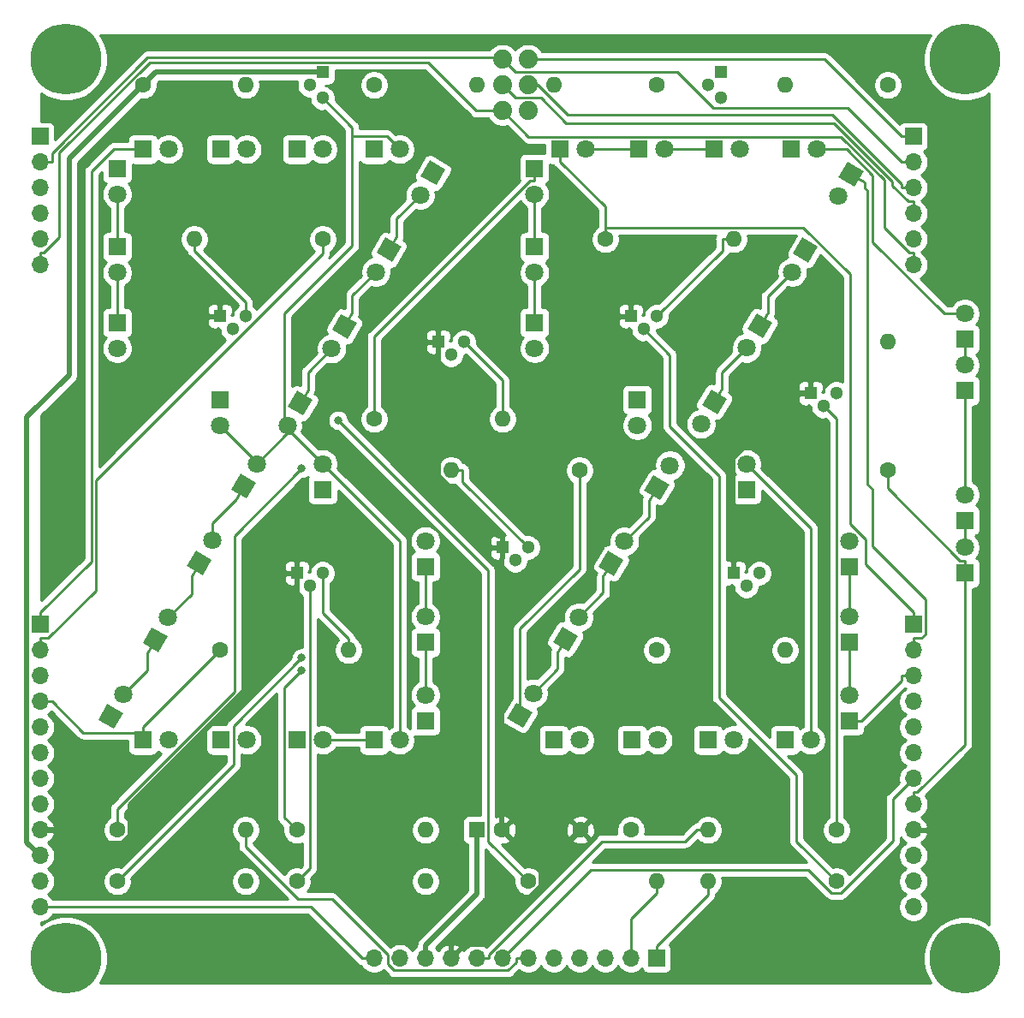
<source format=gbr>
G04 #@! TF.GenerationSoftware,KiCad,Pcbnew,5.1.10-5.1.10*
G04 #@! TF.CreationDate,2021-09-24T10:51:31+10:00*
G04 #@! TF.ProjectId,6segment,36736567-6d65-46e7-942e-6b696361645f,rev?*
G04 #@! TF.SameCoordinates,Original*
G04 #@! TF.FileFunction,Copper,L2,Bot*
G04 #@! TF.FilePolarity,Positive*
%FSLAX46Y46*%
G04 Gerber Fmt 4.6, Leading zero omitted, Abs format (unit mm)*
G04 Created by KiCad (PCBNEW 5.1.10-5.1.10) date 2021-09-24 10:51:31*
%MOMM*%
%LPD*%
G01*
G04 APERTURE LIST*
G04 #@! TA.AperFunction,ComponentPad*
%ADD10O,1.600000X1.600000*%
G04 #@! TD*
G04 #@! TA.AperFunction,ComponentPad*
%ADD11C,1.600000*%
G04 #@! TD*
G04 #@! TA.AperFunction,ComponentPad*
%ADD12C,1.879600*%
G04 #@! TD*
G04 #@! TA.AperFunction,ComponentPad*
%ADD13C,0.100000*%
G04 #@! TD*
G04 #@! TA.AperFunction,ComponentPad*
%ADD14C,1.800000*%
G04 #@! TD*
G04 #@! TA.AperFunction,ComponentPad*
%ADD15R,1.800000X1.800000*%
G04 #@! TD*
G04 #@! TA.AperFunction,ComponentPad*
%ADD16C,7.000000*%
G04 #@! TD*
G04 #@! TA.AperFunction,ComponentPad*
%ADD17O,1.700000X1.700000*%
G04 #@! TD*
G04 #@! TA.AperFunction,ComponentPad*
%ADD18R,1.700000X1.700000*%
G04 #@! TD*
G04 #@! TA.AperFunction,ComponentPad*
%ADD19R,1.300000X1.300000*%
G04 #@! TD*
G04 #@! TA.AperFunction,ComponentPad*
%ADD20C,1.300000*%
G04 #@! TD*
G04 #@! TA.AperFunction,ComponentPad*
%ADD21R,1.600000X1.600000*%
G04 #@! TD*
G04 #@! TA.AperFunction,ViaPad*
%ADD22C,0.800000*%
G04 #@! TD*
G04 #@! TA.AperFunction,Conductor*
%ADD23C,0.500000*%
G04 #@! TD*
G04 #@! TA.AperFunction,Conductor*
%ADD24C,0.250000*%
G04 #@! TD*
G04 #@! TA.AperFunction,Conductor*
%ADD25C,0.254000*%
G04 #@! TD*
G04 #@! TA.AperFunction,Conductor*
%ADD26C,0.100000*%
G04 #@! TD*
G04 APERTURE END LIST*
D10*
G04 #@! TO.P,R24,2*
G04 #@! TO.N,Net-(Q22-Pad2)*
X160020000Y-48260000D03*
D11*
G04 #@! TO.P,R24,1*
G04 #@! TO.N,VCC*
X170180000Y-48260000D03*
G04 #@! TD*
D10*
G04 #@! TO.P,R23,2*
G04 #@! TO.N,Net-(Q21-Pad2)*
X106680000Y-48260000D03*
D11*
G04 #@! TO.P,R23,1*
G04 #@! TO.N,VCC*
X96520000Y-48260000D03*
G04 #@! TD*
D10*
G04 #@! TO.P,R22,2*
G04 #@! TO.N,Net-(R22-Pad2)*
X137160000Y-48260000D03*
D11*
G04 #@! TO.P,R22,1*
G04 #@! TO.N,Net-(Q22-Pad2)*
X147320000Y-48260000D03*
G04 #@! TD*
D10*
G04 #@! TO.P,R21,2*
G04 #@! TO.N,Net-(R21-Pad2)*
X129540000Y-48260000D03*
D11*
G04 #@! TO.P,R21,1*
G04 #@! TO.N,Net-(Q21-Pad2)*
X119380000Y-48260000D03*
G04 #@! TD*
D12*
G04 #@! TO.P,J6,6*
G04 #@! TO.N,Net-(J1-Pad5)*
X134620000Y-50800000D03*
G04 #@! TO.P,J6,5*
G04 #@! TO.N,Net-(J1-Pad6)*
X132080000Y-50800000D03*
G04 #@! TO.P,J6,4*
G04 #@! TO.N,Net-(J1-Pad3)*
X134620000Y-48260000D03*
G04 #@! TO.P,J6,3*
G04 #@! TO.N,Net-(J1-Pad4)*
X132080000Y-48260000D03*
G04 #@! TO.P,J6,2*
G04 #@! TO.N,Net-(J1-Pad1)*
X134620000Y-45720000D03*
G04 #@! TO.P,J6,1*
G04 #@! TO.N,Net-(J1-Pad2)*
X132080000Y-45720000D03*
G04 #@! TD*
G04 #@! TA.AperFunction,ComponentPad*
D13*
G04 #@! TO.P,D115,5*
G04 #@! TO.N,Net-(D115-Pad5)*
G36*
X147641768Y-89281939D02*
G01*
X146098867Y-88354870D01*
X147025936Y-86811969D01*
X148568837Y-87739038D01*
X147641768Y-89281939D01*
G37*
G04 #@! TD.AperFunction*
D14*
G04 #@! TO.P,D115,2*
G04 #@! TO.N,Net-(D111-Pad2)*
X148642049Y-85869749D03*
G04 #@! TA.AperFunction,ComponentPad*
D13*
G04 #@! TO.P,D115,4*
G04 #@! TO.N,Net-(D115-Pad4)*
G36*
X143128490Y-96793296D02*
G01*
X141585589Y-95866227D01*
X142512658Y-94323326D01*
X144055559Y-95250395D01*
X143128490Y-96793296D01*
G37*
G04 #@! TD.AperFunction*
D14*
G04 #@! TO.P,D115,5*
G04 #@! TO.N,Net-(D115-Pad5)*
X144128770Y-93381106D03*
G04 #@! TA.AperFunction,ComponentPad*
D13*
G04 #@! TO.P,D115,3*
G04 #@! TO.N,Net-(D115-Pad3)*
G36*
X138615211Y-104304653D02*
G01*
X137072310Y-103377584D01*
X137999379Y-101834683D01*
X139542280Y-102761752D01*
X138615211Y-104304653D01*
G37*
G04 #@! TD.AperFunction*
D14*
G04 #@! TO.P,D115,4*
G04 #@! TO.N,Net-(D115-Pad4)*
X139615492Y-100892463D03*
G04 #@! TO.P,D115,3*
G04 #@! TO.N,Net-(D115-Pad3)*
X135102213Y-108403820D03*
G04 #@! TA.AperFunction,ComponentPad*
D13*
G04 #@! TO.P,D115,1*
G04 #@! TO.N,/E*
G36*
X134101932Y-111816010D02*
G01*
X132559031Y-110888941D01*
X133486100Y-109346040D01*
X135029001Y-110273109D01*
X134101932Y-111816010D01*
G37*
G04 #@! TD.AperFunction*
G04 #@! TD*
G04 #@! TA.AperFunction,ComponentPad*
G04 #@! TO.P,D112,5*
G04 #@! TO.N,Net-(D112-Pad5)*
G36*
X152713232Y-78358061D02*
G01*
X154256133Y-79285130D01*
X153329064Y-80828031D01*
X151786163Y-79900962D01*
X152713232Y-78358061D01*
G37*
G04 #@! TD.AperFunction*
D14*
G04 #@! TO.P,D112,2*
G04 #@! TO.N,Net-(D111-Pad2)*
X151712951Y-81770251D03*
G04 #@! TA.AperFunction,ComponentPad*
D13*
G04 #@! TO.P,D112,4*
G04 #@! TO.N,Net-(D112-Pad4)*
G36*
X157226510Y-70846704D02*
G01*
X158769411Y-71773773D01*
X157842342Y-73316674D01*
X156299441Y-72389605D01*
X157226510Y-70846704D01*
G37*
G04 #@! TD.AperFunction*
D14*
G04 #@! TO.P,D112,5*
G04 #@! TO.N,Net-(D112-Pad5)*
X156226230Y-74258894D03*
G04 #@! TA.AperFunction,ComponentPad*
D13*
G04 #@! TO.P,D112,3*
G04 #@! TO.N,Net-(D112-Pad3)*
G36*
X161739789Y-63335347D02*
G01*
X163282690Y-64262416D01*
X162355621Y-65805317D01*
X160812720Y-64878248D01*
X161739789Y-63335347D01*
G37*
G04 #@! TD.AperFunction*
D14*
G04 #@! TO.P,D112,4*
G04 #@! TO.N,Net-(D112-Pad4)*
X160739508Y-66747537D03*
G04 #@! TO.P,D112,3*
G04 #@! TO.N,Net-(D112-Pad3)*
X165252787Y-59236180D03*
G04 #@! TA.AperFunction,ComponentPad*
D13*
G04 #@! TO.P,D112,1*
G04 #@! TO.N,/B*
G36*
X166253068Y-55823990D02*
G01*
X167795969Y-56751059D01*
X166868900Y-58293960D01*
X165325999Y-57366891D01*
X166253068Y-55823990D01*
G37*
G04 #@! TD.AperFunction*
G04 #@! TD*
G04 #@! TA.AperFunction,ComponentPad*
G04 #@! TO.P,D15,5*
G04 #@! TO.N,Net-(D15-Pad5)*
G36*
X106818923Y-89156004D02*
G01*
X105260077Y-88256004D01*
X106160077Y-86697158D01*
X107718923Y-87597158D01*
X106818923Y-89156004D01*
G37*
G04 #@! TD.AperFunction*
D14*
G04 #@! TO.P,D15,2*
G04 #@! TO.N,Net-(D11-Pad2)*
X107759500Y-85726876D03*
G04 #@! TA.AperFunction,ComponentPad*
D13*
G04 #@! TO.P,D15,4*
G04 #@! TO.N,Net-(D15-Pad4)*
G36*
X102437423Y-96744984D02*
G01*
X100878577Y-95844984D01*
X101778577Y-94286138D01*
X103337423Y-95186138D01*
X102437423Y-96744984D01*
G37*
G04 #@! TD.AperFunction*
D14*
G04 #@! TO.P,D15,5*
G04 #@! TO.N,Net-(D15-Pad5)*
X103378000Y-93315857D03*
G04 #@! TA.AperFunction,ComponentPad*
D13*
G04 #@! TO.P,D15,3*
G04 #@! TO.N,Net-(D15-Pad3)*
G36*
X98055923Y-104333965D02*
G01*
X96497077Y-103433965D01*
X97397077Y-101875119D01*
X98955923Y-102775119D01*
X98055923Y-104333965D01*
G37*
G04 #@! TD.AperFunction*
D14*
G04 #@! TO.P,D15,4*
G04 #@! TO.N,Net-(D15-Pad4)*
X98996500Y-100904837D03*
G04 #@! TO.P,D15,3*
G04 #@! TO.N,Net-(D15-Pad3)*
X94615000Y-108493818D03*
G04 #@! TA.AperFunction,ComponentPad*
D13*
G04 #@! TO.P,D15,1*
G04 #@! TO.N,/E*
G36*
X93674423Y-111922946D02*
G01*
X92115577Y-111022946D01*
X93015577Y-109464100D01*
X94574423Y-110364100D01*
X93674423Y-111922946D01*
G37*
G04 #@! TD.AperFunction*
G04 #@! TD*
G04 #@! TA.AperFunction,ComponentPad*
G04 #@! TO.P,D12,5*
G04 #@! TO.N,Net-(D12-Pad5)*
G36*
X111748077Y-78483996D02*
G01*
X113306923Y-79383996D01*
X112406923Y-80942842D01*
X110848077Y-80042842D01*
X111748077Y-78483996D01*
G37*
G04 #@! TD.AperFunction*
D14*
G04 #@! TO.P,D12,2*
G04 #@! TO.N,Net-(D11-Pad2)*
X110807500Y-81913124D03*
G04 #@! TA.AperFunction,ComponentPad*
D13*
G04 #@! TO.P,D12,4*
G04 #@! TO.N,Net-(D12-Pad4)*
G36*
X116129577Y-70895016D02*
G01*
X117688423Y-71795016D01*
X116788423Y-73353862D01*
X115229577Y-72453862D01*
X116129577Y-70895016D01*
G37*
G04 #@! TD.AperFunction*
D14*
G04 #@! TO.P,D12,5*
G04 #@! TO.N,Net-(D12-Pad5)*
X115189000Y-74324143D03*
G04 #@! TA.AperFunction,ComponentPad*
D13*
G04 #@! TO.P,D12,3*
G04 #@! TO.N,Net-(D12-Pad3)*
G36*
X120511077Y-63306035D02*
G01*
X122069923Y-64206035D01*
X121169923Y-65764881D01*
X119611077Y-64864881D01*
X120511077Y-63306035D01*
G37*
G04 #@! TD.AperFunction*
D14*
G04 #@! TO.P,D12,4*
G04 #@! TO.N,Net-(D12-Pad4)*
X119570500Y-66735163D03*
G04 #@! TO.P,D12,3*
G04 #@! TO.N,Net-(D12-Pad3)*
X123952000Y-59146182D03*
G04 #@! TA.AperFunction,ComponentPad*
D13*
G04 #@! TO.P,D12,1*
G04 #@! TO.N,/B*
G36*
X124892577Y-55717054D02*
G01*
X126451423Y-56617054D01*
X125551423Y-58175900D01*
X123992577Y-57275900D01*
X124892577Y-55717054D01*
G37*
G04 #@! TD.AperFunction*
G04 #@! TD*
D15*
G04 #@! TO.P,D116,5*
G04 #@! TO.N,Net-(D116-Pad5)*
X145415000Y-79375000D03*
D14*
G04 #@! TO.P,D116,2*
G04 #@! TO.N,Net-(D111-Pad2)*
X145415000Y-81915000D03*
D15*
G04 #@! TO.P,D116,4*
G04 #@! TO.N,Net-(D116-Pad4)*
X135255000Y-71755000D03*
D14*
G04 #@! TO.P,D116,5*
G04 #@! TO.N,Net-(D116-Pad5)*
X135255000Y-74295000D03*
D15*
G04 #@! TO.P,D116,3*
G04 #@! TO.N,Net-(D116-Pad3)*
X135255000Y-64262000D03*
D14*
G04 #@! TO.P,D116,4*
G04 #@! TO.N,Net-(D116-Pad4)*
X135255000Y-66802000D03*
G04 #@! TO.P,D116,3*
G04 #@! TO.N,Net-(D116-Pad3)*
X135255000Y-59055000D03*
D15*
G04 #@! TO.P,D116,1*
G04 #@! TO.N,/F*
X135255000Y-56515000D03*
G04 #@! TD*
G04 #@! TO.P,D16,5*
G04 #@! TO.N,Net-(D16-Pad5)*
X104140000Y-79375000D03*
D14*
G04 #@! TO.P,D16,2*
G04 #@! TO.N,Net-(D11-Pad2)*
X104140000Y-81915000D03*
D15*
G04 #@! TO.P,D16,4*
G04 #@! TO.N,Net-(D16-Pad4)*
X93980000Y-71755000D03*
D14*
G04 #@! TO.P,D16,5*
G04 #@! TO.N,Net-(D16-Pad5)*
X93980000Y-74295000D03*
D15*
G04 #@! TO.P,D16,3*
G04 #@! TO.N,Net-(D16-Pad3)*
X93980000Y-64262000D03*
D14*
G04 #@! TO.P,D16,4*
G04 #@! TO.N,Net-(D16-Pad4)*
X93980000Y-66802000D03*
G04 #@! TO.P,D16,3*
G04 #@! TO.N,Net-(D16-Pad3)*
X93980000Y-59055000D03*
D15*
G04 #@! TO.P,D16,1*
G04 #@! TO.N,/F*
X93980000Y-56515000D03*
G04 #@! TD*
G04 #@! TO.P,D113,5*
G04 #@! TO.N,Net-(D113-Pad5)*
X156210000Y-88265000D03*
D14*
G04 #@! TO.P,D113,2*
G04 #@! TO.N,Net-(D111-Pad2)*
X156210000Y-85725000D03*
D15*
G04 #@! TO.P,D113,4*
G04 #@! TO.N,Net-(D113-Pad4)*
X166370000Y-95885000D03*
D14*
G04 #@! TO.P,D113,5*
G04 #@! TO.N,Net-(D113-Pad5)*
X166370000Y-93345000D03*
D15*
G04 #@! TO.P,D113,3*
G04 #@! TO.N,Net-(D113-Pad3)*
X166370000Y-103378000D03*
D14*
G04 #@! TO.P,D113,4*
G04 #@! TO.N,Net-(D113-Pad4)*
X166370000Y-100838000D03*
G04 #@! TO.P,D113,3*
G04 #@! TO.N,Net-(D113-Pad3)*
X166370000Y-108585000D03*
D15*
G04 #@! TO.P,D113,1*
G04 #@! TO.N,/C*
X166370000Y-111125000D03*
G04 #@! TD*
G04 #@! TO.P,D13,5*
G04 #@! TO.N,Net-(D13-Pad5)*
X114300000Y-88265000D03*
D14*
G04 #@! TO.P,D13,2*
G04 #@! TO.N,Net-(D11-Pad2)*
X114300000Y-85725000D03*
D15*
G04 #@! TO.P,D13,4*
G04 #@! TO.N,Net-(D13-Pad4)*
X124460000Y-95885000D03*
D14*
G04 #@! TO.P,D13,5*
G04 #@! TO.N,Net-(D13-Pad5)*
X124460000Y-93345000D03*
D15*
G04 #@! TO.P,D13,3*
G04 #@! TO.N,Net-(D13-Pad3)*
X124460000Y-103378000D03*
D14*
G04 #@! TO.P,D13,4*
G04 #@! TO.N,Net-(D13-Pad4)*
X124460000Y-100838000D03*
G04 #@! TO.P,D13,3*
G04 #@! TO.N,Net-(D13-Pad3)*
X124460000Y-108585000D03*
D15*
G04 #@! TO.P,D13,1*
G04 #@! TO.N,/C*
X124460000Y-111125000D03*
G04 #@! TD*
G04 #@! TO.P,D117,5*
G04 #@! TO.N,Net-(D117-Pad5)*
X177800000Y-73406000D03*
D14*
G04 #@! TO.P,D117,2*
G04 #@! TO.N,Net-(D111-Pad2)*
X177800000Y-70866000D03*
D15*
G04 #@! TO.P,D117,4*
G04 #@! TO.N,Net-(D117-Pad4)*
X177800000Y-78486000D03*
D14*
G04 #@! TO.P,D117,5*
G04 #@! TO.N,Net-(D117-Pad5)*
X177800000Y-75946000D03*
D15*
G04 #@! TO.P,D117,3*
G04 #@! TO.N,Net-(D117-Pad3)*
X177800000Y-91313000D03*
D14*
G04 #@! TO.P,D117,4*
G04 #@! TO.N,Net-(D117-Pad4)*
X177800000Y-88773000D03*
G04 #@! TO.P,D117,3*
G04 #@! TO.N,Net-(D117-Pad3)*
X177800000Y-93980000D03*
D15*
G04 #@! TO.P,D117,1*
G04 #@! TO.N,/P*
X177800000Y-96520000D03*
G04 #@! TD*
D16*
G04 #@! TO.P,H4,1*
G04 #@! TO.N,N/C*
X177800000Y-134620000D03*
G04 #@! TD*
G04 #@! TO.P,H3,1*
G04 #@! TO.N,N/C*
X88900000Y-134620000D03*
G04 #@! TD*
G04 #@! TO.P,H2,1*
G04 #@! TO.N,N/C*
X177800000Y-45720000D03*
G04 #@! TD*
G04 #@! TO.P,H1,1*
G04 #@! TO.N,N/C*
X88900000Y-45720000D03*
G04 #@! TD*
D17*
G04 #@! TO.P,J4,12*
G04 #@! TO.N,/12*
X86360000Y-129540000D03*
G04 #@! TO.P,J4,11*
G04 #@! TO.N,/11*
X86360000Y-127000000D03*
G04 #@! TO.P,J4,10*
G04 #@! TO.N,VCC*
X86360000Y-124460000D03*
G04 #@! TO.P,J4,9*
G04 #@! TO.N,GND*
X86360000Y-121920000D03*
G04 #@! TO.P,J4,8*
G04 #@! TO.N,/P*
X86360000Y-119380000D03*
G04 #@! TO.P,J4,7*
G04 #@! TO.N,/7*
X86360000Y-116840000D03*
G04 #@! TO.P,J4,6*
G04 #@! TO.N,/F*
X86360000Y-114300000D03*
G04 #@! TO.P,J4,5*
G04 #@! TO.N,/E*
X86360000Y-111760000D03*
G04 #@! TO.P,J4,4*
G04 #@! TO.N,/D*
X86360000Y-109220000D03*
G04 #@! TO.P,J4,3*
G04 #@! TO.N,/C*
X86360000Y-106680000D03*
G04 #@! TO.P,J4,2*
G04 #@! TO.N,/B*
X86360000Y-104140000D03*
D18*
G04 #@! TO.P,J4,1*
G04 #@! TO.N,/A*
X86360000Y-101600000D03*
G04 #@! TD*
D17*
G04 #@! TO.P,J3,12*
G04 #@! TO.N,/12*
X172720000Y-129540000D03*
G04 #@! TO.P,J3,11*
G04 #@! TO.N,/11*
X172720000Y-127000000D03*
G04 #@! TO.P,J3,10*
G04 #@! TO.N,VCC*
X172720000Y-124460000D03*
G04 #@! TO.P,J3,9*
G04 #@! TO.N,GND*
X172720000Y-121920000D03*
G04 #@! TO.P,J3,8*
G04 #@! TO.N,/P*
X172720000Y-119380000D03*
G04 #@! TO.P,J3,7*
G04 #@! TO.N,/7*
X172720000Y-116840000D03*
G04 #@! TO.P,J3,6*
G04 #@! TO.N,/F*
X172720000Y-114300000D03*
G04 #@! TO.P,J3,5*
G04 #@! TO.N,/E*
X172720000Y-111760000D03*
G04 #@! TO.P,J3,4*
G04 #@! TO.N,/D*
X172720000Y-109220000D03*
G04 #@! TO.P,J3,3*
G04 #@! TO.N,/C*
X172720000Y-106680000D03*
G04 #@! TO.P,J3,2*
G04 #@! TO.N,/B*
X172720000Y-104140000D03*
D18*
G04 #@! TO.P,J3,1*
G04 #@! TO.N,/A*
X172720000Y-101600000D03*
G04 #@! TD*
D15*
G04 #@! TO.P,D11,5*
G04 #@! TO.N,Net-(D11-Pad5)*
X119380000Y-54610000D03*
D14*
G04 #@! TO.P,D11,2*
G04 #@! TO.N,Net-(D11-Pad2)*
X121920000Y-54610000D03*
D15*
G04 #@! TO.P,D11,4*
G04 #@! TO.N,Net-(D11-Pad4)*
X111760000Y-54610000D03*
D14*
G04 #@! TO.P,D11,5*
G04 #@! TO.N,Net-(D11-Pad5)*
X114300000Y-54610000D03*
D15*
G04 #@! TO.P,D11,3*
G04 #@! TO.N,Net-(D11-Pad3)*
X104267000Y-54610000D03*
D14*
G04 #@! TO.P,D11,4*
G04 #@! TO.N,Net-(D11-Pad4)*
X106807000Y-54610000D03*
G04 #@! TO.P,D11,3*
G04 #@! TO.N,Net-(D11-Pad3)*
X99060000Y-54610000D03*
D15*
G04 #@! TO.P,D11,1*
G04 #@! TO.N,/A*
X96520000Y-54610000D03*
G04 #@! TD*
G04 #@! TO.P,D14,5*
G04 #@! TO.N,Net-(D14-Pad5)*
X119380000Y-113030000D03*
D14*
G04 #@! TO.P,D14,2*
G04 #@! TO.N,Net-(D11-Pad2)*
X121920000Y-113030000D03*
D15*
G04 #@! TO.P,D14,4*
G04 #@! TO.N,Net-(D14-Pad4)*
X111760000Y-113030000D03*
D14*
G04 #@! TO.P,D14,5*
G04 #@! TO.N,Net-(D14-Pad5)*
X114300000Y-113030000D03*
D15*
G04 #@! TO.P,D14,3*
G04 #@! TO.N,Net-(D14-Pad3)*
X104267000Y-113030000D03*
D14*
G04 #@! TO.P,D14,4*
G04 #@! TO.N,Net-(D14-Pad4)*
X106807000Y-113030000D03*
G04 #@! TO.P,D14,3*
G04 #@! TO.N,Net-(D14-Pad3)*
X99060000Y-113030000D03*
D15*
G04 #@! TO.P,D14,1*
G04 #@! TO.N,/D*
X96520000Y-113030000D03*
G04 #@! TD*
G04 #@! TO.P,D111,5*
G04 #@! TO.N,Net-(D111-Pad5)*
X160655000Y-54610000D03*
D14*
G04 #@! TO.P,D111,2*
G04 #@! TO.N,Net-(D111-Pad2)*
X163195000Y-54610000D03*
D15*
G04 #@! TO.P,D111,4*
G04 #@! TO.N,Net-(D111-Pad4)*
X153035000Y-54610000D03*
D14*
G04 #@! TO.P,D111,5*
G04 #@! TO.N,Net-(D111-Pad5)*
X155575000Y-54610000D03*
D15*
G04 #@! TO.P,D111,3*
G04 #@! TO.N,Net-(D111-Pad3)*
X145542000Y-54610000D03*
D14*
G04 #@! TO.P,D111,4*
G04 #@! TO.N,Net-(D111-Pad4)*
X148082000Y-54610000D03*
G04 #@! TO.P,D111,3*
G04 #@! TO.N,Net-(D111-Pad3)*
X140335000Y-54610000D03*
D15*
G04 #@! TO.P,D111,1*
G04 #@! TO.N,/A*
X137795000Y-54610000D03*
G04 #@! TD*
G04 #@! TO.P,D114,5*
G04 #@! TO.N,Net-(D114-Pad5)*
X160020000Y-113030000D03*
D14*
G04 #@! TO.P,D114,2*
G04 #@! TO.N,Net-(D111-Pad2)*
X162560000Y-113030000D03*
D15*
G04 #@! TO.P,D114,4*
G04 #@! TO.N,Net-(D114-Pad4)*
X152400000Y-113030000D03*
D14*
G04 #@! TO.P,D114,5*
G04 #@! TO.N,Net-(D114-Pad5)*
X154940000Y-113030000D03*
D15*
G04 #@! TO.P,D114,3*
G04 #@! TO.N,Net-(D114-Pad3)*
X144907000Y-113030000D03*
D14*
G04 #@! TO.P,D114,4*
G04 #@! TO.N,Net-(D114-Pad4)*
X147447000Y-113030000D03*
G04 #@! TO.P,D114,3*
G04 #@! TO.N,Net-(D114-Pad3)*
X139700000Y-113030000D03*
D15*
G04 #@! TO.P,D114,1*
G04 #@! TO.N,/D*
X137160000Y-113030000D03*
G04 #@! TD*
D10*
G04 #@! TO.P,R18,2*
G04 #@! TO.N,Net-(J5-Pad8)*
X152400000Y-121920000D03*
D11*
G04 #@! TO.P,R18,1*
G04 #@! TO.N,Net-(Q8-Pad2)*
X165100000Y-121920000D03*
G04 #@! TD*
D10*
G04 #@! TO.P,R16,2*
G04 #@! TO.N,Net-(J5-Pad6)*
X106680000Y-121920000D03*
D11*
G04 #@! TO.P,R16,1*
G04 #@! TO.N,Net-(Q6-Pad2)*
X93980000Y-121920000D03*
G04 #@! TD*
D10*
G04 #@! TO.P,R15,2*
G04 #@! TO.N,Net-(J5-Pad5)*
X106680000Y-127000000D03*
D11*
G04 #@! TO.P,R15,1*
G04 #@! TO.N,Net-(Q5-Pad2)*
X93980000Y-127000000D03*
G04 #@! TD*
D10*
G04 #@! TO.P,R14,2*
G04 #@! TO.N,Net-(J5-Pad4)*
X124460000Y-127000000D03*
D11*
G04 #@! TO.P,R14,1*
G04 #@! TO.N,Net-(Q4-Pad2)*
X111760000Y-127000000D03*
G04 #@! TD*
D10*
G04 #@! TO.P,R13,2*
G04 #@! TO.N,Net-(J5-Pad3)*
X124460000Y-121920000D03*
D11*
G04 #@! TO.P,R13,1*
G04 #@! TO.N,Net-(Q3-Pad2)*
X111760000Y-121920000D03*
G04 #@! TD*
D10*
G04 #@! TO.P,R12,2*
G04 #@! TO.N,Net-(J5-Pad2)*
X147320000Y-127000000D03*
D11*
G04 #@! TO.P,R12,1*
G04 #@! TO.N,Net-(Q2-Pad2)*
X134620000Y-127000000D03*
G04 #@! TD*
D10*
G04 #@! TO.P,R11,2*
G04 #@! TO.N,Net-(J5-Pad1)*
X152400000Y-127000000D03*
D11*
G04 #@! TO.P,R11,1*
G04 #@! TO.N,Net-(Q1-Pad2)*
X165100000Y-127000000D03*
G04 #@! TD*
D10*
G04 #@! TO.P,R8,2*
G04 #@! TO.N,Net-(Q8-Pad3)*
X170180000Y-73660000D03*
D11*
G04 #@! TO.P,R8,1*
G04 #@! TO.N,/P*
X170180000Y-86360000D03*
G04 #@! TD*
D10*
G04 #@! TO.P,R6,2*
G04 #@! TO.N,Net-(Q6-Pad3)*
X132080000Y-81280000D03*
D11*
G04 #@! TO.P,R6,1*
G04 #@! TO.N,/F*
X119380000Y-81280000D03*
G04 #@! TD*
D10*
G04 #@! TO.P,R5,2*
G04 #@! TO.N,Net-(Q5-Pad3)*
X127000000Y-86360000D03*
D11*
G04 #@! TO.P,R5,1*
G04 #@! TO.N,/E*
X139700000Y-86360000D03*
G04 #@! TD*
D10*
G04 #@! TO.P,R4,2*
G04 #@! TO.N,Net-(Q4-Pad3)*
X116840000Y-104140000D03*
D11*
G04 #@! TO.P,R4,1*
G04 #@! TO.N,/D*
X104140000Y-104140000D03*
G04 #@! TD*
D10*
G04 #@! TO.P,R3,2*
G04 #@! TO.N,Net-(Q3-Pad3)*
X160020000Y-104140000D03*
D11*
G04 #@! TO.P,R3,1*
G04 #@! TO.N,/C*
X147320000Y-104140000D03*
G04 #@! TD*
D10*
G04 #@! TO.P,R2,2*
G04 #@! TO.N,Net-(Q2-Pad3)*
X101600000Y-63500000D03*
D11*
G04 #@! TO.P,R2,1*
G04 #@! TO.N,/B*
X114300000Y-63500000D03*
G04 #@! TD*
D10*
G04 #@! TO.P,R1,2*
G04 #@! TO.N,Net-(Q1-Pad3)*
X154940000Y-63500000D03*
D11*
G04 #@! TO.P,R1,1*
G04 #@! TO.N,/A*
X142240000Y-63500000D03*
G04 #@! TD*
D19*
G04 #@! TO.P,Q22,1*
G04 #@! TO.N,VCC*
X153670000Y-46990000D03*
D20*
G04 #@! TO.P,Q22,3*
G04 #@! TO.N,Net-(D111-Pad2)*
X153670000Y-49530000D03*
G04 #@! TO.P,Q22,2*
G04 #@! TO.N,Net-(Q22-Pad2)*
X152400000Y-48260000D03*
G04 #@! TD*
D19*
G04 #@! TO.P,Q21,1*
G04 #@! TO.N,VCC*
X114300000Y-46990000D03*
D20*
G04 #@! TO.P,Q21,3*
G04 #@! TO.N,Net-(D11-Pad2)*
X114300000Y-49530000D03*
G04 #@! TO.P,Q21,2*
G04 #@! TO.N,Net-(Q21-Pad2)*
X113030000Y-48260000D03*
G04 #@! TD*
D19*
G04 #@! TO.P,Q8,1*
G04 #@! TO.N,GND*
X162560000Y-78740000D03*
D20*
G04 #@! TO.P,Q8,3*
G04 #@! TO.N,Net-(Q8-Pad3)*
X165100000Y-78740000D03*
G04 #@! TO.P,Q8,2*
G04 #@! TO.N,Net-(Q8-Pad2)*
X163830000Y-80010000D03*
G04 #@! TD*
D19*
G04 #@! TO.P,Q6,1*
G04 #@! TO.N,GND*
X125730000Y-73660000D03*
D20*
G04 #@! TO.P,Q6,3*
G04 #@! TO.N,Net-(Q6-Pad3)*
X128270000Y-73660000D03*
G04 #@! TO.P,Q6,2*
G04 #@! TO.N,Net-(Q6-Pad2)*
X127000000Y-74930000D03*
G04 #@! TD*
D19*
G04 #@! TO.P,Q5,1*
G04 #@! TO.N,GND*
X132080000Y-93980000D03*
D20*
G04 #@! TO.P,Q5,3*
G04 #@! TO.N,Net-(Q5-Pad3)*
X134620000Y-93980000D03*
G04 #@! TO.P,Q5,2*
G04 #@! TO.N,Net-(Q5-Pad2)*
X133350000Y-95250000D03*
G04 #@! TD*
D19*
G04 #@! TO.P,Q4,1*
G04 #@! TO.N,GND*
X111760000Y-96520000D03*
D20*
G04 #@! TO.P,Q4,3*
G04 #@! TO.N,Net-(Q4-Pad3)*
X114300000Y-96520000D03*
G04 #@! TO.P,Q4,2*
G04 #@! TO.N,Net-(Q4-Pad2)*
X113030000Y-97790000D03*
G04 #@! TD*
D19*
G04 #@! TO.P,Q3,1*
G04 #@! TO.N,GND*
X154940000Y-96520000D03*
D20*
G04 #@! TO.P,Q3,3*
G04 #@! TO.N,Net-(Q3-Pad3)*
X157480000Y-96520000D03*
G04 #@! TO.P,Q3,2*
G04 #@! TO.N,Net-(Q3-Pad2)*
X156210000Y-97790000D03*
G04 #@! TD*
D19*
G04 #@! TO.P,Q2,1*
G04 #@! TO.N,GND*
X104140000Y-71120000D03*
D20*
G04 #@! TO.P,Q2,3*
G04 #@! TO.N,Net-(Q2-Pad3)*
X106680000Y-71120000D03*
G04 #@! TO.P,Q2,2*
G04 #@! TO.N,Net-(Q2-Pad2)*
X105410000Y-72390000D03*
G04 #@! TD*
D19*
G04 #@! TO.P,Q1,1*
G04 #@! TO.N,GND*
X144780000Y-71120000D03*
D20*
G04 #@! TO.P,Q1,3*
G04 #@! TO.N,Net-(Q1-Pad3)*
X147320000Y-71120000D03*
G04 #@! TO.P,Q1,2*
G04 #@! TO.N,Net-(Q1-Pad2)*
X146050000Y-72390000D03*
G04 #@! TD*
D17*
G04 #@! TO.P,J5,12*
G04 #@! TO.N,/12*
X119380000Y-134620000D03*
G04 #@! TO.P,J5,11*
G04 #@! TO.N,/11*
X121920000Y-134620000D03*
G04 #@! TO.P,J5,10*
G04 #@! TO.N,VCC*
X124460000Y-134620000D03*
G04 #@! TO.P,J5,9*
G04 #@! TO.N,GND*
X127000000Y-134620000D03*
G04 #@! TO.P,J5,8*
G04 #@! TO.N,Net-(J5-Pad8)*
X129540000Y-134620000D03*
G04 #@! TO.P,J5,7*
G04 #@! TO.N,/7*
X132080000Y-134620000D03*
G04 #@! TO.P,J5,6*
G04 #@! TO.N,Net-(J5-Pad6)*
X134620000Y-134620000D03*
G04 #@! TO.P,J5,5*
G04 #@! TO.N,Net-(J5-Pad5)*
X137160000Y-134620000D03*
G04 #@! TO.P,J5,4*
G04 #@! TO.N,Net-(J5-Pad4)*
X139700000Y-134620000D03*
G04 #@! TO.P,J5,3*
G04 #@! TO.N,Net-(J5-Pad3)*
X142240000Y-134620000D03*
G04 #@! TO.P,J5,2*
G04 #@! TO.N,Net-(J5-Pad2)*
X144780000Y-134620000D03*
D18*
G04 #@! TO.P,J5,1*
G04 #@! TO.N,Net-(J5-Pad1)*
X147320000Y-134620000D03*
G04 #@! TD*
D17*
G04 #@! TO.P,J2,6*
G04 #@! TO.N,Net-(J1-Pad6)*
X86360000Y-66040000D03*
G04 #@! TO.P,J2,5*
G04 #@! TO.N,Net-(J1-Pad5)*
X86360000Y-63500000D03*
G04 #@! TO.P,J2,4*
G04 #@! TO.N,Net-(J1-Pad4)*
X86360000Y-60960000D03*
G04 #@! TO.P,J2,3*
G04 #@! TO.N,Net-(J1-Pad3)*
X86360000Y-58420000D03*
G04 #@! TO.P,J2,2*
G04 #@! TO.N,Net-(J1-Pad2)*
X86360000Y-55880000D03*
D18*
G04 #@! TO.P,J2,1*
G04 #@! TO.N,Net-(J1-Pad1)*
X86360000Y-53340000D03*
G04 #@! TD*
D17*
G04 #@! TO.P,J1,6*
G04 #@! TO.N,Net-(J1-Pad6)*
X172720000Y-66040000D03*
G04 #@! TO.P,J1,5*
G04 #@! TO.N,Net-(J1-Pad5)*
X172720000Y-63500000D03*
G04 #@! TO.P,J1,4*
G04 #@! TO.N,Net-(J1-Pad4)*
X172720000Y-60960000D03*
G04 #@! TO.P,J1,3*
G04 #@! TO.N,Net-(J1-Pad3)*
X172720000Y-58420000D03*
G04 #@! TO.P,J1,2*
G04 #@! TO.N,Net-(J1-Pad2)*
X172720000Y-55880000D03*
D18*
G04 #@! TO.P,J1,1*
G04 #@! TO.N,Net-(J1-Pad1)*
X172720000Y-53340000D03*
G04 #@! TD*
D11*
G04 #@! TO.P,C2,2*
G04 #@! TO.N,GND*
X132040000Y-121920000D03*
D21*
G04 #@! TO.P,C2,1*
G04 #@! TO.N,VCC*
X129540000Y-121920000D03*
G04 #@! TD*
D11*
G04 #@! TO.P,C1,2*
G04 #@! TO.N,GND*
X139780000Y-121920000D03*
G04 #@! TO.P,C1,1*
G04 #@! TO.N,VCC*
X144780000Y-121920000D03*
G04 #@! TD*
D22*
G04 #@! TO.N,Net-(Q2-Pad2)*
X115817300Y-81414000D03*
G04 #@! TO.N,Net-(Q3-Pad2)*
X112208900Y-106155100D03*
G04 #@! TO.N,Net-(Q5-Pad2)*
X112208900Y-104910700D03*
G04 #@! TO.N,Net-(Q6-Pad2)*
X112231200Y-86182100D03*
G04 #@! TD*
D23*
G04 #@! TO.N,GND*
X135910000Y-125790000D02*
X132040000Y-121920000D01*
X127000000Y-134620000D02*
X128424800Y-133195200D01*
X128424800Y-133195200D02*
X130200700Y-133195200D01*
X130200700Y-133195200D02*
X135910000Y-127485900D01*
X135910000Y-127485900D02*
X135910000Y-125790000D01*
X139780000Y-121920000D02*
X135910000Y-125790000D01*
X132080000Y-93980000D02*
X132080000Y-95080300D01*
X132040000Y-121920000D02*
X132040000Y-95120300D01*
X132040000Y-95120300D02*
X132080000Y-95080300D01*
X111760000Y-96520000D02*
X111760000Y-97620300D01*
X111760000Y-97620300D02*
X111760000Y-102946300D01*
X111760000Y-102946300D02*
X95307400Y-119398900D01*
X95307400Y-119398900D02*
X95307400Y-122448600D01*
X95307400Y-122448600D02*
X94540300Y-123215700D01*
X94540300Y-123215700D02*
X88956000Y-123215700D01*
X88956000Y-123215700D02*
X87660300Y-121920000D01*
X86360000Y-121920000D02*
X87660300Y-121920000D01*
X154940000Y-96520000D02*
X154940000Y-95419700D01*
X162560000Y-78740000D02*
X161238400Y-78740000D01*
X161238400Y-78740000D02*
X154859600Y-85118800D01*
X154859600Y-85118800D02*
X154859600Y-95339300D01*
X154859600Y-95339300D02*
X154940000Y-95419700D01*
X132080000Y-93980000D02*
X132080000Y-92879700D01*
X132080000Y-92879700D02*
X131667400Y-92879700D01*
X131667400Y-92879700D02*
X125730000Y-86942300D01*
X125730000Y-86942300D02*
X125730000Y-73660000D01*
G04 #@! TO.N,VCC*
X86360000Y-124460000D02*
X85059600Y-123159600D01*
X85059600Y-123159600D02*
X85059600Y-81093600D01*
X85059600Y-81093600D02*
X89233000Y-76920200D01*
X89233000Y-76920200D02*
X89233000Y-55547000D01*
X89233000Y-55547000D02*
X96520000Y-48260000D01*
X114300000Y-46990000D02*
X97790000Y-46990000D01*
X97790000Y-46990000D02*
X96520000Y-48260000D01*
X129540000Y-121920000D02*
X129540000Y-128239700D01*
X129540000Y-128239700D02*
X124460000Y-133319700D01*
X124460000Y-134620000D02*
X124460000Y-133319700D01*
D24*
G04 #@! TO.N,Net-(D11-Pad2)*
X110807500Y-81913100D02*
X110516100Y-81621700D01*
X110516100Y-81621700D02*
X110516100Y-70849200D01*
X110516100Y-70849200D02*
X117209900Y-64155400D01*
X117209900Y-64155400D02*
X117209900Y-53321500D01*
X110807500Y-82694300D02*
X110807500Y-81913100D01*
X117209900Y-53321500D02*
X117209900Y-52439900D01*
X117209900Y-52439900D02*
X114300000Y-49530000D01*
X117209900Y-53321500D02*
X120631500Y-53321500D01*
X120631500Y-53321500D02*
X121920000Y-54610000D01*
X104140000Y-81915000D02*
X107759400Y-85534400D01*
X107759400Y-85534400D02*
X107759400Y-85726900D01*
X107759400Y-85726900D02*
X107759500Y-85726900D01*
X110807500Y-82694300D02*
X110792100Y-82694300D01*
X110792100Y-82694300D02*
X107759500Y-85726900D01*
X114300000Y-85725000D02*
X111269300Y-82694300D01*
X111269300Y-82694300D02*
X110807500Y-82694300D01*
X121920000Y-113030000D02*
X121920000Y-93345000D01*
X121920000Y-93345000D02*
X114300000Y-85725000D01*
G04 #@! TO.N,/A*
X142240000Y-62342900D02*
X142240000Y-60280300D01*
X142240000Y-60280300D02*
X137795000Y-55835300D01*
X142240000Y-63500000D02*
X142240000Y-62342900D01*
X142240000Y-62342900D02*
X161854200Y-62342900D01*
X161854200Y-62342900D02*
X166478200Y-66966900D01*
X166478200Y-66966900D02*
X166478200Y-91667800D01*
X166478200Y-91667800D02*
X167981200Y-93170800D01*
X167981200Y-93170800D02*
X167981200Y-95685900D01*
X167981200Y-95685900D02*
X172720000Y-100424700D01*
X172720000Y-101600000D02*
X172720000Y-100424700D01*
X137795000Y-54610000D02*
X137795000Y-55835300D01*
X86360000Y-101600000D02*
X86360000Y-100424700D01*
X96520000Y-54610000D02*
X93624000Y-54610000D01*
X93624000Y-54610000D02*
X91426100Y-56807900D01*
X91426100Y-56807900D02*
X91426100Y-95358600D01*
X91426100Y-95358600D02*
X86360000Y-100424700D01*
G04 #@! TO.N,Net-(D12-Pad5)*
X112077500Y-79713400D02*
X112854300Y-78368000D01*
X115189000Y-74324100D02*
X112854200Y-76658900D01*
X112854200Y-76658900D02*
X112854200Y-78367900D01*
X112854200Y-78367900D02*
X112854300Y-78368000D01*
G04 #@! TO.N,Net-(D12-Pad4)*
X116459000Y-72124400D02*
X117235800Y-70779000D01*
X119570500Y-66735200D02*
X117235700Y-69070000D01*
X117235700Y-69070000D02*
X117235700Y-70778900D01*
X117235700Y-70778900D02*
X117235800Y-70779000D01*
G04 #@! TO.N,Net-(D12-Pad3)*
X120840500Y-64535500D02*
X121617300Y-63190000D01*
X123952000Y-59146200D02*
X121617300Y-61480900D01*
X121617300Y-61480900D02*
X121617300Y-63190000D01*
G04 #@! TO.N,/B*
X172720000Y-102964700D02*
X173528100Y-102964700D01*
X173528100Y-102964700D02*
X173895300Y-102597500D01*
X173895300Y-102597500D02*
X173895300Y-99084900D01*
X173895300Y-99084900D02*
X168656600Y-93846200D01*
X168656600Y-93846200D02*
X168656600Y-88188900D01*
X168656600Y-88188900D02*
X168206300Y-87738600D01*
X168206300Y-87738600D02*
X168206300Y-58704300D01*
X168206300Y-58704300D02*
X167873200Y-58371200D01*
X167873200Y-58371200D02*
X167873200Y-57847400D01*
X166561000Y-57059000D02*
X167873200Y-57847400D01*
X172720000Y-104140000D02*
X172720000Y-102964700D01*
X86360000Y-104140000D02*
X86360000Y-102964700D01*
X114300000Y-63500000D02*
X114300000Y-64936400D01*
X114300000Y-64936400D02*
X91876500Y-87359900D01*
X91876500Y-87359900D02*
X91876500Y-98256200D01*
X91876500Y-98256200D02*
X87168000Y-102964700D01*
X87168000Y-102964700D02*
X86360000Y-102964700D01*
G04 #@! TO.N,Net-(D13-Pad4)*
X124460000Y-100838000D02*
X124460000Y-95885000D01*
G04 #@! TO.N,Net-(D13-Pad3)*
X124460000Y-108585000D02*
X124460000Y-103378000D01*
G04 #@! TO.N,/C*
X172720000Y-106680000D02*
X171544700Y-106680000D01*
X166370000Y-111125000D02*
X167595300Y-111125000D01*
X167595300Y-111125000D02*
X171544700Y-107175600D01*
X171544700Y-107175600D02*
X171544700Y-106680000D01*
G04 #@! TO.N,Net-(D14-Pad5)*
X114300000Y-113030000D02*
X119380000Y-113030000D01*
G04 #@! TO.N,/D*
X96520000Y-112284400D02*
X96520000Y-113030000D01*
X104140000Y-104140000D02*
X96520000Y-111760000D01*
X96520000Y-111760000D02*
X96520000Y-112284400D01*
X96520000Y-112284400D02*
X90599700Y-112284400D01*
X90599700Y-112284400D02*
X87535300Y-109220000D01*
X86360000Y-109220000D02*
X87535300Y-109220000D01*
G04 #@! TO.N,Net-(D15-Pad5)*
X106489500Y-87926600D02*
X105712700Y-89272000D01*
X103378000Y-93315900D02*
X103378000Y-91606700D01*
X103378000Y-91606700D02*
X105712700Y-89272000D01*
G04 #@! TO.N,Net-(D15-Pad4)*
X102108000Y-95515600D02*
X101331200Y-96861000D01*
X98996500Y-100904800D02*
X101331300Y-98570000D01*
X101331300Y-98570000D02*
X101331300Y-96861100D01*
X101331300Y-96861100D02*
X101331200Y-96861000D01*
G04 #@! TO.N,Net-(D15-Pad3)*
X97726500Y-103104500D02*
X96949700Y-104450000D01*
X94615000Y-108493800D02*
X96949700Y-106159100D01*
X96949700Y-106159100D02*
X96949700Y-104450000D01*
G04 #@! TO.N,/E*
X139700000Y-86360000D02*
X139700000Y-96116400D01*
X139700000Y-96116400D02*
X133794000Y-102022400D01*
X133794000Y-102022400D02*
X133794000Y-110581000D01*
G04 #@! TO.N,Net-(D16-Pad4)*
X93980000Y-66802000D02*
X93980000Y-71755000D01*
G04 #@! TO.N,Net-(D16-Pad3)*
X93980000Y-59055000D02*
X93980000Y-64262000D01*
G04 #@! TO.N,/F*
X119380000Y-81280000D02*
X119380000Y-73155800D01*
X119380000Y-73155800D02*
X134795500Y-57740300D01*
X134795500Y-57740300D02*
X135255000Y-57740300D01*
X135255000Y-56515000D02*
X135255000Y-57740300D01*
G04 #@! TO.N,Net-(D111-Pad2)*
X177800000Y-70866000D02*
X175800700Y-70866000D01*
X175800700Y-70866000D02*
X168713200Y-63778500D01*
X168713200Y-63778500D02*
X168713200Y-57208100D01*
X168713200Y-57208100D02*
X166115100Y-54610000D01*
X166115100Y-54610000D02*
X163195000Y-54610000D01*
X162560000Y-113030000D02*
X162560000Y-92075000D01*
X162560000Y-92075000D02*
X156210000Y-85725000D01*
G04 #@! TO.N,Net-(D111-Pad4)*
X148082000Y-54610000D02*
X153035000Y-54610000D01*
G04 #@! TO.N,Net-(D111-Pad3)*
X140335000Y-54610000D02*
X145542000Y-54610000D01*
G04 #@! TO.N,Net-(D112-Pad5)*
X153021100Y-79593000D02*
X153809500Y-78280800D01*
X156226200Y-74258900D02*
X153809400Y-76675700D01*
X153809400Y-76675700D02*
X153809400Y-78280700D01*
X153809400Y-78280700D02*
X153809500Y-78280800D01*
G04 #@! TO.N,Net-(D112-Pad4)*
X157534400Y-72081700D02*
X158322800Y-70769500D01*
X160739500Y-66747500D02*
X158322700Y-69164300D01*
X158322700Y-69164300D02*
X158322700Y-70769400D01*
X158322700Y-70769400D02*
X158322800Y-70769500D01*
G04 #@! TO.N,Net-(D113-Pad4)*
X166370000Y-100838000D02*
X166370000Y-95885000D01*
G04 #@! TO.N,Net-(D113-Pad3)*
X166370000Y-108585000D02*
X166370000Y-103378000D01*
G04 #@! TO.N,Net-(D115-Pad5)*
X147333900Y-88047000D02*
X146545500Y-89359200D01*
X144128800Y-93381100D02*
X146545600Y-90964300D01*
X146545600Y-90964300D02*
X146545600Y-89359300D01*
X146545600Y-89359300D02*
X146545500Y-89359200D01*
G04 #@! TO.N,Net-(D115-Pad4)*
X142820600Y-95558300D02*
X142032200Y-96870500D01*
X139615500Y-100892500D02*
X142032300Y-98475700D01*
X142032300Y-98475700D02*
X142032300Y-96870600D01*
X142032300Y-96870600D02*
X142032200Y-96870500D01*
G04 #@! TO.N,Net-(D115-Pad3)*
X138307300Y-103069700D02*
X137518900Y-104381900D01*
X135102200Y-108403800D02*
X137519000Y-105987000D01*
X137519000Y-105987000D02*
X137519000Y-104382000D01*
X137519000Y-104382000D02*
X137518900Y-104381900D01*
G04 #@! TO.N,Net-(D116-Pad4)*
X135255000Y-66802000D02*
X135255000Y-71755000D01*
G04 #@! TO.N,Net-(D116-Pad3)*
X135255000Y-59055000D02*
X135255000Y-64262000D01*
G04 #@! TO.N,Net-(D117-Pad5)*
X177800000Y-75946000D02*
X177800000Y-73406000D01*
G04 #@! TO.N,Net-(D117-Pad4)*
X177800000Y-88773000D02*
X177800000Y-78486000D01*
G04 #@! TO.N,Net-(D117-Pad3)*
X177800000Y-93980000D02*
X177800000Y-91313000D01*
G04 #@! TO.N,/P*
X177800000Y-96520000D02*
X177800000Y-95294700D01*
X170180000Y-86360000D02*
X170180000Y-88134200D01*
X170180000Y-88134200D02*
X177340500Y-95294700D01*
X177340500Y-95294700D02*
X177800000Y-95294700D01*
X172720000Y-119380000D02*
X172720000Y-118204700D01*
X172720000Y-118204700D02*
X173087300Y-118204700D01*
X173087300Y-118204700D02*
X177800000Y-113492000D01*
X177800000Y-113492000D02*
X177800000Y-96520000D01*
G04 #@! TO.N,Net-(J1-Pad6)*
X172720000Y-66040000D02*
X172720000Y-64864700D01*
X172720000Y-64864700D02*
X172352700Y-64864700D01*
X172352700Y-64864700D02*
X169840900Y-62352900D01*
X169840900Y-62352900D02*
X169840900Y-57664100D01*
X169840900Y-57664100D02*
X165548600Y-53371800D01*
X165548600Y-53371800D02*
X134651800Y-53371800D01*
X134651800Y-53371800D02*
X132080000Y-50800000D01*
X132080000Y-50800000D02*
X129502000Y-50800000D01*
X129502000Y-50800000D02*
X124716600Y-46014600D01*
X124716600Y-46014600D02*
X97173900Y-46014600D01*
X97173900Y-46014600D02*
X88255800Y-54932700D01*
X88255800Y-54932700D02*
X88255800Y-63336200D01*
X88255800Y-63336200D02*
X86727300Y-64864700D01*
X86727300Y-64864700D02*
X86360000Y-64864700D01*
X86360000Y-66040000D02*
X86360000Y-64864700D01*
G04 #@! TO.N,Net-(J1-Pad4)*
X172720000Y-59784700D02*
X172203300Y-59784700D01*
X172203300Y-59784700D02*
X170650000Y-58231400D01*
X170650000Y-58231400D02*
X170650000Y-57836300D01*
X170650000Y-57836300D02*
X164851000Y-52037300D01*
X164851000Y-52037300D02*
X138394300Y-52037300D01*
X138394300Y-52037300D02*
X135887000Y-49530000D01*
X135887000Y-49530000D02*
X133350000Y-49530000D01*
X133350000Y-49530000D02*
X132080000Y-48260000D01*
X172720000Y-60960000D02*
X172720000Y-59784700D01*
G04 #@! TO.N,Net-(J1-Pad3)*
X171544700Y-58420000D02*
X171544700Y-58058900D01*
X171544700Y-58058900D02*
X164712100Y-51226300D01*
X164712100Y-51226300D02*
X138517300Y-51226300D01*
X138517300Y-51226300D02*
X135551000Y-48260000D01*
X135551000Y-48260000D02*
X134620000Y-48260000D01*
X172720000Y-58420000D02*
X171544700Y-58420000D01*
G04 #@! TO.N,Net-(J1-Pad2)*
X86360000Y-55880000D02*
X87535300Y-55880000D01*
X172720000Y-55880000D02*
X171544700Y-55880000D01*
X171544700Y-55880000D02*
X166215700Y-50551000D01*
X166215700Y-50551000D02*
X152919900Y-50551000D01*
X152919900Y-50551000D02*
X149358900Y-46990000D01*
X149358900Y-46990000D02*
X133350000Y-46990000D01*
X133350000Y-46990000D02*
X132080000Y-45720000D01*
X87535300Y-55880000D02*
X87535300Y-54998500D01*
X87535300Y-54998500D02*
X96992500Y-45541300D01*
X96992500Y-45541300D02*
X131901300Y-45541300D01*
X131901300Y-45541300D02*
X132080000Y-45720000D01*
G04 #@! TO.N,Net-(J1-Pad1)*
X172720000Y-53340000D02*
X171544700Y-53340000D01*
X171544700Y-53340000D02*
X163924700Y-45720000D01*
X163924700Y-45720000D02*
X134620000Y-45720000D01*
G04 #@! TO.N,/7*
X132080000Y-134620000D02*
X140830800Y-125869200D01*
X140830800Y-125869200D02*
X162335000Y-125869200D01*
X162335000Y-125869200D02*
X164620900Y-128155100D01*
X164620900Y-128155100D02*
X165553400Y-128155100D01*
X165553400Y-128155100D02*
X170688700Y-123019800D01*
X170688700Y-123019800D02*
X170688700Y-118871300D01*
X170688700Y-118871300D02*
X172720000Y-116840000D01*
G04 #@! TO.N,/12*
X119380000Y-134620000D02*
X118204700Y-134620000D01*
X118204700Y-134620000D02*
X113124700Y-129540000D01*
X113124700Y-129540000D02*
X86360000Y-129540000D01*
G04 #@! TO.N,Net-(J5-Pad8)*
X152400000Y-121920000D02*
X151274700Y-121920000D01*
X129540000Y-134620000D02*
X130715300Y-134620000D01*
X130715300Y-134620000D02*
X130715300Y-134268600D01*
X130715300Y-134268600D02*
X141938600Y-123045300D01*
X141938600Y-123045300D02*
X150149400Y-123045300D01*
X150149400Y-123045300D02*
X151274700Y-121920000D01*
G04 #@! TO.N,Net-(J5-Pad6)*
X134620000Y-134620000D02*
X133444700Y-134620000D01*
X133444700Y-134620000D02*
X133444700Y-134987300D01*
X133444700Y-134987300D02*
X132635000Y-135797000D01*
X132635000Y-135797000D02*
X121364000Y-135797000D01*
X121364000Y-135797000D02*
X120744600Y-135177600D01*
X120744600Y-135177600D02*
X120744600Y-134288200D01*
X120744600Y-134288200D02*
X115223200Y-128766800D01*
X115223200Y-128766800D02*
X111878600Y-128766800D01*
X111878600Y-128766800D02*
X106680000Y-123568200D01*
X106680000Y-123568200D02*
X106680000Y-121920000D01*
G04 #@! TO.N,Net-(J5-Pad2)*
X147320000Y-127000000D02*
X147320000Y-128125300D01*
X144780000Y-134620000D02*
X144780000Y-130665300D01*
X144780000Y-130665300D02*
X147320000Y-128125300D01*
G04 #@! TO.N,Net-(J5-Pad1)*
X147320000Y-134620000D02*
X147320000Y-133444700D01*
X147320000Y-133444700D02*
X152400000Y-128364700D01*
X152400000Y-128364700D02*
X152400000Y-127000000D01*
G04 #@! TO.N,Net-(Q1-Pad3)*
X154940000Y-63500000D02*
X153814700Y-63500000D01*
X147320000Y-71120000D02*
X153814700Y-64625300D01*
X153814700Y-64625300D02*
X153814700Y-63500000D01*
G04 #@! TO.N,Net-(Q1-Pad2)*
X146050000Y-72390000D02*
X148618200Y-74958200D01*
X148618200Y-74958200D02*
X148618200Y-82012800D01*
X148618200Y-82012800D02*
X153493700Y-86888300D01*
X153493700Y-86888300D02*
X153493700Y-108822500D01*
X153493700Y-108822500D02*
X161145400Y-116474200D01*
X161145400Y-116474200D02*
X161145400Y-123045400D01*
X161145400Y-123045400D02*
X165100000Y-127000000D01*
G04 #@! TO.N,Net-(Q2-Pad3)*
X101600000Y-63500000D02*
X101600000Y-64625300D01*
X106680000Y-71120000D02*
X106680000Y-69705300D01*
X106680000Y-69705300D02*
X101600000Y-64625300D01*
G04 #@! TO.N,Net-(Q2-Pad2)*
X134620000Y-127000000D02*
X130665400Y-123045400D01*
X130665400Y-123045400D02*
X130665400Y-96262100D01*
X130665400Y-96262100D02*
X115817300Y-81414000D01*
G04 #@! TO.N,Net-(Q3-Pad2)*
X112208900Y-106155100D02*
X110534600Y-107829400D01*
X110534600Y-107829400D02*
X110534600Y-120694600D01*
X110534600Y-120694600D02*
X111760000Y-121920000D01*
G04 #@! TO.N,Net-(Q4-Pad3)*
X116840000Y-104140000D02*
X116840000Y-103014700D01*
X114300000Y-96520000D02*
X114300000Y-100474700D01*
X114300000Y-100474700D02*
X116840000Y-103014700D01*
G04 #@! TO.N,Net-(Q4-Pad2)*
X113030000Y-97790000D02*
X113030000Y-125730000D01*
X113030000Y-125730000D02*
X111760000Y-127000000D01*
G04 #@! TO.N,Net-(Q5-Pad3)*
X127000000Y-86360000D02*
X128125300Y-86360000D01*
X134620000Y-93980000D02*
X128125300Y-87485300D01*
X128125300Y-87485300D02*
X128125300Y-86360000D01*
G04 #@! TO.N,Net-(Q5-Pad2)*
X112208900Y-104910700D02*
X105492400Y-111627200D01*
X105492400Y-111627200D02*
X105492400Y-115487600D01*
X105492400Y-115487600D02*
X93980000Y-127000000D01*
G04 #@! TO.N,Net-(Q6-Pad3)*
X128270000Y-73660000D02*
X132080000Y-77470000D01*
X132080000Y-77470000D02*
X132080000Y-81280000D01*
G04 #@! TO.N,Net-(Q6-Pad2)*
X112231200Y-86182100D02*
X105563400Y-92849900D01*
X105563400Y-92849900D02*
X105563400Y-108259500D01*
X105563400Y-108259500D02*
X93980000Y-119842900D01*
X93980000Y-119842900D02*
X93980000Y-121920000D01*
G04 #@! TO.N,Net-(Q8-Pad2)*
X163830000Y-80010000D02*
X165100000Y-81280000D01*
X165100000Y-81280000D02*
X165100000Y-121920000D01*
G04 #@! TD*
D25*
G04 #@! TO.N,GND*
X174135611Y-43761343D02*
X173823906Y-44513865D01*
X173665000Y-45312738D01*
X173665000Y-46127262D01*
X173823906Y-46926135D01*
X174135611Y-47678657D01*
X174588136Y-48355909D01*
X175164091Y-48931864D01*
X175841343Y-49384389D01*
X176593865Y-49696094D01*
X177392738Y-49855000D01*
X178207262Y-49855000D01*
X179006135Y-49696094D01*
X179758657Y-49384389D01*
X180213000Y-49080807D01*
X180213000Y-131259193D01*
X179758657Y-130955611D01*
X179006135Y-130643906D01*
X178207262Y-130485000D01*
X177392738Y-130485000D01*
X176593865Y-130643906D01*
X175841343Y-130955611D01*
X175164091Y-131408136D01*
X174588136Y-131984091D01*
X174135611Y-132661343D01*
X173823906Y-133413865D01*
X173665000Y-134212738D01*
X173665000Y-135027262D01*
X173823906Y-135826135D01*
X174135611Y-136578657D01*
X174439193Y-137033000D01*
X92260807Y-137033000D01*
X92564389Y-136578657D01*
X92876094Y-135826135D01*
X93035000Y-135027262D01*
X93035000Y-134212738D01*
X92876094Y-133413865D01*
X92564389Y-132661343D01*
X92111864Y-131984091D01*
X91535909Y-131408136D01*
X90858657Y-130955611D01*
X90106135Y-130643906D01*
X89307262Y-130485000D01*
X88492738Y-130485000D01*
X87693865Y-130643906D01*
X86941343Y-130955611D01*
X86487000Y-131259193D01*
X86487000Y-131025000D01*
X86506260Y-131025000D01*
X86793158Y-130967932D01*
X87063411Y-130855990D01*
X87306632Y-130693475D01*
X87513475Y-130486632D01*
X87638178Y-130300000D01*
X112809899Y-130300000D01*
X117640901Y-135131003D01*
X117664699Y-135160001D01*
X117693697Y-135183799D01*
X117780423Y-135254974D01*
X117890411Y-135313764D01*
X117912453Y-135325546D01*
X118055714Y-135369003D01*
X118097204Y-135373089D01*
X118226525Y-135566632D01*
X118433368Y-135773475D01*
X118676589Y-135935990D01*
X118946842Y-136047932D01*
X119233740Y-136105000D01*
X119526260Y-136105000D01*
X119813158Y-136047932D01*
X120083411Y-135935990D01*
X120290090Y-135797891D01*
X120800200Y-136308002D01*
X120823999Y-136337001D01*
X120852997Y-136360799D01*
X120939723Y-136431974D01*
X121071753Y-136502546D01*
X121215014Y-136546003D01*
X121326667Y-136557000D01*
X121326677Y-136557000D01*
X121364000Y-136560676D01*
X121401323Y-136557000D01*
X132597678Y-136557000D01*
X132635000Y-136560676D01*
X132672322Y-136557000D01*
X132672333Y-136557000D01*
X132783986Y-136546003D01*
X132927247Y-136502546D01*
X133059276Y-136431974D01*
X133175001Y-136337001D01*
X133198803Y-136307998D01*
X133709311Y-135797491D01*
X133916589Y-135935990D01*
X134186842Y-136047932D01*
X134473740Y-136105000D01*
X134766260Y-136105000D01*
X135053158Y-136047932D01*
X135323411Y-135935990D01*
X135566632Y-135773475D01*
X135773475Y-135566632D01*
X135890000Y-135392240D01*
X136006525Y-135566632D01*
X136213368Y-135773475D01*
X136456589Y-135935990D01*
X136726842Y-136047932D01*
X137013740Y-136105000D01*
X137306260Y-136105000D01*
X137593158Y-136047932D01*
X137863411Y-135935990D01*
X138106632Y-135773475D01*
X138313475Y-135566632D01*
X138430000Y-135392240D01*
X138546525Y-135566632D01*
X138753368Y-135773475D01*
X138996589Y-135935990D01*
X139266842Y-136047932D01*
X139553740Y-136105000D01*
X139846260Y-136105000D01*
X140133158Y-136047932D01*
X140403411Y-135935990D01*
X140646632Y-135773475D01*
X140853475Y-135566632D01*
X140970000Y-135392240D01*
X141086525Y-135566632D01*
X141293368Y-135773475D01*
X141536589Y-135935990D01*
X141806842Y-136047932D01*
X142093740Y-136105000D01*
X142386260Y-136105000D01*
X142673158Y-136047932D01*
X142943411Y-135935990D01*
X143186632Y-135773475D01*
X143393475Y-135566632D01*
X143510000Y-135392240D01*
X143626525Y-135566632D01*
X143833368Y-135773475D01*
X144076589Y-135935990D01*
X144346842Y-136047932D01*
X144633740Y-136105000D01*
X144926260Y-136105000D01*
X145213158Y-136047932D01*
X145483411Y-135935990D01*
X145726632Y-135773475D01*
X145858487Y-135641620D01*
X145880498Y-135714180D01*
X145939463Y-135824494D01*
X146018815Y-135921185D01*
X146115506Y-136000537D01*
X146225820Y-136059502D01*
X146345518Y-136095812D01*
X146470000Y-136108072D01*
X148170000Y-136108072D01*
X148294482Y-136095812D01*
X148414180Y-136059502D01*
X148524494Y-136000537D01*
X148621185Y-135921185D01*
X148700537Y-135824494D01*
X148759502Y-135714180D01*
X148795812Y-135594482D01*
X148808072Y-135470000D01*
X148808072Y-133770000D01*
X148795812Y-133645518D01*
X148759502Y-133525820D01*
X148700537Y-133415506D01*
X148621185Y-133318815D01*
X148565986Y-133273515D01*
X152911004Y-128928498D01*
X152940001Y-128904701D01*
X152997411Y-128834747D01*
X153034974Y-128788977D01*
X153105546Y-128656947D01*
X153117416Y-128617815D01*
X153149003Y-128513686D01*
X153160000Y-128402033D01*
X153160000Y-128402023D01*
X153163676Y-128364700D01*
X153160000Y-128327377D01*
X153160000Y-128218043D01*
X153314759Y-128114637D01*
X153514637Y-127914759D01*
X153671680Y-127679727D01*
X153779853Y-127418574D01*
X153835000Y-127141335D01*
X153835000Y-126858665D01*
X153789356Y-126629200D01*
X162020199Y-126629200D01*
X164057101Y-128666103D01*
X164080899Y-128695101D01*
X164196624Y-128790074D01*
X164328653Y-128860646D01*
X164471914Y-128904103D01*
X164583567Y-128915100D01*
X164583575Y-128915100D01*
X164620900Y-128918776D01*
X164658225Y-128915100D01*
X165516078Y-128915100D01*
X165553400Y-128918776D01*
X165590722Y-128915100D01*
X165590733Y-128915100D01*
X165702386Y-128904103D01*
X165845647Y-128860646D01*
X165977676Y-128790074D01*
X166093401Y-128695101D01*
X166117204Y-128666097D01*
X171199704Y-123583598D01*
X171228701Y-123559801D01*
X171302665Y-123469676D01*
X171323674Y-123444077D01*
X171394246Y-123312047D01*
X171404704Y-123277571D01*
X171437703Y-123168786D01*
X171448700Y-123057133D01*
X171448700Y-123057123D01*
X171452376Y-123019800D01*
X171448700Y-122982477D01*
X171448700Y-122687377D01*
X171622412Y-122920269D01*
X171838645Y-123115178D01*
X171955534Y-123184805D01*
X171773368Y-123306525D01*
X171566525Y-123513368D01*
X171404010Y-123756589D01*
X171292068Y-124026842D01*
X171235000Y-124313740D01*
X171235000Y-124606260D01*
X171292068Y-124893158D01*
X171404010Y-125163411D01*
X171566525Y-125406632D01*
X171773368Y-125613475D01*
X171947760Y-125730000D01*
X171773368Y-125846525D01*
X171566525Y-126053368D01*
X171404010Y-126296589D01*
X171292068Y-126566842D01*
X171235000Y-126853740D01*
X171235000Y-127146260D01*
X171292068Y-127433158D01*
X171404010Y-127703411D01*
X171566525Y-127946632D01*
X171773368Y-128153475D01*
X171947760Y-128270000D01*
X171773368Y-128386525D01*
X171566525Y-128593368D01*
X171404010Y-128836589D01*
X171292068Y-129106842D01*
X171235000Y-129393740D01*
X171235000Y-129686260D01*
X171292068Y-129973158D01*
X171404010Y-130243411D01*
X171566525Y-130486632D01*
X171773368Y-130693475D01*
X172016589Y-130855990D01*
X172286842Y-130967932D01*
X172573740Y-131025000D01*
X172866260Y-131025000D01*
X173153158Y-130967932D01*
X173423411Y-130855990D01*
X173666632Y-130693475D01*
X173873475Y-130486632D01*
X174035990Y-130243411D01*
X174147932Y-129973158D01*
X174205000Y-129686260D01*
X174205000Y-129393740D01*
X174147932Y-129106842D01*
X174035990Y-128836589D01*
X173873475Y-128593368D01*
X173666632Y-128386525D01*
X173492240Y-128270000D01*
X173666632Y-128153475D01*
X173873475Y-127946632D01*
X174035990Y-127703411D01*
X174147932Y-127433158D01*
X174205000Y-127146260D01*
X174205000Y-126853740D01*
X174147932Y-126566842D01*
X174035990Y-126296589D01*
X173873475Y-126053368D01*
X173666632Y-125846525D01*
X173492240Y-125730000D01*
X173666632Y-125613475D01*
X173873475Y-125406632D01*
X174035990Y-125163411D01*
X174147932Y-124893158D01*
X174205000Y-124606260D01*
X174205000Y-124313740D01*
X174147932Y-124026842D01*
X174035990Y-123756589D01*
X173873475Y-123513368D01*
X173666632Y-123306525D01*
X173484466Y-123184805D01*
X173601355Y-123115178D01*
X173817588Y-122920269D01*
X173991641Y-122686920D01*
X174116825Y-122424099D01*
X174161476Y-122276890D01*
X174040155Y-122047000D01*
X172847000Y-122047000D01*
X172847000Y-122067000D01*
X172593000Y-122067000D01*
X172593000Y-122047000D01*
X172573000Y-122047000D01*
X172573000Y-121793000D01*
X172593000Y-121793000D01*
X172593000Y-121773000D01*
X172847000Y-121773000D01*
X172847000Y-121793000D01*
X174040155Y-121793000D01*
X174161476Y-121563110D01*
X174116825Y-121415901D01*
X173991641Y-121153080D01*
X173817588Y-120919731D01*
X173601355Y-120724822D01*
X173484466Y-120655195D01*
X173666632Y-120533475D01*
X173873475Y-120326632D01*
X174035990Y-120083411D01*
X174147932Y-119813158D01*
X174205000Y-119526260D01*
X174205000Y-119233740D01*
X174147932Y-118946842D01*
X174035990Y-118676589D01*
X173897491Y-118469310D01*
X178311004Y-114055798D01*
X178340001Y-114032001D01*
X178434974Y-113916276D01*
X178505546Y-113784247D01*
X178549003Y-113640986D01*
X178560000Y-113529333D01*
X178560000Y-113529324D01*
X178563676Y-113492001D01*
X178560000Y-113454678D01*
X178560000Y-98058072D01*
X178700000Y-98058072D01*
X178824482Y-98045812D01*
X178944180Y-98009502D01*
X179054494Y-97950537D01*
X179151185Y-97871185D01*
X179230537Y-97774494D01*
X179289502Y-97664180D01*
X179325812Y-97544482D01*
X179338072Y-97420000D01*
X179338072Y-95620000D01*
X179325812Y-95495518D01*
X179289502Y-95375820D01*
X179230537Y-95265506D01*
X179151185Y-95168815D01*
X179054494Y-95089463D01*
X178944180Y-95030498D01*
X178925873Y-95024944D01*
X178992312Y-94958505D01*
X179160299Y-94707095D01*
X179276011Y-94427743D01*
X179335000Y-94131184D01*
X179335000Y-93828816D01*
X179276011Y-93532257D01*
X179160299Y-93252905D01*
X178992312Y-93001495D01*
X178828431Y-92837614D01*
X178944180Y-92802502D01*
X179054494Y-92743537D01*
X179151185Y-92664185D01*
X179230537Y-92567494D01*
X179289502Y-92457180D01*
X179325812Y-92337482D01*
X179338072Y-92213000D01*
X179338072Y-90413000D01*
X179325812Y-90288518D01*
X179289502Y-90168820D01*
X179230537Y-90058506D01*
X179151185Y-89961815D01*
X179054494Y-89882463D01*
X178944180Y-89823498D01*
X178925873Y-89817944D01*
X178992312Y-89751505D01*
X179160299Y-89500095D01*
X179276011Y-89220743D01*
X179335000Y-88924184D01*
X179335000Y-88621816D01*
X179276011Y-88325257D01*
X179160299Y-88045905D01*
X178992312Y-87794495D01*
X178778505Y-87580688D01*
X178560000Y-87434687D01*
X178560000Y-80024072D01*
X178700000Y-80024072D01*
X178824482Y-80011812D01*
X178944180Y-79975502D01*
X179054494Y-79916537D01*
X179151185Y-79837185D01*
X179230537Y-79740494D01*
X179289502Y-79630180D01*
X179325812Y-79510482D01*
X179338072Y-79386000D01*
X179338072Y-77586000D01*
X179325812Y-77461518D01*
X179289502Y-77341820D01*
X179230537Y-77231506D01*
X179151185Y-77134815D01*
X179054494Y-77055463D01*
X178944180Y-76996498D01*
X178925873Y-76990944D01*
X178992312Y-76924505D01*
X179160299Y-76673095D01*
X179276011Y-76393743D01*
X179335000Y-76097184D01*
X179335000Y-75794816D01*
X179276011Y-75498257D01*
X179160299Y-75218905D01*
X178992312Y-74967495D01*
X178925873Y-74901056D01*
X178944180Y-74895502D01*
X179054494Y-74836537D01*
X179151185Y-74757185D01*
X179230537Y-74660494D01*
X179289502Y-74550180D01*
X179325812Y-74430482D01*
X179338072Y-74306000D01*
X179338072Y-72506000D01*
X179325812Y-72381518D01*
X179289502Y-72261820D01*
X179230537Y-72151506D01*
X179151185Y-72054815D01*
X179054494Y-71975463D01*
X178944180Y-71916498D01*
X178925873Y-71910944D01*
X178992312Y-71844505D01*
X179160299Y-71593095D01*
X179276011Y-71313743D01*
X179335000Y-71017184D01*
X179335000Y-70714816D01*
X179276011Y-70418257D01*
X179160299Y-70138905D01*
X178992312Y-69887495D01*
X178778505Y-69673688D01*
X178527095Y-69505701D01*
X178247743Y-69389989D01*
X177951184Y-69331000D01*
X177648816Y-69331000D01*
X177352257Y-69389989D01*
X177072905Y-69505701D01*
X176821495Y-69673688D01*
X176607688Y-69887495D01*
X176461687Y-70106000D01*
X176115502Y-70106000D01*
X173382456Y-67372954D01*
X173423411Y-67355990D01*
X173666632Y-67193475D01*
X173873475Y-66986632D01*
X174035990Y-66743411D01*
X174147932Y-66473158D01*
X174205000Y-66186260D01*
X174205000Y-65893740D01*
X174147932Y-65606842D01*
X174035990Y-65336589D01*
X173873475Y-65093368D01*
X173666632Y-64886525D01*
X173492240Y-64770000D01*
X173666632Y-64653475D01*
X173873475Y-64446632D01*
X174035990Y-64203411D01*
X174147932Y-63933158D01*
X174205000Y-63646260D01*
X174205000Y-63353740D01*
X174147932Y-63066842D01*
X174035990Y-62796589D01*
X173873475Y-62553368D01*
X173666632Y-62346525D01*
X173492240Y-62230000D01*
X173666632Y-62113475D01*
X173873475Y-61906632D01*
X174035990Y-61663411D01*
X174147932Y-61393158D01*
X174205000Y-61106260D01*
X174205000Y-60813740D01*
X174147932Y-60526842D01*
X174035990Y-60256589D01*
X173873475Y-60013368D01*
X173666632Y-59806525D01*
X173492240Y-59690000D01*
X173666632Y-59573475D01*
X173873475Y-59366632D01*
X174035990Y-59123411D01*
X174147932Y-58853158D01*
X174205000Y-58566260D01*
X174205000Y-58273740D01*
X174147932Y-57986842D01*
X174035990Y-57716589D01*
X173873475Y-57473368D01*
X173666632Y-57266525D01*
X173492240Y-57150000D01*
X173666632Y-57033475D01*
X173873475Y-56826632D01*
X174035990Y-56583411D01*
X174147932Y-56313158D01*
X174205000Y-56026260D01*
X174205000Y-55733740D01*
X174147932Y-55446842D01*
X174035990Y-55176589D01*
X173873475Y-54933368D01*
X173741620Y-54801513D01*
X173814180Y-54779502D01*
X173924494Y-54720537D01*
X174021185Y-54641185D01*
X174100537Y-54544494D01*
X174159502Y-54434180D01*
X174195812Y-54314482D01*
X174208072Y-54190000D01*
X174208072Y-52490000D01*
X174195812Y-52365518D01*
X174159502Y-52245820D01*
X174100537Y-52135506D01*
X174021185Y-52038815D01*
X173924494Y-51959463D01*
X173814180Y-51900498D01*
X173694482Y-51864188D01*
X173570000Y-51851928D01*
X171870000Y-51851928D01*
X171745518Y-51864188D01*
X171625820Y-51900498D01*
X171515506Y-51959463D01*
X171418815Y-52038815D01*
X171373515Y-52094013D01*
X167398167Y-48118665D01*
X168745000Y-48118665D01*
X168745000Y-48401335D01*
X168800147Y-48678574D01*
X168908320Y-48939727D01*
X169065363Y-49174759D01*
X169265241Y-49374637D01*
X169500273Y-49531680D01*
X169761426Y-49639853D01*
X170038665Y-49695000D01*
X170321335Y-49695000D01*
X170598574Y-49639853D01*
X170859727Y-49531680D01*
X171094759Y-49374637D01*
X171294637Y-49174759D01*
X171451680Y-48939727D01*
X171559853Y-48678574D01*
X171615000Y-48401335D01*
X171615000Y-48118665D01*
X171559853Y-47841426D01*
X171451680Y-47580273D01*
X171294637Y-47345241D01*
X171094759Y-47145363D01*
X170859727Y-46988320D01*
X170598574Y-46880147D01*
X170321335Y-46825000D01*
X170038665Y-46825000D01*
X169761426Y-46880147D01*
X169500273Y-46988320D01*
X169265241Y-47145363D01*
X169065363Y-47345241D01*
X168908320Y-47580273D01*
X168800147Y-47841426D01*
X168745000Y-48118665D01*
X167398167Y-48118665D01*
X164488504Y-45209003D01*
X164464701Y-45179999D01*
X164348976Y-45085026D01*
X164216947Y-45014454D01*
X164073686Y-44970997D01*
X163962033Y-44960000D01*
X163962022Y-44960000D01*
X163924700Y-44956324D01*
X163887378Y-44960000D01*
X136006181Y-44960000D01*
X135843227Y-44716123D01*
X135623877Y-44496773D01*
X135365948Y-44324430D01*
X135079352Y-44205718D01*
X134775104Y-44145200D01*
X134464896Y-44145200D01*
X134160648Y-44205718D01*
X133874052Y-44324430D01*
X133616123Y-44496773D01*
X133396773Y-44716123D01*
X133350000Y-44786124D01*
X133303227Y-44716123D01*
X133083877Y-44496773D01*
X132825948Y-44324430D01*
X132539352Y-44205718D01*
X132235104Y-44145200D01*
X131924896Y-44145200D01*
X131620648Y-44205718D01*
X131334052Y-44324430D01*
X131076123Y-44496773D01*
X130856773Y-44716123D01*
X130813223Y-44781300D01*
X97029833Y-44781300D01*
X96992500Y-44777623D01*
X96955167Y-44781300D01*
X96843514Y-44792297D01*
X96700253Y-44835754D01*
X96568224Y-44906326D01*
X96452499Y-45001299D01*
X96428701Y-45030297D01*
X87848072Y-53610927D01*
X87848072Y-52490000D01*
X87835812Y-52365518D01*
X87799502Y-52245820D01*
X87740537Y-52135506D01*
X87661185Y-52038815D01*
X87564494Y-51959463D01*
X87454180Y-51900498D01*
X87334482Y-51864188D01*
X87210000Y-51851928D01*
X86487000Y-51851928D01*
X86487000Y-49080807D01*
X86941343Y-49384389D01*
X87693865Y-49696094D01*
X88492738Y-49855000D01*
X89307262Y-49855000D01*
X90106135Y-49696094D01*
X90858657Y-49384389D01*
X91535909Y-48931864D01*
X92111864Y-48355909D01*
X92564389Y-47678657D01*
X92876094Y-46926135D01*
X93035000Y-46127262D01*
X93035000Y-45312738D01*
X92876094Y-44513865D01*
X92564389Y-43761343D01*
X92260807Y-43307000D01*
X174439193Y-43307000D01*
X174135611Y-43761343D01*
G04 #@! TA.AperFunction,Conductor*
D26*
G36*
X174135611Y-43761343D02*
G01*
X173823906Y-44513865D01*
X173665000Y-45312738D01*
X173665000Y-46127262D01*
X173823906Y-46926135D01*
X174135611Y-47678657D01*
X174588136Y-48355909D01*
X175164091Y-48931864D01*
X175841343Y-49384389D01*
X176593865Y-49696094D01*
X177392738Y-49855000D01*
X178207262Y-49855000D01*
X179006135Y-49696094D01*
X179758657Y-49384389D01*
X180213000Y-49080807D01*
X180213000Y-131259193D01*
X179758657Y-130955611D01*
X179006135Y-130643906D01*
X178207262Y-130485000D01*
X177392738Y-130485000D01*
X176593865Y-130643906D01*
X175841343Y-130955611D01*
X175164091Y-131408136D01*
X174588136Y-131984091D01*
X174135611Y-132661343D01*
X173823906Y-133413865D01*
X173665000Y-134212738D01*
X173665000Y-135027262D01*
X173823906Y-135826135D01*
X174135611Y-136578657D01*
X174439193Y-137033000D01*
X92260807Y-137033000D01*
X92564389Y-136578657D01*
X92876094Y-135826135D01*
X93035000Y-135027262D01*
X93035000Y-134212738D01*
X92876094Y-133413865D01*
X92564389Y-132661343D01*
X92111864Y-131984091D01*
X91535909Y-131408136D01*
X90858657Y-130955611D01*
X90106135Y-130643906D01*
X89307262Y-130485000D01*
X88492738Y-130485000D01*
X87693865Y-130643906D01*
X86941343Y-130955611D01*
X86487000Y-131259193D01*
X86487000Y-131025000D01*
X86506260Y-131025000D01*
X86793158Y-130967932D01*
X87063411Y-130855990D01*
X87306632Y-130693475D01*
X87513475Y-130486632D01*
X87638178Y-130300000D01*
X112809899Y-130300000D01*
X117640901Y-135131003D01*
X117664699Y-135160001D01*
X117693697Y-135183799D01*
X117780423Y-135254974D01*
X117890411Y-135313764D01*
X117912453Y-135325546D01*
X118055714Y-135369003D01*
X118097204Y-135373089D01*
X118226525Y-135566632D01*
X118433368Y-135773475D01*
X118676589Y-135935990D01*
X118946842Y-136047932D01*
X119233740Y-136105000D01*
X119526260Y-136105000D01*
X119813158Y-136047932D01*
X120083411Y-135935990D01*
X120290090Y-135797891D01*
X120800200Y-136308002D01*
X120823999Y-136337001D01*
X120852997Y-136360799D01*
X120939723Y-136431974D01*
X121071753Y-136502546D01*
X121215014Y-136546003D01*
X121326667Y-136557000D01*
X121326677Y-136557000D01*
X121364000Y-136560676D01*
X121401323Y-136557000D01*
X132597678Y-136557000D01*
X132635000Y-136560676D01*
X132672322Y-136557000D01*
X132672333Y-136557000D01*
X132783986Y-136546003D01*
X132927247Y-136502546D01*
X133059276Y-136431974D01*
X133175001Y-136337001D01*
X133198803Y-136307998D01*
X133709311Y-135797491D01*
X133916589Y-135935990D01*
X134186842Y-136047932D01*
X134473740Y-136105000D01*
X134766260Y-136105000D01*
X135053158Y-136047932D01*
X135323411Y-135935990D01*
X135566632Y-135773475D01*
X135773475Y-135566632D01*
X135890000Y-135392240D01*
X136006525Y-135566632D01*
X136213368Y-135773475D01*
X136456589Y-135935990D01*
X136726842Y-136047932D01*
X137013740Y-136105000D01*
X137306260Y-136105000D01*
X137593158Y-136047932D01*
X137863411Y-135935990D01*
X138106632Y-135773475D01*
X138313475Y-135566632D01*
X138430000Y-135392240D01*
X138546525Y-135566632D01*
X138753368Y-135773475D01*
X138996589Y-135935990D01*
X139266842Y-136047932D01*
X139553740Y-136105000D01*
X139846260Y-136105000D01*
X140133158Y-136047932D01*
X140403411Y-135935990D01*
X140646632Y-135773475D01*
X140853475Y-135566632D01*
X140970000Y-135392240D01*
X141086525Y-135566632D01*
X141293368Y-135773475D01*
X141536589Y-135935990D01*
X141806842Y-136047932D01*
X142093740Y-136105000D01*
X142386260Y-136105000D01*
X142673158Y-136047932D01*
X142943411Y-135935990D01*
X143186632Y-135773475D01*
X143393475Y-135566632D01*
X143510000Y-135392240D01*
X143626525Y-135566632D01*
X143833368Y-135773475D01*
X144076589Y-135935990D01*
X144346842Y-136047932D01*
X144633740Y-136105000D01*
X144926260Y-136105000D01*
X145213158Y-136047932D01*
X145483411Y-135935990D01*
X145726632Y-135773475D01*
X145858487Y-135641620D01*
X145880498Y-135714180D01*
X145939463Y-135824494D01*
X146018815Y-135921185D01*
X146115506Y-136000537D01*
X146225820Y-136059502D01*
X146345518Y-136095812D01*
X146470000Y-136108072D01*
X148170000Y-136108072D01*
X148294482Y-136095812D01*
X148414180Y-136059502D01*
X148524494Y-136000537D01*
X148621185Y-135921185D01*
X148700537Y-135824494D01*
X148759502Y-135714180D01*
X148795812Y-135594482D01*
X148808072Y-135470000D01*
X148808072Y-133770000D01*
X148795812Y-133645518D01*
X148759502Y-133525820D01*
X148700537Y-133415506D01*
X148621185Y-133318815D01*
X148565986Y-133273515D01*
X152911004Y-128928498D01*
X152940001Y-128904701D01*
X152997411Y-128834747D01*
X153034974Y-128788977D01*
X153105546Y-128656947D01*
X153117416Y-128617815D01*
X153149003Y-128513686D01*
X153160000Y-128402033D01*
X153160000Y-128402023D01*
X153163676Y-128364700D01*
X153160000Y-128327377D01*
X153160000Y-128218043D01*
X153314759Y-128114637D01*
X153514637Y-127914759D01*
X153671680Y-127679727D01*
X153779853Y-127418574D01*
X153835000Y-127141335D01*
X153835000Y-126858665D01*
X153789356Y-126629200D01*
X162020199Y-126629200D01*
X164057101Y-128666103D01*
X164080899Y-128695101D01*
X164196624Y-128790074D01*
X164328653Y-128860646D01*
X164471914Y-128904103D01*
X164583567Y-128915100D01*
X164583575Y-128915100D01*
X164620900Y-128918776D01*
X164658225Y-128915100D01*
X165516078Y-128915100D01*
X165553400Y-128918776D01*
X165590722Y-128915100D01*
X165590733Y-128915100D01*
X165702386Y-128904103D01*
X165845647Y-128860646D01*
X165977676Y-128790074D01*
X166093401Y-128695101D01*
X166117204Y-128666097D01*
X171199704Y-123583598D01*
X171228701Y-123559801D01*
X171302665Y-123469676D01*
X171323674Y-123444077D01*
X171394246Y-123312047D01*
X171404704Y-123277571D01*
X171437703Y-123168786D01*
X171448700Y-123057133D01*
X171448700Y-123057123D01*
X171452376Y-123019800D01*
X171448700Y-122982477D01*
X171448700Y-122687377D01*
X171622412Y-122920269D01*
X171838645Y-123115178D01*
X171955534Y-123184805D01*
X171773368Y-123306525D01*
X171566525Y-123513368D01*
X171404010Y-123756589D01*
X171292068Y-124026842D01*
X171235000Y-124313740D01*
X171235000Y-124606260D01*
X171292068Y-124893158D01*
X171404010Y-125163411D01*
X171566525Y-125406632D01*
X171773368Y-125613475D01*
X171947760Y-125730000D01*
X171773368Y-125846525D01*
X171566525Y-126053368D01*
X171404010Y-126296589D01*
X171292068Y-126566842D01*
X171235000Y-126853740D01*
X171235000Y-127146260D01*
X171292068Y-127433158D01*
X171404010Y-127703411D01*
X171566525Y-127946632D01*
X171773368Y-128153475D01*
X171947760Y-128270000D01*
X171773368Y-128386525D01*
X171566525Y-128593368D01*
X171404010Y-128836589D01*
X171292068Y-129106842D01*
X171235000Y-129393740D01*
X171235000Y-129686260D01*
X171292068Y-129973158D01*
X171404010Y-130243411D01*
X171566525Y-130486632D01*
X171773368Y-130693475D01*
X172016589Y-130855990D01*
X172286842Y-130967932D01*
X172573740Y-131025000D01*
X172866260Y-131025000D01*
X173153158Y-130967932D01*
X173423411Y-130855990D01*
X173666632Y-130693475D01*
X173873475Y-130486632D01*
X174035990Y-130243411D01*
X174147932Y-129973158D01*
X174205000Y-129686260D01*
X174205000Y-129393740D01*
X174147932Y-129106842D01*
X174035990Y-128836589D01*
X173873475Y-128593368D01*
X173666632Y-128386525D01*
X173492240Y-128270000D01*
X173666632Y-128153475D01*
X173873475Y-127946632D01*
X174035990Y-127703411D01*
X174147932Y-127433158D01*
X174205000Y-127146260D01*
X174205000Y-126853740D01*
X174147932Y-126566842D01*
X174035990Y-126296589D01*
X173873475Y-126053368D01*
X173666632Y-125846525D01*
X173492240Y-125730000D01*
X173666632Y-125613475D01*
X173873475Y-125406632D01*
X174035990Y-125163411D01*
X174147932Y-124893158D01*
X174205000Y-124606260D01*
X174205000Y-124313740D01*
X174147932Y-124026842D01*
X174035990Y-123756589D01*
X173873475Y-123513368D01*
X173666632Y-123306525D01*
X173484466Y-123184805D01*
X173601355Y-123115178D01*
X173817588Y-122920269D01*
X173991641Y-122686920D01*
X174116825Y-122424099D01*
X174161476Y-122276890D01*
X174040155Y-122047000D01*
X172847000Y-122047000D01*
X172847000Y-122067000D01*
X172593000Y-122067000D01*
X172593000Y-122047000D01*
X172573000Y-122047000D01*
X172573000Y-121793000D01*
X172593000Y-121793000D01*
X172593000Y-121773000D01*
X172847000Y-121773000D01*
X172847000Y-121793000D01*
X174040155Y-121793000D01*
X174161476Y-121563110D01*
X174116825Y-121415901D01*
X173991641Y-121153080D01*
X173817588Y-120919731D01*
X173601355Y-120724822D01*
X173484466Y-120655195D01*
X173666632Y-120533475D01*
X173873475Y-120326632D01*
X174035990Y-120083411D01*
X174147932Y-119813158D01*
X174205000Y-119526260D01*
X174205000Y-119233740D01*
X174147932Y-118946842D01*
X174035990Y-118676589D01*
X173897491Y-118469310D01*
X178311004Y-114055798D01*
X178340001Y-114032001D01*
X178434974Y-113916276D01*
X178505546Y-113784247D01*
X178549003Y-113640986D01*
X178560000Y-113529333D01*
X178560000Y-113529324D01*
X178563676Y-113492001D01*
X178560000Y-113454678D01*
X178560000Y-98058072D01*
X178700000Y-98058072D01*
X178824482Y-98045812D01*
X178944180Y-98009502D01*
X179054494Y-97950537D01*
X179151185Y-97871185D01*
X179230537Y-97774494D01*
X179289502Y-97664180D01*
X179325812Y-97544482D01*
X179338072Y-97420000D01*
X179338072Y-95620000D01*
X179325812Y-95495518D01*
X179289502Y-95375820D01*
X179230537Y-95265506D01*
X179151185Y-95168815D01*
X179054494Y-95089463D01*
X178944180Y-95030498D01*
X178925873Y-95024944D01*
X178992312Y-94958505D01*
X179160299Y-94707095D01*
X179276011Y-94427743D01*
X179335000Y-94131184D01*
X179335000Y-93828816D01*
X179276011Y-93532257D01*
X179160299Y-93252905D01*
X178992312Y-93001495D01*
X178828431Y-92837614D01*
X178944180Y-92802502D01*
X179054494Y-92743537D01*
X179151185Y-92664185D01*
X179230537Y-92567494D01*
X179289502Y-92457180D01*
X179325812Y-92337482D01*
X179338072Y-92213000D01*
X179338072Y-90413000D01*
X179325812Y-90288518D01*
X179289502Y-90168820D01*
X179230537Y-90058506D01*
X179151185Y-89961815D01*
X179054494Y-89882463D01*
X178944180Y-89823498D01*
X178925873Y-89817944D01*
X178992312Y-89751505D01*
X179160299Y-89500095D01*
X179276011Y-89220743D01*
X179335000Y-88924184D01*
X179335000Y-88621816D01*
X179276011Y-88325257D01*
X179160299Y-88045905D01*
X178992312Y-87794495D01*
X178778505Y-87580688D01*
X178560000Y-87434687D01*
X178560000Y-80024072D01*
X178700000Y-80024072D01*
X178824482Y-80011812D01*
X178944180Y-79975502D01*
X179054494Y-79916537D01*
X179151185Y-79837185D01*
X179230537Y-79740494D01*
X179289502Y-79630180D01*
X179325812Y-79510482D01*
X179338072Y-79386000D01*
X179338072Y-77586000D01*
X179325812Y-77461518D01*
X179289502Y-77341820D01*
X179230537Y-77231506D01*
X179151185Y-77134815D01*
X179054494Y-77055463D01*
X178944180Y-76996498D01*
X178925873Y-76990944D01*
X178992312Y-76924505D01*
X179160299Y-76673095D01*
X179276011Y-76393743D01*
X179335000Y-76097184D01*
X179335000Y-75794816D01*
X179276011Y-75498257D01*
X179160299Y-75218905D01*
X178992312Y-74967495D01*
X178925873Y-74901056D01*
X178944180Y-74895502D01*
X179054494Y-74836537D01*
X179151185Y-74757185D01*
X179230537Y-74660494D01*
X179289502Y-74550180D01*
X179325812Y-74430482D01*
X179338072Y-74306000D01*
X179338072Y-72506000D01*
X179325812Y-72381518D01*
X179289502Y-72261820D01*
X179230537Y-72151506D01*
X179151185Y-72054815D01*
X179054494Y-71975463D01*
X178944180Y-71916498D01*
X178925873Y-71910944D01*
X178992312Y-71844505D01*
X179160299Y-71593095D01*
X179276011Y-71313743D01*
X179335000Y-71017184D01*
X179335000Y-70714816D01*
X179276011Y-70418257D01*
X179160299Y-70138905D01*
X178992312Y-69887495D01*
X178778505Y-69673688D01*
X178527095Y-69505701D01*
X178247743Y-69389989D01*
X177951184Y-69331000D01*
X177648816Y-69331000D01*
X177352257Y-69389989D01*
X177072905Y-69505701D01*
X176821495Y-69673688D01*
X176607688Y-69887495D01*
X176461687Y-70106000D01*
X176115502Y-70106000D01*
X173382456Y-67372954D01*
X173423411Y-67355990D01*
X173666632Y-67193475D01*
X173873475Y-66986632D01*
X174035990Y-66743411D01*
X174147932Y-66473158D01*
X174205000Y-66186260D01*
X174205000Y-65893740D01*
X174147932Y-65606842D01*
X174035990Y-65336589D01*
X173873475Y-65093368D01*
X173666632Y-64886525D01*
X173492240Y-64770000D01*
X173666632Y-64653475D01*
X173873475Y-64446632D01*
X174035990Y-64203411D01*
X174147932Y-63933158D01*
X174205000Y-63646260D01*
X174205000Y-63353740D01*
X174147932Y-63066842D01*
X174035990Y-62796589D01*
X173873475Y-62553368D01*
X173666632Y-62346525D01*
X173492240Y-62230000D01*
X173666632Y-62113475D01*
X173873475Y-61906632D01*
X174035990Y-61663411D01*
X174147932Y-61393158D01*
X174205000Y-61106260D01*
X174205000Y-60813740D01*
X174147932Y-60526842D01*
X174035990Y-60256589D01*
X173873475Y-60013368D01*
X173666632Y-59806525D01*
X173492240Y-59690000D01*
X173666632Y-59573475D01*
X173873475Y-59366632D01*
X174035990Y-59123411D01*
X174147932Y-58853158D01*
X174205000Y-58566260D01*
X174205000Y-58273740D01*
X174147932Y-57986842D01*
X174035990Y-57716589D01*
X173873475Y-57473368D01*
X173666632Y-57266525D01*
X173492240Y-57150000D01*
X173666632Y-57033475D01*
X173873475Y-56826632D01*
X174035990Y-56583411D01*
X174147932Y-56313158D01*
X174205000Y-56026260D01*
X174205000Y-55733740D01*
X174147932Y-55446842D01*
X174035990Y-55176589D01*
X173873475Y-54933368D01*
X173741620Y-54801513D01*
X173814180Y-54779502D01*
X173924494Y-54720537D01*
X174021185Y-54641185D01*
X174100537Y-54544494D01*
X174159502Y-54434180D01*
X174195812Y-54314482D01*
X174208072Y-54190000D01*
X174208072Y-52490000D01*
X174195812Y-52365518D01*
X174159502Y-52245820D01*
X174100537Y-52135506D01*
X174021185Y-52038815D01*
X173924494Y-51959463D01*
X173814180Y-51900498D01*
X173694482Y-51864188D01*
X173570000Y-51851928D01*
X171870000Y-51851928D01*
X171745518Y-51864188D01*
X171625820Y-51900498D01*
X171515506Y-51959463D01*
X171418815Y-52038815D01*
X171373515Y-52094013D01*
X167398167Y-48118665D01*
X168745000Y-48118665D01*
X168745000Y-48401335D01*
X168800147Y-48678574D01*
X168908320Y-48939727D01*
X169065363Y-49174759D01*
X169265241Y-49374637D01*
X169500273Y-49531680D01*
X169761426Y-49639853D01*
X170038665Y-49695000D01*
X170321335Y-49695000D01*
X170598574Y-49639853D01*
X170859727Y-49531680D01*
X171094759Y-49374637D01*
X171294637Y-49174759D01*
X171451680Y-48939727D01*
X171559853Y-48678574D01*
X171615000Y-48401335D01*
X171615000Y-48118665D01*
X171559853Y-47841426D01*
X171451680Y-47580273D01*
X171294637Y-47345241D01*
X171094759Y-47145363D01*
X170859727Y-46988320D01*
X170598574Y-46880147D01*
X170321335Y-46825000D01*
X170038665Y-46825000D01*
X169761426Y-46880147D01*
X169500273Y-46988320D01*
X169265241Y-47145363D01*
X169065363Y-47345241D01*
X168908320Y-47580273D01*
X168800147Y-47841426D01*
X168745000Y-48118665D01*
X167398167Y-48118665D01*
X164488504Y-45209003D01*
X164464701Y-45179999D01*
X164348976Y-45085026D01*
X164216947Y-45014454D01*
X164073686Y-44970997D01*
X163962033Y-44960000D01*
X163962022Y-44960000D01*
X163924700Y-44956324D01*
X163887378Y-44960000D01*
X136006181Y-44960000D01*
X135843227Y-44716123D01*
X135623877Y-44496773D01*
X135365948Y-44324430D01*
X135079352Y-44205718D01*
X134775104Y-44145200D01*
X134464896Y-44145200D01*
X134160648Y-44205718D01*
X133874052Y-44324430D01*
X133616123Y-44496773D01*
X133396773Y-44716123D01*
X133350000Y-44786124D01*
X133303227Y-44716123D01*
X133083877Y-44496773D01*
X132825948Y-44324430D01*
X132539352Y-44205718D01*
X132235104Y-44145200D01*
X131924896Y-44145200D01*
X131620648Y-44205718D01*
X131334052Y-44324430D01*
X131076123Y-44496773D01*
X130856773Y-44716123D01*
X130813223Y-44781300D01*
X97029833Y-44781300D01*
X96992500Y-44777623D01*
X96955167Y-44781300D01*
X96843514Y-44792297D01*
X96700253Y-44835754D01*
X96568224Y-44906326D01*
X96452499Y-45001299D01*
X96428701Y-45030297D01*
X87848072Y-53610927D01*
X87848072Y-52490000D01*
X87835812Y-52365518D01*
X87799502Y-52245820D01*
X87740537Y-52135506D01*
X87661185Y-52038815D01*
X87564494Y-51959463D01*
X87454180Y-51900498D01*
X87334482Y-51864188D01*
X87210000Y-51851928D01*
X86487000Y-51851928D01*
X86487000Y-49080807D01*
X86941343Y-49384389D01*
X87693865Y-49696094D01*
X88492738Y-49855000D01*
X89307262Y-49855000D01*
X90106135Y-49696094D01*
X90858657Y-49384389D01*
X91535909Y-48931864D01*
X92111864Y-48355909D01*
X92564389Y-47678657D01*
X92876094Y-46926135D01*
X93035000Y-46127262D01*
X93035000Y-45312738D01*
X92876094Y-44513865D01*
X92564389Y-43761343D01*
X92260807Y-43307000D01*
X174439193Y-43307000D01*
X174135611Y-43761343D01*
G37*
G04 #@! TD.AperFunction*
D25*
X128938200Y-51311002D02*
X128961999Y-51340001D01*
X128990997Y-51363799D01*
X129077724Y-51434974D01*
X129209753Y-51505546D01*
X129353014Y-51549003D01*
X129502000Y-51563677D01*
X129539333Y-51560000D01*
X130693819Y-51560000D01*
X130856773Y-51803877D01*
X131076123Y-52023227D01*
X131334052Y-52195570D01*
X131620648Y-52314282D01*
X131924896Y-52374800D01*
X132235104Y-52374800D01*
X132522777Y-52317579D01*
X134088005Y-53882808D01*
X134111799Y-53911801D01*
X134140792Y-53935595D01*
X134140796Y-53935599D01*
X134188839Y-53975026D01*
X134227524Y-54006774D01*
X134359553Y-54077346D01*
X134502814Y-54120803D01*
X134614467Y-54131800D01*
X134614476Y-54131800D01*
X134651799Y-54135476D01*
X134689122Y-54131800D01*
X136256928Y-54131800D01*
X136256928Y-54986967D01*
X136155000Y-54976928D01*
X134355000Y-54976928D01*
X134230518Y-54989188D01*
X134110820Y-55025498D01*
X134000506Y-55084463D01*
X133903815Y-55163815D01*
X133824463Y-55260506D01*
X133765498Y-55370820D01*
X133729188Y-55490518D01*
X133716928Y-55615000D01*
X133716928Y-57415000D01*
X133729188Y-57539482D01*
X133765498Y-57659180D01*
X133778149Y-57682849D01*
X118868998Y-72592001D01*
X118840000Y-72615799D01*
X118816202Y-72644797D01*
X118816201Y-72644798D01*
X118745026Y-72731524D01*
X118674454Y-72863554D01*
X118630998Y-73006815D01*
X118616324Y-73155800D01*
X118620001Y-73193132D01*
X118620000Y-80061956D01*
X118465241Y-80165363D01*
X118265363Y-80365241D01*
X118108320Y-80600273D01*
X118000147Y-80861426D01*
X117945000Y-81138665D01*
X117945000Y-81421335D01*
X118000147Y-81698574D01*
X118108320Y-81959727D01*
X118265363Y-82194759D01*
X118465241Y-82394637D01*
X118700273Y-82551680D01*
X118961426Y-82659853D01*
X119238665Y-82715000D01*
X119521335Y-82715000D01*
X119798574Y-82659853D01*
X120059727Y-82551680D01*
X120294759Y-82394637D01*
X120494637Y-82194759D01*
X120651680Y-81959727D01*
X120759853Y-81698574D01*
X120815000Y-81421335D01*
X120815000Y-81138665D01*
X120759853Y-80861426D01*
X120651680Y-80600273D01*
X120494637Y-80365241D01*
X120294759Y-80165363D01*
X120140000Y-80061957D01*
X120140000Y-74310000D01*
X124441928Y-74310000D01*
X124454188Y-74434482D01*
X124490498Y-74554180D01*
X124549463Y-74664494D01*
X124628815Y-74761185D01*
X124725506Y-74840537D01*
X124835820Y-74899502D01*
X124955518Y-74935812D01*
X125080000Y-74948072D01*
X125444250Y-74945000D01*
X125602998Y-74786252D01*
X125602998Y-74945000D01*
X125715000Y-74945000D01*
X125715000Y-75056561D01*
X125764381Y-75304821D01*
X125861247Y-75538676D01*
X126001875Y-75749140D01*
X126180860Y-75928125D01*
X126391324Y-76068753D01*
X126625179Y-76165619D01*
X126873439Y-76215000D01*
X127126561Y-76215000D01*
X127374821Y-76165619D01*
X127608676Y-76068753D01*
X127819140Y-75928125D01*
X127998125Y-75749140D01*
X128138753Y-75538676D01*
X128235619Y-75304821D01*
X128285000Y-75056561D01*
X128285000Y-74945000D01*
X128396561Y-74945000D01*
X128466323Y-74931124D01*
X131320000Y-77784802D01*
X131320001Y-80061956D01*
X131165241Y-80165363D01*
X130965363Y-80365241D01*
X130808320Y-80600273D01*
X130700147Y-80861426D01*
X130645000Y-81138665D01*
X130645000Y-81421335D01*
X130700147Y-81698574D01*
X130808320Y-81959727D01*
X130965363Y-82194759D01*
X131165241Y-82394637D01*
X131400273Y-82551680D01*
X131661426Y-82659853D01*
X131938665Y-82715000D01*
X132221335Y-82715000D01*
X132498574Y-82659853D01*
X132759727Y-82551680D01*
X132994759Y-82394637D01*
X133194637Y-82194759D01*
X133351680Y-81959727D01*
X133459853Y-81698574D01*
X133515000Y-81421335D01*
X133515000Y-81138665D01*
X133459853Y-80861426D01*
X133351680Y-80600273D01*
X133194637Y-80365241D01*
X132994759Y-80165363D01*
X132840000Y-80061957D01*
X132840000Y-78475000D01*
X143876928Y-78475000D01*
X143876928Y-80275000D01*
X143889188Y-80399482D01*
X143925498Y-80519180D01*
X143984463Y-80629494D01*
X144063815Y-80726185D01*
X144160506Y-80805537D01*
X144270820Y-80864502D01*
X144289127Y-80870056D01*
X144222688Y-80936495D01*
X144054701Y-81187905D01*
X143938989Y-81467257D01*
X143880000Y-81763816D01*
X143880000Y-82066184D01*
X143938989Y-82362743D01*
X144054701Y-82642095D01*
X144222688Y-82893505D01*
X144436495Y-83107312D01*
X144687905Y-83275299D01*
X144967257Y-83391011D01*
X145263816Y-83450000D01*
X145566184Y-83450000D01*
X145862743Y-83391011D01*
X146142095Y-83275299D01*
X146393505Y-83107312D01*
X146607312Y-82893505D01*
X146775299Y-82642095D01*
X146891011Y-82362743D01*
X146950000Y-82066184D01*
X146950000Y-81763816D01*
X146891011Y-81467257D01*
X146775299Y-81187905D01*
X146607312Y-80936495D01*
X146540873Y-80870056D01*
X146559180Y-80864502D01*
X146669494Y-80805537D01*
X146766185Y-80726185D01*
X146845537Y-80629494D01*
X146904502Y-80519180D01*
X146940812Y-80399482D01*
X146953072Y-80275000D01*
X146953072Y-78475000D01*
X146940812Y-78350518D01*
X146904502Y-78230820D01*
X146845537Y-78120506D01*
X146766185Y-78023815D01*
X146669494Y-77944463D01*
X146559180Y-77885498D01*
X146439482Y-77849188D01*
X146315000Y-77836928D01*
X144515000Y-77836928D01*
X144390518Y-77849188D01*
X144270820Y-77885498D01*
X144160506Y-77944463D01*
X144063815Y-78023815D01*
X143984463Y-78120506D01*
X143925498Y-78230820D01*
X143889188Y-78350518D01*
X143876928Y-78475000D01*
X132840000Y-78475000D01*
X132840000Y-77507325D01*
X132843676Y-77470000D01*
X132840000Y-77432675D01*
X132840000Y-77432667D01*
X132829003Y-77321014D01*
X132785546Y-77177753D01*
X132714974Y-77045724D01*
X132620001Y-76929999D01*
X132591004Y-76906202D01*
X129541124Y-73856323D01*
X129555000Y-73786561D01*
X129555000Y-73533439D01*
X129505619Y-73285179D01*
X129408753Y-73051324D01*
X129268125Y-72840860D01*
X129089140Y-72661875D01*
X128878676Y-72521247D01*
X128644821Y-72424381D01*
X128396561Y-72375000D01*
X128143439Y-72375000D01*
X127895179Y-72424381D01*
X127661324Y-72521247D01*
X127450860Y-72661875D01*
X127271875Y-72840860D01*
X127131247Y-73051324D01*
X127034381Y-73285179D01*
X126985088Y-73532998D01*
X126856252Y-73532998D01*
X127015000Y-73374250D01*
X127018072Y-73010000D01*
X127005812Y-72885518D01*
X126969502Y-72765820D01*
X126910537Y-72655506D01*
X126831185Y-72558815D01*
X126734494Y-72479463D01*
X126624180Y-72420498D01*
X126504482Y-72384188D01*
X126380000Y-72371928D01*
X126015750Y-72375000D01*
X125857000Y-72533750D01*
X125857000Y-73533000D01*
X125877000Y-73533000D01*
X125877000Y-73787000D01*
X125857000Y-73787000D01*
X125857000Y-73807000D01*
X125603000Y-73807000D01*
X125603000Y-73787000D01*
X124603750Y-73787000D01*
X124445000Y-73945750D01*
X124441928Y-74310000D01*
X120140000Y-74310000D01*
X120140000Y-73470601D01*
X120600601Y-73010000D01*
X124441928Y-73010000D01*
X124445000Y-73374250D01*
X124603750Y-73533000D01*
X125603000Y-73533000D01*
X125603000Y-72533750D01*
X125444250Y-72375000D01*
X125080000Y-72371928D01*
X124955518Y-72384188D01*
X124835820Y-72420498D01*
X124725506Y-72479463D01*
X124628815Y-72558815D01*
X124549463Y-72655506D01*
X124490498Y-72765820D01*
X124454188Y-72885518D01*
X124441928Y-73010000D01*
X120600601Y-73010000D01*
X133875313Y-59735289D01*
X133894701Y-59782095D01*
X134062688Y-60033505D01*
X134276495Y-60247312D01*
X134495000Y-60393313D01*
X134495001Y-62723928D01*
X134355000Y-62723928D01*
X134230518Y-62736188D01*
X134110820Y-62772498D01*
X134000506Y-62831463D01*
X133903815Y-62910815D01*
X133824463Y-63007506D01*
X133765498Y-63117820D01*
X133729188Y-63237518D01*
X133716928Y-63362000D01*
X133716928Y-65162000D01*
X133729188Y-65286482D01*
X133765498Y-65406180D01*
X133824463Y-65516494D01*
X133903815Y-65613185D01*
X134000506Y-65692537D01*
X134110820Y-65751502D01*
X134129127Y-65757056D01*
X134062688Y-65823495D01*
X133894701Y-66074905D01*
X133778989Y-66354257D01*
X133720000Y-66650816D01*
X133720000Y-66953184D01*
X133778989Y-67249743D01*
X133894701Y-67529095D01*
X134062688Y-67780505D01*
X134276495Y-67994312D01*
X134495000Y-68140313D01*
X134495001Y-70216928D01*
X134355000Y-70216928D01*
X134230518Y-70229188D01*
X134110820Y-70265498D01*
X134000506Y-70324463D01*
X133903815Y-70403815D01*
X133824463Y-70500506D01*
X133765498Y-70610820D01*
X133729188Y-70730518D01*
X133716928Y-70855000D01*
X133716928Y-72655000D01*
X133729188Y-72779482D01*
X133765498Y-72899180D01*
X133824463Y-73009494D01*
X133903815Y-73106185D01*
X134000506Y-73185537D01*
X134110820Y-73244502D01*
X134129127Y-73250056D01*
X134062688Y-73316495D01*
X133894701Y-73567905D01*
X133778989Y-73847257D01*
X133720000Y-74143816D01*
X133720000Y-74446184D01*
X133778989Y-74742743D01*
X133894701Y-75022095D01*
X134062688Y-75273505D01*
X134276495Y-75487312D01*
X134527905Y-75655299D01*
X134807257Y-75771011D01*
X135103816Y-75830000D01*
X135406184Y-75830000D01*
X135702743Y-75771011D01*
X135982095Y-75655299D01*
X136233505Y-75487312D01*
X136447312Y-75273505D01*
X136615299Y-75022095D01*
X136731011Y-74742743D01*
X136790000Y-74446184D01*
X136790000Y-74143816D01*
X136731011Y-73847257D01*
X136615299Y-73567905D01*
X136447312Y-73316495D01*
X136380873Y-73250056D01*
X136399180Y-73244502D01*
X136509494Y-73185537D01*
X136606185Y-73106185D01*
X136685537Y-73009494D01*
X136744502Y-72899180D01*
X136780812Y-72779482D01*
X136793072Y-72655000D01*
X136793072Y-70855000D01*
X136780812Y-70730518D01*
X136744502Y-70610820D01*
X136685537Y-70500506D01*
X136660502Y-70470000D01*
X143491928Y-70470000D01*
X143495000Y-70834250D01*
X143653750Y-70993000D01*
X144653000Y-70993000D01*
X144653000Y-69993750D01*
X144494250Y-69835000D01*
X144130000Y-69831928D01*
X144005518Y-69844188D01*
X143885820Y-69880498D01*
X143775506Y-69939463D01*
X143678815Y-70018815D01*
X143599463Y-70115506D01*
X143540498Y-70225820D01*
X143504188Y-70345518D01*
X143491928Y-70470000D01*
X136660502Y-70470000D01*
X136606185Y-70403815D01*
X136509494Y-70324463D01*
X136399180Y-70265498D01*
X136279482Y-70229188D01*
X136155000Y-70216928D01*
X136015000Y-70216928D01*
X136015000Y-68140313D01*
X136233505Y-67994312D01*
X136447312Y-67780505D01*
X136615299Y-67529095D01*
X136731011Y-67249743D01*
X136790000Y-66953184D01*
X136790000Y-66650816D01*
X136731011Y-66354257D01*
X136615299Y-66074905D01*
X136447312Y-65823495D01*
X136380873Y-65757056D01*
X136399180Y-65751502D01*
X136509494Y-65692537D01*
X136606185Y-65613185D01*
X136685537Y-65516494D01*
X136744502Y-65406180D01*
X136780812Y-65286482D01*
X136793072Y-65162000D01*
X136793072Y-63362000D01*
X136780812Y-63237518D01*
X136744502Y-63117820D01*
X136685537Y-63007506D01*
X136606185Y-62910815D01*
X136509494Y-62831463D01*
X136399180Y-62772498D01*
X136279482Y-62736188D01*
X136155000Y-62723928D01*
X136015000Y-62723928D01*
X136015000Y-60393313D01*
X136233505Y-60247312D01*
X136447312Y-60033505D01*
X136615299Y-59782095D01*
X136731011Y-59502743D01*
X136790000Y-59206184D01*
X136790000Y-58903816D01*
X136731011Y-58607257D01*
X136615299Y-58327905D01*
X136447312Y-58076495D01*
X136380873Y-58010056D01*
X136399180Y-58004502D01*
X136509494Y-57945537D01*
X136606185Y-57866185D01*
X136685537Y-57769494D01*
X136744502Y-57659180D01*
X136780812Y-57539482D01*
X136793072Y-57415000D01*
X136793072Y-56138033D01*
X136895000Y-56148072D01*
X137100425Y-56148072D01*
X137160026Y-56259576D01*
X137207985Y-56318013D01*
X137255000Y-56375301D01*
X137283998Y-56399099D01*
X141480001Y-60595103D01*
X141480000Y-62281957D01*
X141325241Y-62385363D01*
X141125363Y-62585241D01*
X140968320Y-62820273D01*
X140860147Y-63081426D01*
X140805000Y-63358665D01*
X140805000Y-63641335D01*
X140860147Y-63918574D01*
X140968320Y-64179727D01*
X141125363Y-64414759D01*
X141325241Y-64614637D01*
X141560273Y-64771680D01*
X141821426Y-64879853D01*
X142098665Y-64935000D01*
X142381335Y-64935000D01*
X142658574Y-64879853D01*
X142919727Y-64771680D01*
X143154759Y-64614637D01*
X143354637Y-64414759D01*
X143511680Y-64179727D01*
X143619853Y-63918574D01*
X143675000Y-63641335D01*
X143675000Y-63358665D01*
X143624125Y-63102900D01*
X153165200Y-63102900D01*
X153109154Y-63207753D01*
X153065697Y-63351014D01*
X153051023Y-63500000D01*
X153054701Y-63537342D01*
X153054700Y-64310498D01*
X147516323Y-69848876D01*
X147446561Y-69835000D01*
X147193439Y-69835000D01*
X146945179Y-69884381D01*
X146711324Y-69981247D01*
X146500860Y-70121875D01*
X146321875Y-70300860D01*
X146181247Y-70511324D01*
X146084381Y-70745179D01*
X146035088Y-70992998D01*
X145906252Y-70992998D01*
X146065000Y-70834250D01*
X146068072Y-70470000D01*
X146055812Y-70345518D01*
X146019502Y-70225820D01*
X145960537Y-70115506D01*
X145881185Y-70018815D01*
X145784494Y-69939463D01*
X145674180Y-69880498D01*
X145554482Y-69844188D01*
X145430000Y-69831928D01*
X145065750Y-69835000D01*
X144907000Y-69993750D01*
X144907000Y-70993000D01*
X144927000Y-70993000D01*
X144927000Y-71247000D01*
X144907000Y-71247000D01*
X144907000Y-71267000D01*
X144653000Y-71267000D01*
X144653000Y-71247000D01*
X143653750Y-71247000D01*
X143495000Y-71405750D01*
X143491928Y-71770000D01*
X143504188Y-71894482D01*
X143540498Y-72014180D01*
X143599463Y-72124494D01*
X143678815Y-72221185D01*
X143775506Y-72300537D01*
X143885820Y-72359502D01*
X144005518Y-72395812D01*
X144130000Y-72408072D01*
X144494250Y-72405000D01*
X144652998Y-72246252D01*
X144652998Y-72405000D01*
X144765000Y-72405000D01*
X144765000Y-72516561D01*
X144814381Y-72764821D01*
X144911247Y-72998676D01*
X145051875Y-73209140D01*
X145230860Y-73388125D01*
X145441324Y-73528753D01*
X145675179Y-73625619D01*
X145923439Y-73675000D01*
X146176561Y-73675000D01*
X146246323Y-73661124D01*
X147858200Y-75273002D01*
X147858201Y-81975468D01*
X147854524Y-82012800D01*
X147858201Y-82050133D01*
X147866334Y-82132702D01*
X147869198Y-82161785D01*
X147912654Y-82305046D01*
X147983226Y-82437076D01*
X148032689Y-82497346D01*
X148078200Y-82552801D01*
X148107198Y-82576599D01*
X152733700Y-87203102D01*
X152733701Y-108785167D01*
X152730024Y-108822500D01*
X152744698Y-108971485D01*
X152788154Y-109114746D01*
X152858726Y-109246776D01*
X152894648Y-109290546D01*
X152953700Y-109362501D01*
X152982698Y-109386299D01*
X155091452Y-111495053D01*
X155091184Y-111495000D01*
X154788816Y-111495000D01*
X154492257Y-111553989D01*
X154212905Y-111669701D01*
X153961495Y-111837688D01*
X153895056Y-111904127D01*
X153889502Y-111885820D01*
X153830537Y-111775506D01*
X153751185Y-111678815D01*
X153654494Y-111599463D01*
X153544180Y-111540498D01*
X153424482Y-111504188D01*
X153300000Y-111491928D01*
X151500000Y-111491928D01*
X151375518Y-111504188D01*
X151255820Y-111540498D01*
X151145506Y-111599463D01*
X151048815Y-111678815D01*
X150969463Y-111775506D01*
X150910498Y-111885820D01*
X150874188Y-112005518D01*
X150861928Y-112130000D01*
X150861928Y-113930000D01*
X150874188Y-114054482D01*
X150910498Y-114174180D01*
X150969463Y-114284494D01*
X151048815Y-114381185D01*
X151145506Y-114460537D01*
X151255820Y-114519502D01*
X151375518Y-114555812D01*
X151500000Y-114568072D01*
X153300000Y-114568072D01*
X153424482Y-114555812D01*
X153544180Y-114519502D01*
X153654494Y-114460537D01*
X153751185Y-114381185D01*
X153830537Y-114284494D01*
X153889502Y-114174180D01*
X153895056Y-114155873D01*
X153961495Y-114222312D01*
X154212905Y-114390299D01*
X154492257Y-114506011D01*
X154788816Y-114565000D01*
X155091184Y-114565000D01*
X155387743Y-114506011D01*
X155667095Y-114390299D01*
X155918505Y-114222312D01*
X156132312Y-114008505D01*
X156300299Y-113757095D01*
X156416011Y-113477743D01*
X156475000Y-113181184D01*
X156475000Y-112878816D01*
X156474947Y-112878548D01*
X160385400Y-116789002D01*
X160385401Y-123008068D01*
X160381724Y-123045400D01*
X160385401Y-123082732D01*
X160385401Y-123082733D01*
X160396132Y-123191680D01*
X160396398Y-123194385D01*
X160439854Y-123337646D01*
X160510426Y-123469676D01*
X160581520Y-123556303D01*
X160605400Y-123585401D01*
X160634398Y-123609199D01*
X162134399Y-125109200D01*
X140949502Y-125109200D01*
X142253402Y-123805300D01*
X150112078Y-123805300D01*
X150149400Y-123808976D01*
X150186722Y-123805300D01*
X150186733Y-123805300D01*
X150298386Y-123794303D01*
X150441647Y-123750846D01*
X150573676Y-123680274D01*
X150689401Y-123585301D01*
X150713204Y-123556298D01*
X151360053Y-122909449D01*
X151485241Y-123034637D01*
X151720273Y-123191680D01*
X151981426Y-123299853D01*
X152258665Y-123355000D01*
X152541335Y-123355000D01*
X152818574Y-123299853D01*
X153079727Y-123191680D01*
X153314759Y-123034637D01*
X153514637Y-122834759D01*
X153671680Y-122599727D01*
X153779853Y-122338574D01*
X153835000Y-122061335D01*
X153835000Y-121778665D01*
X153779853Y-121501426D01*
X153671680Y-121240273D01*
X153514637Y-121005241D01*
X153314759Y-120805363D01*
X153079727Y-120648320D01*
X152818574Y-120540147D01*
X152541335Y-120485000D01*
X152258665Y-120485000D01*
X151981426Y-120540147D01*
X151720273Y-120648320D01*
X151485241Y-120805363D01*
X151285363Y-121005241D01*
X151178053Y-121165842D01*
X151125714Y-121170997D01*
X150982453Y-121214454D01*
X150850424Y-121285026D01*
X150734699Y-121379999D01*
X150710901Y-121408997D01*
X149834599Y-122285300D01*
X146170450Y-122285300D01*
X146215000Y-122061335D01*
X146215000Y-121778665D01*
X146159853Y-121501426D01*
X146051680Y-121240273D01*
X145894637Y-121005241D01*
X145694759Y-120805363D01*
X145459727Y-120648320D01*
X145198574Y-120540147D01*
X144921335Y-120485000D01*
X144638665Y-120485000D01*
X144361426Y-120540147D01*
X144100273Y-120648320D01*
X143865241Y-120805363D01*
X143665363Y-121005241D01*
X143508320Y-121240273D01*
X143400147Y-121501426D01*
X143345000Y-121778665D01*
X143345000Y-122061335D01*
X143389550Y-122285300D01*
X141975922Y-122285300D01*
X141938599Y-122281624D01*
X141901276Y-122285300D01*
X141901267Y-122285300D01*
X141789614Y-122296297D01*
X141652096Y-122338012D01*
X141646353Y-122339754D01*
X141514323Y-122410326D01*
X141453796Y-122460000D01*
X141398599Y-122505299D01*
X141374801Y-122534297D01*
X130460221Y-133448878D01*
X130243411Y-133304010D01*
X129973158Y-133192068D01*
X129686260Y-133135000D01*
X129393740Y-133135000D01*
X129106842Y-133192068D01*
X128836589Y-133304010D01*
X128593368Y-133466525D01*
X128386525Y-133673368D01*
X128264805Y-133855534D01*
X128195178Y-133738645D01*
X128000269Y-133522412D01*
X127766920Y-133348359D01*
X127504099Y-133223175D01*
X127356890Y-133178524D01*
X127127000Y-133299845D01*
X127127000Y-134493000D01*
X127147000Y-134493000D01*
X127147000Y-134747000D01*
X127127000Y-134747000D01*
X127127000Y-134767000D01*
X126873000Y-134767000D01*
X126873000Y-134747000D01*
X126853000Y-134747000D01*
X126853000Y-134493000D01*
X126873000Y-134493000D01*
X126873000Y-133299845D01*
X126643110Y-133178524D01*
X126495901Y-133223175D01*
X126233080Y-133348359D01*
X125999731Y-133522412D01*
X125804822Y-133738645D01*
X125735195Y-133855534D01*
X125613475Y-133673368D01*
X125485693Y-133545586D01*
X130135049Y-128896230D01*
X130168817Y-128868517D01*
X130234095Y-128788977D01*
X130279411Y-128733759D01*
X130331501Y-128636304D01*
X130361589Y-128580013D01*
X130412195Y-128413190D01*
X130425000Y-128283177D01*
X130425000Y-128283169D01*
X130429281Y-128239700D01*
X130425000Y-128196231D01*
X130425000Y-123879801D01*
X133221312Y-126676114D01*
X133185000Y-126858665D01*
X133185000Y-127141335D01*
X133240147Y-127418574D01*
X133348320Y-127679727D01*
X133505363Y-127914759D01*
X133705241Y-128114637D01*
X133940273Y-128271680D01*
X134201426Y-128379853D01*
X134478665Y-128435000D01*
X134761335Y-128435000D01*
X135038574Y-128379853D01*
X135299727Y-128271680D01*
X135534759Y-128114637D01*
X135734637Y-127914759D01*
X135891680Y-127679727D01*
X135999853Y-127418574D01*
X136055000Y-127141335D01*
X136055000Y-126858665D01*
X135999853Y-126581426D01*
X135891680Y-126320273D01*
X135734637Y-126085241D01*
X135534759Y-125885363D01*
X135299727Y-125728320D01*
X135038574Y-125620147D01*
X134761335Y-125565000D01*
X134478665Y-125565000D01*
X134296114Y-125601312D01*
X132052141Y-123357340D01*
X132110512Y-123360217D01*
X132390130Y-123318787D01*
X132656292Y-123223603D01*
X132781514Y-123156671D01*
X132853097Y-122912702D01*
X138966903Y-122912702D01*
X139038486Y-123156671D01*
X139293996Y-123277571D01*
X139568184Y-123346300D01*
X139850512Y-123360217D01*
X140130130Y-123318787D01*
X140396292Y-123223603D01*
X140521514Y-123156671D01*
X140593097Y-122912702D01*
X139780000Y-122099605D01*
X138966903Y-122912702D01*
X132853097Y-122912702D01*
X132040000Y-122099605D01*
X132025858Y-122113748D01*
X131846253Y-121934143D01*
X131860395Y-121920000D01*
X132219605Y-121920000D01*
X133032702Y-122733097D01*
X133276671Y-122661514D01*
X133397571Y-122406004D01*
X133466300Y-122131816D01*
X133473265Y-121990512D01*
X138339783Y-121990512D01*
X138381213Y-122270130D01*
X138476397Y-122536292D01*
X138543329Y-122661514D01*
X138787298Y-122733097D01*
X139600395Y-121920000D01*
X139959605Y-121920000D01*
X140772702Y-122733097D01*
X141016671Y-122661514D01*
X141137571Y-122406004D01*
X141206300Y-122131816D01*
X141220217Y-121849488D01*
X141178787Y-121569870D01*
X141083603Y-121303708D01*
X141016671Y-121178486D01*
X140772702Y-121106903D01*
X139959605Y-121920000D01*
X139600395Y-121920000D01*
X138787298Y-121106903D01*
X138543329Y-121178486D01*
X138422429Y-121433996D01*
X138353700Y-121708184D01*
X138339783Y-121990512D01*
X133473265Y-121990512D01*
X133480217Y-121849488D01*
X133438787Y-121569870D01*
X133343603Y-121303708D01*
X133276671Y-121178486D01*
X133032702Y-121106903D01*
X132219605Y-121920000D01*
X131860395Y-121920000D01*
X131846253Y-121905858D01*
X132025858Y-121726253D01*
X132040000Y-121740395D01*
X132853097Y-120927298D01*
X138966903Y-120927298D01*
X139780000Y-121740395D01*
X140593097Y-120927298D01*
X140521514Y-120683329D01*
X140266004Y-120562429D01*
X139991816Y-120493700D01*
X139709488Y-120479783D01*
X139429870Y-120521213D01*
X139163708Y-120616397D01*
X139038486Y-120683329D01*
X138966903Y-120927298D01*
X132853097Y-120927298D01*
X132781514Y-120683329D01*
X132526004Y-120562429D01*
X132251816Y-120493700D01*
X131969488Y-120479783D01*
X131689870Y-120521213D01*
X131425400Y-120615792D01*
X131425400Y-110919554D01*
X131921694Y-110919554D01*
X131939912Y-111043304D01*
X131981923Y-111161122D01*
X132046112Y-111268481D01*
X132130012Y-111361253D01*
X132230399Y-111435875D01*
X133773300Y-112362944D01*
X133886317Y-112416548D01*
X134007619Y-112447073D01*
X134132545Y-112453347D01*
X134256295Y-112435129D01*
X134374113Y-112393118D01*
X134481472Y-112328929D01*
X134574244Y-112245029D01*
X134648866Y-112144642D01*
X134657663Y-112130000D01*
X135621928Y-112130000D01*
X135621928Y-113930000D01*
X135634188Y-114054482D01*
X135670498Y-114174180D01*
X135729463Y-114284494D01*
X135808815Y-114381185D01*
X135905506Y-114460537D01*
X136015820Y-114519502D01*
X136135518Y-114555812D01*
X136260000Y-114568072D01*
X138060000Y-114568072D01*
X138184482Y-114555812D01*
X138304180Y-114519502D01*
X138414494Y-114460537D01*
X138511185Y-114381185D01*
X138590537Y-114284494D01*
X138649502Y-114174180D01*
X138655056Y-114155873D01*
X138721495Y-114222312D01*
X138972905Y-114390299D01*
X139252257Y-114506011D01*
X139548816Y-114565000D01*
X139851184Y-114565000D01*
X140147743Y-114506011D01*
X140427095Y-114390299D01*
X140678505Y-114222312D01*
X140892312Y-114008505D01*
X141060299Y-113757095D01*
X141176011Y-113477743D01*
X141235000Y-113181184D01*
X141235000Y-112878816D01*
X141176011Y-112582257D01*
X141060299Y-112302905D01*
X140944768Y-112130000D01*
X143368928Y-112130000D01*
X143368928Y-113930000D01*
X143381188Y-114054482D01*
X143417498Y-114174180D01*
X143476463Y-114284494D01*
X143555815Y-114381185D01*
X143652506Y-114460537D01*
X143762820Y-114519502D01*
X143882518Y-114555812D01*
X144007000Y-114568072D01*
X145807000Y-114568072D01*
X145931482Y-114555812D01*
X146051180Y-114519502D01*
X146161494Y-114460537D01*
X146258185Y-114381185D01*
X146337537Y-114284494D01*
X146396502Y-114174180D01*
X146402056Y-114155873D01*
X146468495Y-114222312D01*
X146719905Y-114390299D01*
X146999257Y-114506011D01*
X147295816Y-114565000D01*
X147598184Y-114565000D01*
X147894743Y-114506011D01*
X148174095Y-114390299D01*
X148425505Y-114222312D01*
X148639312Y-114008505D01*
X148807299Y-113757095D01*
X148923011Y-113477743D01*
X148982000Y-113181184D01*
X148982000Y-112878816D01*
X148923011Y-112582257D01*
X148807299Y-112302905D01*
X148639312Y-112051495D01*
X148425505Y-111837688D01*
X148174095Y-111669701D01*
X147894743Y-111553989D01*
X147598184Y-111495000D01*
X147295816Y-111495000D01*
X146999257Y-111553989D01*
X146719905Y-111669701D01*
X146468495Y-111837688D01*
X146402056Y-111904127D01*
X146396502Y-111885820D01*
X146337537Y-111775506D01*
X146258185Y-111678815D01*
X146161494Y-111599463D01*
X146051180Y-111540498D01*
X145931482Y-111504188D01*
X145807000Y-111491928D01*
X144007000Y-111491928D01*
X143882518Y-111504188D01*
X143762820Y-111540498D01*
X143652506Y-111599463D01*
X143555815Y-111678815D01*
X143476463Y-111775506D01*
X143417498Y-111885820D01*
X143381188Y-112005518D01*
X143368928Y-112130000D01*
X140944768Y-112130000D01*
X140892312Y-112051495D01*
X140678505Y-111837688D01*
X140427095Y-111669701D01*
X140147743Y-111553989D01*
X139851184Y-111495000D01*
X139548816Y-111495000D01*
X139252257Y-111553989D01*
X138972905Y-111669701D01*
X138721495Y-111837688D01*
X138655056Y-111904127D01*
X138649502Y-111885820D01*
X138590537Y-111775506D01*
X138511185Y-111678815D01*
X138414494Y-111599463D01*
X138304180Y-111540498D01*
X138184482Y-111504188D01*
X138060000Y-111491928D01*
X136260000Y-111491928D01*
X136135518Y-111504188D01*
X136015820Y-111540498D01*
X135905506Y-111599463D01*
X135808815Y-111678815D01*
X135729463Y-111775506D01*
X135670498Y-111885820D01*
X135634188Y-112005518D01*
X135621928Y-112130000D01*
X134657663Y-112130000D01*
X135575935Y-110601741D01*
X135629539Y-110488724D01*
X135660064Y-110367422D01*
X135666338Y-110242496D01*
X135648120Y-110118746D01*
X135606109Y-110000928D01*
X135541920Y-109893569D01*
X135532615Y-109883280D01*
X135549956Y-109879831D01*
X135829308Y-109764119D01*
X136080718Y-109596132D01*
X136294525Y-109382325D01*
X136462512Y-109130915D01*
X136578224Y-108851563D01*
X136637213Y-108555004D01*
X136637213Y-108252636D01*
X136585939Y-107994863D01*
X138030004Y-106550798D01*
X138059001Y-106527001D01*
X138153974Y-106411276D01*
X138224546Y-106279247D01*
X138268003Y-106135986D01*
X138279000Y-106024333D01*
X138279000Y-106024324D01*
X138282676Y-105987001D01*
X138279000Y-105949678D01*
X138279000Y-104847033D01*
X138286579Y-104851587D01*
X138399596Y-104905191D01*
X138520898Y-104935716D01*
X138645824Y-104941990D01*
X138769574Y-104923772D01*
X138887392Y-104881761D01*
X138994751Y-104817572D01*
X139087523Y-104733672D01*
X139162145Y-104633285D01*
X139543463Y-103998665D01*
X145885000Y-103998665D01*
X145885000Y-104281335D01*
X145940147Y-104558574D01*
X146048320Y-104819727D01*
X146205363Y-105054759D01*
X146405241Y-105254637D01*
X146640273Y-105411680D01*
X146901426Y-105519853D01*
X147178665Y-105575000D01*
X147461335Y-105575000D01*
X147738574Y-105519853D01*
X147999727Y-105411680D01*
X148234759Y-105254637D01*
X148434637Y-105054759D01*
X148591680Y-104819727D01*
X148699853Y-104558574D01*
X148755000Y-104281335D01*
X148755000Y-103998665D01*
X148699853Y-103721426D01*
X148591680Y-103460273D01*
X148434637Y-103225241D01*
X148234759Y-103025363D01*
X147999727Y-102868320D01*
X147738574Y-102760147D01*
X147461335Y-102705000D01*
X147178665Y-102705000D01*
X146901426Y-102760147D01*
X146640273Y-102868320D01*
X146405241Y-103025363D01*
X146205363Y-103225241D01*
X146048320Y-103460273D01*
X145940147Y-103721426D01*
X145885000Y-103998665D01*
X139543463Y-103998665D01*
X140089214Y-103090384D01*
X140142818Y-102977367D01*
X140173343Y-102856065D01*
X140179617Y-102731139D01*
X140161399Y-102607389D01*
X140119388Y-102489571D01*
X140055199Y-102382212D01*
X140045894Y-102371923D01*
X140063235Y-102368474D01*
X140342587Y-102252762D01*
X140593997Y-102084775D01*
X140807804Y-101870968D01*
X140975791Y-101619558D01*
X141091503Y-101340206D01*
X141150492Y-101043647D01*
X141150492Y-100741279D01*
X141099231Y-100483571D01*
X142543304Y-99039498D01*
X142572301Y-99015701D01*
X142667274Y-98899976D01*
X142737846Y-98767947D01*
X142781303Y-98624686D01*
X142792300Y-98513033D01*
X142792300Y-98513024D01*
X142795976Y-98475701D01*
X142792300Y-98438378D01*
X142792300Y-97335689D01*
X142799858Y-97340230D01*
X142912875Y-97393834D01*
X143034177Y-97424359D01*
X143159103Y-97430633D01*
X143282853Y-97412415D01*
X143400671Y-97370404D01*
X143508030Y-97306215D01*
X143600802Y-97222315D01*
X143675424Y-97121928D01*
X144602493Y-95579027D01*
X144656097Y-95466010D01*
X144686622Y-95344708D01*
X144692896Y-95219782D01*
X144674678Y-95096032D01*
X144632667Y-94978214D01*
X144568478Y-94870855D01*
X144559173Y-94860566D01*
X144576513Y-94857117D01*
X144855865Y-94741405D01*
X145107275Y-94573418D01*
X145321082Y-94359611D01*
X145489069Y-94108201D01*
X145604781Y-93828849D01*
X145663770Y-93532290D01*
X145663770Y-93229922D01*
X145612505Y-92972196D01*
X147056604Y-91528098D01*
X147085601Y-91504301D01*
X147180574Y-91388576D01*
X147251146Y-91256547D01*
X147294603Y-91113286D01*
X147305600Y-91001633D01*
X147305600Y-91001624D01*
X147309276Y-90964301D01*
X147305600Y-90926978D01*
X147305600Y-89824345D01*
X147313136Y-89828873D01*
X147426153Y-89882477D01*
X147547455Y-89913002D01*
X147672381Y-89919276D01*
X147796131Y-89901058D01*
X147913949Y-89859047D01*
X148021308Y-89794858D01*
X148114080Y-89710958D01*
X148188702Y-89610571D01*
X149115771Y-88067670D01*
X149169375Y-87954653D01*
X149199900Y-87833351D01*
X149206174Y-87708425D01*
X149187956Y-87584675D01*
X149145945Y-87466857D01*
X149081756Y-87359498D01*
X149072451Y-87349209D01*
X149089792Y-87345760D01*
X149369144Y-87230048D01*
X149620554Y-87062061D01*
X149834361Y-86848254D01*
X150002348Y-86596844D01*
X150118060Y-86317492D01*
X150177049Y-86020933D01*
X150177049Y-85718565D01*
X150118060Y-85422006D01*
X150002348Y-85142654D01*
X149834361Y-84891244D01*
X149620554Y-84677437D01*
X149369144Y-84509450D01*
X149089792Y-84393738D01*
X148793233Y-84334749D01*
X148490865Y-84334749D01*
X148194306Y-84393738D01*
X147914954Y-84509450D01*
X147663544Y-84677437D01*
X147449737Y-84891244D01*
X147281750Y-85142654D01*
X147166038Y-85422006D01*
X147107049Y-85718565D01*
X147107049Y-86020933D01*
X147139851Y-86185839D01*
X147120249Y-86180906D01*
X146995323Y-86174632D01*
X146871573Y-86192850D01*
X146753755Y-86234861D01*
X146646396Y-86299050D01*
X146553624Y-86382950D01*
X146479002Y-86483337D01*
X145551933Y-88026238D01*
X145498329Y-88139255D01*
X145467804Y-88260557D01*
X145461530Y-88385483D01*
X145479748Y-88509233D01*
X145521759Y-88627051D01*
X145585948Y-88734410D01*
X145669848Y-88827182D01*
X145770235Y-88901804D01*
X145889822Y-88973659D01*
X145884218Y-88984142D01*
X145874816Y-88999791D01*
X145866647Y-89017015D01*
X145839954Y-89066954D01*
X145834615Y-89084554D01*
X145826739Y-89101161D01*
X145812926Y-89156058D01*
X145796498Y-89210215D01*
X145794697Y-89228504D01*
X145790208Y-89246343D01*
X145787370Y-89302893D01*
X145781824Y-89359200D01*
X145783626Y-89377493D01*
X145782704Y-89395860D01*
X145785601Y-89415534D01*
X145785600Y-90649498D01*
X144537720Y-91897379D01*
X144279954Y-91846106D01*
X143977586Y-91846106D01*
X143681027Y-91905095D01*
X143401675Y-92020807D01*
X143150265Y-92188794D01*
X142936458Y-92402601D01*
X142768471Y-92654011D01*
X142652759Y-92933363D01*
X142593770Y-93229922D01*
X142593770Y-93532290D01*
X142626572Y-93697195D01*
X142606971Y-93692263D01*
X142482045Y-93685989D01*
X142358295Y-93704207D01*
X142240477Y-93746218D01*
X142133118Y-93810407D01*
X142040346Y-93894307D01*
X141965724Y-93994694D01*
X141038655Y-95537595D01*
X140985051Y-95650612D01*
X140954526Y-95771914D01*
X140948252Y-95896840D01*
X140966470Y-96020590D01*
X141008481Y-96138408D01*
X141072670Y-96245767D01*
X141156570Y-96338539D01*
X141256957Y-96413161D01*
X141376504Y-96484992D01*
X141370918Y-96495442D01*
X141361516Y-96511091D01*
X141353347Y-96528315D01*
X141326654Y-96578254D01*
X141321315Y-96595854D01*
X141313439Y-96612461D01*
X141299626Y-96667358D01*
X141283198Y-96721515D01*
X141281397Y-96739804D01*
X141276908Y-96757643D01*
X141274070Y-96814193D01*
X141268524Y-96870500D01*
X141270326Y-96888793D01*
X141269404Y-96907160D01*
X141272301Y-96926834D01*
X141272300Y-98160898D01*
X140024459Y-99408739D01*
X139766676Y-99357463D01*
X139464308Y-99357463D01*
X139167749Y-99416452D01*
X138888397Y-99532164D01*
X138636987Y-99700151D01*
X138423180Y-99913958D01*
X138255193Y-100165368D01*
X138139481Y-100444720D01*
X138080492Y-100741279D01*
X138080492Y-101043647D01*
X138113294Y-101208553D01*
X138093692Y-101203620D01*
X137968766Y-101197346D01*
X137845016Y-101215564D01*
X137727198Y-101257575D01*
X137619839Y-101321764D01*
X137527067Y-101405664D01*
X137452445Y-101506051D01*
X136525376Y-103048952D01*
X136471772Y-103161969D01*
X136441247Y-103283271D01*
X136434973Y-103408197D01*
X136453191Y-103531947D01*
X136495202Y-103649765D01*
X136559391Y-103757124D01*
X136643291Y-103849896D01*
X136743678Y-103924518D01*
X136863226Y-103996350D01*
X136857618Y-104006842D01*
X136848216Y-104022491D01*
X136840047Y-104039715D01*
X136813354Y-104089654D01*
X136808015Y-104107254D01*
X136800139Y-104123861D01*
X136786326Y-104178758D01*
X136769898Y-104232915D01*
X136768097Y-104251204D01*
X136763608Y-104269043D01*
X136760770Y-104325593D01*
X136755224Y-104381900D01*
X136757026Y-104400193D01*
X136756104Y-104418560D01*
X136759001Y-104438234D01*
X136759000Y-105672198D01*
X135511115Y-106920083D01*
X135253397Y-106868820D01*
X134951029Y-106868820D01*
X134654470Y-106927809D01*
X134554000Y-106969425D01*
X134554000Y-102337201D01*
X140211003Y-96680199D01*
X140240001Y-96656401D01*
X140334974Y-96540676D01*
X140405546Y-96408647D01*
X140449003Y-96265386D01*
X140460000Y-96153733D01*
X140460000Y-96153724D01*
X140463676Y-96116401D01*
X140460000Y-96079078D01*
X140460000Y-87578043D01*
X140614759Y-87474637D01*
X140814637Y-87274759D01*
X140971680Y-87039727D01*
X141079853Y-86778574D01*
X141135000Y-86501335D01*
X141135000Y-86218665D01*
X141079853Y-85941426D01*
X140971680Y-85680273D01*
X140814637Y-85445241D01*
X140614759Y-85245363D01*
X140379727Y-85088320D01*
X140118574Y-84980147D01*
X139841335Y-84925000D01*
X139558665Y-84925000D01*
X139281426Y-84980147D01*
X139020273Y-85088320D01*
X138785241Y-85245363D01*
X138585363Y-85445241D01*
X138428320Y-85680273D01*
X138320147Y-85941426D01*
X138265000Y-86218665D01*
X138265000Y-86501335D01*
X138320147Y-86778574D01*
X138428320Y-87039727D01*
X138585363Y-87274759D01*
X138785241Y-87474637D01*
X138940000Y-87578044D01*
X138940001Y-95801597D01*
X133283003Y-101458596D01*
X133253999Y-101482399D01*
X133198871Y-101549574D01*
X133159026Y-101598124D01*
X133121422Y-101668476D01*
X133088454Y-101730154D01*
X133044997Y-101873415D01*
X133034000Y-101985068D01*
X133034000Y-101985078D01*
X133030324Y-102022400D01*
X133034000Y-102059722D01*
X133034001Y-108898741D01*
X133013788Y-108917021D01*
X132939166Y-109017408D01*
X132012097Y-110560309D01*
X131958493Y-110673326D01*
X131927968Y-110794628D01*
X131921694Y-110919554D01*
X131425400Y-110919554D01*
X131425400Y-96299422D01*
X131429076Y-96262099D01*
X131425400Y-96224776D01*
X131425400Y-96224767D01*
X131414403Y-96113114D01*
X131370946Y-95969853D01*
X131300374Y-95837824D01*
X131281195Y-95814454D01*
X131229199Y-95751096D01*
X131229195Y-95751092D01*
X131205401Y-95722099D01*
X131176408Y-95698305D01*
X128808103Y-93330000D01*
X130791928Y-93330000D01*
X130795000Y-93694250D01*
X130953750Y-93853000D01*
X131953000Y-93853000D01*
X131953000Y-92853750D01*
X131794250Y-92695000D01*
X131430000Y-92691928D01*
X131305518Y-92704188D01*
X131185820Y-92740498D01*
X131075506Y-92799463D01*
X130978815Y-92878815D01*
X130899463Y-92975506D01*
X130840498Y-93085820D01*
X130804188Y-93205518D01*
X130791928Y-93330000D01*
X128808103Y-93330000D01*
X121696767Y-86218665D01*
X125565000Y-86218665D01*
X125565000Y-86501335D01*
X125620147Y-86778574D01*
X125728320Y-87039727D01*
X125885363Y-87274759D01*
X126085241Y-87474637D01*
X126320273Y-87631680D01*
X126581426Y-87739853D01*
X126858665Y-87795000D01*
X127141335Y-87795000D01*
X127408904Y-87741777D01*
X127419754Y-87777546D01*
X127490326Y-87909576D01*
X127527320Y-87954653D01*
X127585299Y-88025301D01*
X127614303Y-88049104D01*
X132312974Y-92747776D01*
X132207000Y-92853750D01*
X132207000Y-93853000D01*
X132227000Y-93853000D01*
X132227000Y-94107000D01*
X132207000Y-94107000D01*
X132207000Y-94127000D01*
X131953000Y-94127000D01*
X131953000Y-94107000D01*
X130953750Y-94107000D01*
X130795000Y-94265750D01*
X130791928Y-94630000D01*
X130804188Y-94754482D01*
X130840498Y-94874180D01*
X130899463Y-94984494D01*
X130978815Y-95081185D01*
X131075506Y-95160537D01*
X131185820Y-95219502D01*
X131305518Y-95255812D01*
X131430000Y-95268072D01*
X131794250Y-95265000D01*
X131952998Y-95106252D01*
X131952998Y-95265000D01*
X132065000Y-95265000D01*
X132065000Y-95376561D01*
X132114381Y-95624821D01*
X132211247Y-95858676D01*
X132351875Y-96069140D01*
X132530860Y-96248125D01*
X132741324Y-96388753D01*
X132975179Y-96485619D01*
X133223439Y-96535000D01*
X133476561Y-96535000D01*
X133724821Y-96485619D01*
X133958676Y-96388753D01*
X134169140Y-96248125D01*
X134348125Y-96069140D01*
X134488753Y-95858676D01*
X134585619Y-95624821D01*
X134635000Y-95376561D01*
X134635000Y-95265000D01*
X134746561Y-95265000D01*
X134994821Y-95215619D01*
X135228676Y-95118753D01*
X135439140Y-94978125D01*
X135618125Y-94799140D01*
X135758753Y-94588676D01*
X135855619Y-94354821D01*
X135905000Y-94106561D01*
X135905000Y-93853439D01*
X135855619Y-93605179D01*
X135758753Y-93371324D01*
X135618125Y-93160860D01*
X135439140Y-92981875D01*
X135228676Y-92841247D01*
X134994821Y-92744381D01*
X134746561Y-92695000D01*
X134493439Y-92695000D01*
X134423678Y-92708876D01*
X128885300Y-87170499D01*
X128885300Y-86397333D01*
X128888977Y-86360000D01*
X128874303Y-86211014D01*
X128830846Y-86067753D01*
X128760274Y-85935724D01*
X128665301Y-85819999D01*
X128549576Y-85725026D01*
X128417547Y-85654454D01*
X128274286Y-85610997D01*
X128221947Y-85605842D01*
X128114637Y-85445241D01*
X127914759Y-85245363D01*
X127679727Y-85088320D01*
X127418574Y-84980147D01*
X127141335Y-84925000D01*
X126858665Y-84925000D01*
X126581426Y-84980147D01*
X126320273Y-85088320D01*
X126085241Y-85245363D01*
X125885363Y-85445241D01*
X125728320Y-85680273D01*
X125620147Y-85941426D01*
X125565000Y-86218665D01*
X121696767Y-86218665D01*
X116852300Y-81374199D01*
X116852300Y-81312061D01*
X116812526Y-81112102D01*
X116734505Y-80923744D01*
X116621237Y-80754226D01*
X116477074Y-80610063D01*
X116307556Y-80496795D01*
X116119198Y-80418774D01*
X115919239Y-80379000D01*
X115715361Y-80379000D01*
X115515402Y-80418774D01*
X115327044Y-80496795D01*
X115157526Y-80610063D01*
X115013363Y-80754226D01*
X114900095Y-80923744D01*
X114822074Y-81112102D01*
X114782300Y-81312061D01*
X114782300Y-81515939D01*
X114822074Y-81715898D01*
X114900095Y-81904256D01*
X115013363Y-82073774D01*
X115157526Y-82217937D01*
X115327044Y-82331205D01*
X115515402Y-82409226D01*
X115715361Y-82449000D01*
X115777499Y-82449000D01*
X129905401Y-96576904D01*
X129905400Y-120481928D01*
X128740000Y-120481928D01*
X128615518Y-120494188D01*
X128495820Y-120530498D01*
X128385506Y-120589463D01*
X128288815Y-120668815D01*
X128209463Y-120765506D01*
X128150498Y-120875820D01*
X128114188Y-120995518D01*
X128101928Y-121120000D01*
X128101928Y-122720000D01*
X128114188Y-122844482D01*
X128150498Y-122964180D01*
X128209463Y-123074494D01*
X128288815Y-123171185D01*
X128385506Y-123250537D01*
X128495820Y-123309502D01*
X128615518Y-123345812D01*
X128655000Y-123349701D01*
X128655001Y-127873120D01*
X123864952Y-132663170D01*
X123831184Y-132690883D01*
X123803471Y-132724651D01*
X123803468Y-132724654D01*
X123720590Y-132825641D01*
X123638412Y-132979387D01*
X123587805Y-133146210D01*
X123570719Y-133319700D01*
X123575001Y-133363178D01*
X123575001Y-133425343D01*
X123513368Y-133466525D01*
X123306525Y-133673368D01*
X123190000Y-133847760D01*
X123073475Y-133673368D01*
X122866632Y-133466525D01*
X122623411Y-133304010D01*
X122353158Y-133192068D01*
X122066260Y-133135000D01*
X121773740Y-133135000D01*
X121486842Y-133192068D01*
X121216589Y-133304010D01*
X120987970Y-133456768D01*
X115787004Y-128255803D01*
X115763201Y-128226799D01*
X115647476Y-128131826D01*
X115515447Y-128061254D01*
X115372186Y-128017797D01*
X115260533Y-128006800D01*
X115260522Y-128006800D01*
X115223200Y-128003124D01*
X115185878Y-128006800D01*
X112782596Y-128006800D01*
X112874637Y-127914759D01*
X113031680Y-127679727D01*
X113139853Y-127418574D01*
X113195000Y-127141335D01*
X113195000Y-126858665D01*
X123025000Y-126858665D01*
X123025000Y-127141335D01*
X123080147Y-127418574D01*
X123188320Y-127679727D01*
X123345363Y-127914759D01*
X123545241Y-128114637D01*
X123780273Y-128271680D01*
X124041426Y-128379853D01*
X124318665Y-128435000D01*
X124601335Y-128435000D01*
X124878574Y-128379853D01*
X125139727Y-128271680D01*
X125374759Y-128114637D01*
X125574637Y-127914759D01*
X125731680Y-127679727D01*
X125839853Y-127418574D01*
X125895000Y-127141335D01*
X125895000Y-126858665D01*
X125839853Y-126581426D01*
X125731680Y-126320273D01*
X125574637Y-126085241D01*
X125374759Y-125885363D01*
X125139727Y-125728320D01*
X124878574Y-125620147D01*
X124601335Y-125565000D01*
X124318665Y-125565000D01*
X124041426Y-125620147D01*
X123780273Y-125728320D01*
X123545241Y-125885363D01*
X123345363Y-126085241D01*
X123188320Y-126320273D01*
X123080147Y-126581426D01*
X123025000Y-126858665D01*
X113195000Y-126858665D01*
X113158688Y-126676114D01*
X113541003Y-126293799D01*
X113570001Y-126270001D01*
X113664974Y-126154276D01*
X113735546Y-126022247D01*
X113779003Y-125878986D01*
X113790000Y-125767333D01*
X113790000Y-125767324D01*
X113793676Y-125730001D01*
X113790000Y-125692678D01*
X113790000Y-121778665D01*
X123025000Y-121778665D01*
X123025000Y-122061335D01*
X123080147Y-122338574D01*
X123188320Y-122599727D01*
X123345363Y-122834759D01*
X123545241Y-123034637D01*
X123780273Y-123191680D01*
X124041426Y-123299853D01*
X124318665Y-123355000D01*
X124601335Y-123355000D01*
X124878574Y-123299853D01*
X125139727Y-123191680D01*
X125374759Y-123034637D01*
X125574637Y-122834759D01*
X125731680Y-122599727D01*
X125839853Y-122338574D01*
X125895000Y-122061335D01*
X125895000Y-121778665D01*
X125839853Y-121501426D01*
X125731680Y-121240273D01*
X125574637Y-121005241D01*
X125374759Y-120805363D01*
X125139727Y-120648320D01*
X124878574Y-120540147D01*
X124601335Y-120485000D01*
X124318665Y-120485000D01*
X124041426Y-120540147D01*
X123780273Y-120648320D01*
X123545241Y-120805363D01*
X123345363Y-121005241D01*
X123188320Y-121240273D01*
X123080147Y-121501426D01*
X123025000Y-121778665D01*
X113790000Y-121778665D01*
X113790000Y-114480223D01*
X113852257Y-114506011D01*
X114148816Y-114565000D01*
X114451184Y-114565000D01*
X114747743Y-114506011D01*
X115027095Y-114390299D01*
X115278505Y-114222312D01*
X115492312Y-114008505D01*
X115638313Y-113790000D01*
X117841928Y-113790000D01*
X117841928Y-113930000D01*
X117854188Y-114054482D01*
X117890498Y-114174180D01*
X117949463Y-114284494D01*
X118028815Y-114381185D01*
X118125506Y-114460537D01*
X118235820Y-114519502D01*
X118355518Y-114555812D01*
X118480000Y-114568072D01*
X120280000Y-114568072D01*
X120404482Y-114555812D01*
X120524180Y-114519502D01*
X120634494Y-114460537D01*
X120731185Y-114381185D01*
X120810537Y-114284494D01*
X120869502Y-114174180D01*
X120875056Y-114155873D01*
X120941495Y-114222312D01*
X121192905Y-114390299D01*
X121472257Y-114506011D01*
X121768816Y-114565000D01*
X122071184Y-114565000D01*
X122367743Y-114506011D01*
X122647095Y-114390299D01*
X122898505Y-114222312D01*
X123112312Y-114008505D01*
X123280299Y-113757095D01*
X123396011Y-113477743D01*
X123455000Y-113181184D01*
X123455000Y-112878816D01*
X123407986Y-112642460D01*
X123435518Y-112650812D01*
X123560000Y-112663072D01*
X125360000Y-112663072D01*
X125484482Y-112650812D01*
X125604180Y-112614502D01*
X125714494Y-112555537D01*
X125811185Y-112476185D01*
X125890537Y-112379494D01*
X125949502Y-112269180D01*
X125985812Y-112149482D01*
X125998072Y-112025000D01*
X125998072Y-110225000D01*
X125985812Y-110100518D01*
X125949502Y-109980820D01*
X125890537Y-109870506D01*
X125811185Y-109773815D01*
X125714494Y-109694463D01*
X125604180Y-109635498D01*
X125585873Y-109629944D01*
X125652312Y-109563505D01*
X125820299Y-109312095D01*
X125936011Y-109032743D01*
X125995000Y-108736184D01*
X125995000Y-108433816D01*
X125936011Y-108137257D01*
X125820299Y-107857905D01*
X125652312Y-107606495D01*
X125438505Y-107392688D01*
X125220000Y-107246687D01*
X125220000Y-104916072D01*
X125360000Y-104916072D01*
X125484482Y-104903812D01*
X125604180Y-104867502D01*
X125714494Y-104808537D01*
X125811185Y-104729185D01*
X125890537Y-104632494D01*
X125949502Y-104522180D01*
X125985812Y-104402482D01*
X125998072Y-104278000D01*
X125998072Y-102478000D01*
X125985812Y-102353518D01*
X125949502Y-102233820D01*
X125890537Y-102123506D01*
X125811185Y-102026815D01*
X125714494Y-101947463D01*
X125604180Y-101888498D01*
X125585873Y-101882944D01*
X125652312Y-101816505D01*
X125820299Y-101565095D01*
X125936011Y-101285743D01*
X125995000Y-100989184D01*
X125995000Y-100686816D01*
X125936011Y-100390257D01*
X125820299Y-100110905D01*
X125652312Y-99859495D01*
X125438505Y-99645688D01*
X125220000Y-99499687D01*
X125220000Y-97423072D01*
X125360000Y-97423072D01*
X125484482Y-97410812D01*
X125604180Y-97374502D01*
X125714494Y-97315537D01*
X125811185Y-97236185D01*
X125890537Y-97139494D01*
X125949502Y-97029180D01*
X125985812Y-96909482D01*
X125998072Y-96785000D01*
X125998072Y-94985000D01*
X125985812Y-94860518D01*
X125949502Y-94740820D01*
X125890537Y-94630506D01*
X125811185Y-94533815D01*
X125714494Y-94454463D01*
X125604180Y-94395498D01*
X125585873Y-94389944D01*
X125652312Y-94323505D01*
X125820299Y-94072095D01*
X125936011Y-93792743D01*
X125995000Y-93496184D01*
X125995000Y-93193816D01*
X125936011Y-92897257D01*
X125820299Y-92617905D01*
X125652312Y-92366495D01*
X125438505Y-92152688D01*
X125187095Y-91984701D01*
X124907743Y-91868989D01*
X124611184Y-91810000D01*
X124308816Y-91810000D01*
X124012257Y-91868989D01*
X123732905Y-91984701D01*
X123481495Y-92152688D01*
X123267688Y-92366495D01*
X123099701Y-92617905D01*
X122983989Y-92897257D01*
X122925000Y-93193816D01*
X122925000Y-93496184D01*
X122983989Y-93792743D01*
X123099701Y-94072095D01*
X123267688Y-94323505D01*
X123334127Y-94389944D01*
X123315820Y-94395498D01*
X123205506Y-94454463D01*
X123108815Y-94533815D01*
X123029463Y-94630506D01*
X122970498Y-94740820D01*
X122934188Y-94860518D01*
X122921928Y-94985000D01*
X122921928Y-96785000D01*
X122934188Y-96909482D01*
X122970498Y-97029180D01*
X123029463Y-97139494D01*
X123108815Y-97236185D01*
X123205506Y-97315537D01*
X123315820Y-97374502D01*
X123435518Y-97410812D01*
X123560000Y-97423072D01*
X123700001Y-97423072D01*
X123700000Y-99499687D01*
X123481495Y-99645688D01*
X123267688Y-99859495D01*
X123099701Y-100110905D01*
X122983989Y-100390257D01*
X122925000Y-100686816D01*
X122925000Y-100989184D01*
X122983989Y-101285743D01*
X123099701Y-101565095D01*
X123267688Y-101816505D01*
X123334127Y-101882944D01*
X123315820Y-101888498D01*
X123205506Y-101947463D01*
X123108815Y-102026815D01*
X123029463Y-102123506D01*
X122970498Y-102233820D01*
X122934188Y-102353518D01*
X122921928Y-102478000D01*
X122921928Y-104278000D01*
X122934188Y-104402482D01*
X122970498Y-104522180D01*
X123029463Y-104632494D01*
X123108815Y-104729185D01*
X123205506Y-104808537D01*
X123315820Y-104867502D01*
X123435518Y-104903812D01*
X123560000Y-104916072D01*
X123700001Y-104916072D01*
X123700000Y-107246687D01*
X123481495Y-107392688D01*
X123267688Y-107606495D01*
X123099701Y-107857905D01*
X122983989Y-108137257D01*
X122925000Y-108433816D01*
X122925000Y-108736184D01*
X122983989Y-109032743D01*
X123099701Y-109312095D01*
X123267688Y-109563505D01*
X123334127Y-109629944D01*
X123315820Y-109635498D01*
X123205506Y-109694463D01*
X123108815Y-109773815D01*
X123029463Y-109870506D01*
X122970498Y-109980820D01*
X122934188Y-110100518D01*
X122921928Y-110225000D01*
X122921928Y-111861111D01*
X122898505Y-111837688D01*
X122680000Y-111691687D01*
X122680000Y-93382322D01*
X122683676Y-93344999D01*
X122680000Y-93307676D01*
X122680000Y-93307667D01*
X122669003Y-93196014D01*
X122625546Y-93052753D01*
X122554974Y-92920724D01*
X122460001Y-92804999D01*
X122431003Y-92781201D01*
X115783731Y-86133930D01*
X115835000Y-85876184D01*
X115835000Y-85573816D01*
X115776011Y-85277257D01*
X115660299Y-84997905D01*
X115492312Y-84746495D01*
X115278505Y-84532688D01*
X115027095Y-84364701D01*
X114747743Y-84248989D01*
X114451184Y-84190000D01*
X114148816Y-84190000D01*
X113891070Y-84241269D01*
X112203597Y-82553796D01*
X112283511Y-82360867D01*
X112342500Y-82064308D01*
X112342500Y-81761940D01*
X112304519Y-81570997D01*
X112323638Y-81575455D01*
X112448655Y-81579548D01*
X112572068Y-81559172D01*
X112689135Y-81515111D01*
X112795357Y-81449059D01*
X112886651Y-81363552D01*
X112959510Y-81261878D01*
X113859510Y-79703032D01*
X113911133Y-79589097D01*
X113939536Y-79467281D01*
X113943629Y-79342264D01*
X113923253Y-79218851D01*
X113879192Y-79101784D01*
X113813140Y-78995562D01*
X113727633Y-78904268D01*
X113625959Y-78831409D01*
X113505522Y-78761875D01*
X113518676Y-78737266D01*
X113531139Y-78715681D01*
X113536288Y-78704317D01*
X113559845Y-78660246D01*
X113567111Y-78636294D01*
X113577444Y-78613489D01*
X113588798Y-78564799D01*
X113603302Y-78516985D01*
X113605755Y-78492083D01*
X113611442Y-78467694D01*
X113613078Y-78417725D01*
X113617976Y-78367999D01*
X113615523Y-78343089D01*
X113616342Y-78318067D01*
X113614200Y-78305092D01*
X113614200Y-76973701D01*
X114780034Y-75807867D01*
X115037816Y-75859143D01*
X115340184Y-75859143D01*
X115636743Y-75800154D01*
X115916095Y-75684442D01*
X116167505Y-75516455D01*
X116381312Y-75302648D01*
X116549299Y-75051238D01*
X116665011Y-74771886D01*
X116724000Y-74475327D01*
X116724000Y-74172959D01*
X116686019Y-73982017D01*
X116705138Y-73986475D01*
X116830155Y-73990568D01*
X116953568Y-73970192D01*
X117070635Y-73926131D01*
X117176857Y-73860079D01*
X117268151Y-73774572D01*
X117341010Y-73672898D01*
X118241010Y-72114052D01*
X118292633Y-72000117D01*
X118321036Y-71878301D01*
X118325129Y-71753284D01*
X118304753Y-71629871D01*
X118260692Y-71512804D01*
X118194640Y-71406582D01*
X118109133Y-71315288D01*
X118007459Y-71242429D01*
X117887014Y-71172890D01*
X117900176Y-71148266D01*
X117912639Y-71126681D01*
X117917788Y-71115317D01*
X117941345Y-71071246D01*
X117948611Y-71047294D01*
X117958944Y-71024489D01*
X117970298Y-70975799D01*
X117984802Y-70927985D01*
X117987255Y-70903083D01*
X117992942Y-70878694D01*
X117994578Y-70828725D01*
X117999476Y-70778999D01*
X117997023Y-70754089D01*
X117997842Y-70729067D01*
X117995700Y-70716092D01*
X117995700Y-69384801D01*
X119161601Y-68218901D01*
X119419316Y-68270163D01*
X119721684Y-68270163D01*
X120018243Y-68211174D01*
X120297595Y-68095462D01*
X120549005Y-67927475D01*
X120762812Y-67713668D01*
X120930799Y-67462258D01*
X121046511Y-67182906D01*
X121105500Y-66886347D01*
X121105500Y-66583979D01*
X121067519Y-66393036D01*
X121086638Y-66397494D01*
X121211655Y-66401587D01*
X121335068Y-66381211D01*
X121452135Y-66337150D01*
X121558357Y-66271098D01*
X121649651Y-66185591D01*
X121722510Y-66083917D01*
X122622510Y-64525071D01*
X122674133Y-64411136D01*
X122702536Y-64289320D01*
X122706629Y-64164303D01*
X122686253Y-64040890D01*
X122642192Y-63923823D01*
X122576140Y-63817601D01*
X122490633Y-63726307D01*
X122388959Y-63653448D01*
X122268508Y-63583905D01*
X122281699Y-63559226D01*
X122294150Y-63537660D01*
X122299286Y-63526324D01*
X122322846Y-63482247D01*
X122330119Y-63458272D01*
X122340451Y-63435467D01*
X122351795Y-63386812D01*
X122366303Y-63338986D01*
X122368758Y-63314062D01*
X122374445Y-63289670D01*
X122376079Y-63239733D01*
X122377300Y-63227333D01*
X122377300Y-63202400D01*
X122379340Y-63140043D01*
X122377300Y-63127688D01*
X122377300Y-61795701D01*
X123543086Y-60629916D01*
X123800816Y-60681182D01*
X124103184Y-60681182D01*
X124399743Y-60622193D01*
X124679095Y-60506481D01*
X124930505Y-60338494D01*
X125144312Y-60124687D01*
X125312299Y-59873277D01*
X125428011Y-59593925D01*
X125487000Y-59297366D01*
X125487000Y-58994998D01*
X125449019Y-58804055D01*
X125468138Y-58808513D01*
X125593155Y-58812606D01*
X125716568Y-58792230D01*
X125833635Y-58748169D01*
X125939857Y-58682117D01*
X126031151Y-58596610D01*
X126104010Y-58494936D01*
X127004010Y-56936090D01*
X127055633Y-56822155D01*
X127084036Y-56700339D01*
X127088129Y-56575322D01*
X127067753Y-56451909D01*
X127023692Y-56334842D01*
X126957640Y-56228620D01*
X126872133Y-56137326D01*
X126770459Y-56064467D01*
X125211613Y-55164467D01*
X125097678Y-55112844D01*
X124975862Y-55084441D01*
X124850845Y-55080348D01*
X124727432Y-55100724D01*
X124610365Y-55144785D01*
X124504143Y-55210837D01*
X124412849Y-55296344D01*
X124339990Y-55398018D01*
X123439990Y-56956864D01*
X123388367Y-57070799D01*
X123359964Y-57192615D01*
X123355871Y-57317632D01*
X123376247Y-57441045D01*
X123420308Y-57558112D01*
X123486360Y-57664334D01*
X123495301Y-57673881D01*
X123224905Y-57785883D01*
X122973495Y-57953870D01*
X122759688Y-58167677D01*
X122591701Y-58419087D01*
X122475989Y-58698439D01*
X122417000Y-58994998D01*
X122417000Y-59297366D01*
X122468271Y-59555126D01*
X121106302Y-60917096D01*
X121077299Y-60940899D01*
X121040413Y-60985845D01*
X120982326Y-61056624D01*
X120954338Y-61108986D01*
X120911754Y-61188654D01*
X120868297Y-61331915D01*
X120857300Y-61443568D01*
X120857300Y-61443578D01*
X120853624Y-61480900D01*
X120857300Y-61518223D01*
X120857301Y-62769145D01*
X120830113Y-62753448D01*
X120716178Y-62701825D01*
X120594362Y-62673422D01*
X120469345Y-62669329D01*
X120345932Y-62689705D01*
X120228865Y-62733766D01*
X120122643Y-62799818D01*
X120031349Y-62885325D01*
X119958490Y-62986999D01*
X119058490Y-64545845D01*
X119006867Y-64659780D01*
X118978464Y-64781596D01*
X118974371Y-64906613D01*
X118994747Y-65030026D01*
X119038808Y-65147093D01*
X119104860Y-65253315D01*
X119113801Y-65262862D01*
X118843405Y-65374864D01*
X118591995Y-65542851D01*
X118378188Y-65756658D01*
X118210201Y-66008068D01*
X118094489Y-66287420D01*
X118035500Y-66583979D01*
X118035500Y-66886347D01*
X118086775Y-67144124D01*
X116724703Y-68506196D01*
X116695699Y-68529999D01*
X116640571Y-68597174D01*
X116600726Y-68645724D01*
X116596678Y-68653298D01*
X116530154Y-68777754D01*
X116486697Y-68921015D01*
X116475700Y-69032668D01*
X116475700Y-69032678D01*
X116472024Y-69070000D01*
X116475700Y-69107323D01*
X116475701Y-70358068D01*
X116448613Y-70342429D01*
X116334678Y-70290806D01*
X116212862Y-70262403D01*
X116087845Y-70258310D01*
X115964432Y-70278686D01*
X115847365Y-70322747D01*
X115741143Y-70388799D01*
X115649849Y-70474306D01*
X115576990Y-70575980D01*
X114676990Y-72134826D01*
X114625367Y-72248761D01*
X114596964Y-72370577D01*
X114592871Y-72495594D01*
X114613247Y-72619007D01*
X114657308Y-72736074D01*
X114723360Y-72842296D01*
X114732301Y-72851842D01*
X114461905Y-72963844D01*
X114210495Y-73131831D01*
X113996688Y-73345638D01*
X113828701Y-73597048D01*
X113712989Y-73876400D01*
X113654000Y-74172959D01*
X113654000Y-74475327D01*
X113705261Y-74733037D01*
X112343203Y-76095096D01*
X112314199Y-76118899D01*
X112263408Y-76180789D01*
X112219226Y-76234624D01*
X112148655Y-76366653D01*
X112148654Y-76366654D01*
X112105197Y-76509915D01*
X112094200Y-76621568D01*
X112094200Y-76621578D01*
X112090524Y-76658900D01*
X112094200Y-76696223D01*
X112094201Y-77947048D01*
X112067113Y-77931409D01*
X111953178Y-77879786D01*
X111831362Y-77851383D01*
X111706345Y-77847290D01*
X111582932Y-77867666D01*
X111465865Y-77911727D01*
X111359643Y-77977779D01*
X111276100Y-78056026D01*
X111276100Y-71164001D01*
X117720904Y-64719198D01*
X117749901Y-64695401D01*
X117844874Y-64579676D01*
X117915446Y-64447647D01*
X117958903Y-64304386D01*
X117969900Y-64192733D01*
X117969900Y-64192725D01*
X117973576Y-64155400D01*
X117969900Y-64118075D01*
X117969900Y-55889397D01*
X118028815Y-55961185D01*
X118125506Y-56040537D01*
X118235820Y-56099502D01*
X118355518Y-56135812D01*
X118480000Y-56148072D01*
X120280000Y-56148072D01*
X120404482Y-56135812D01*
X120524180Y-56099502D01*
X120634494Y-56040537D01*
X120731185Y-55961185D01*
X120810537Y-55864494D01*
X120869502Y-55754180D01*
X120875056Y-55735873D01*
X120941495Y-55802312D01*
X121192905Y-55970299D01*
X121472257Y-56086011D01*
X121768816Y-56145000D01*
X122071184Y-56145000D01*
X122367743Y-56086011D01*
X122647095Y-55970299D01*
X122898505Y-55802312D01*
X123112312Y-55588505D01*
X123280299Y-55337095D01*
X123396011Y-55057743D01*
X123455000Y-54761184D01*
X123455000Y-54458816D01*
X123396011Y-54162257D01*
X123280299Y-53882905D01*
X123112312Y-53631495D01*
X122898505Y-53417688D01*
X122647095Y-53249701D01*
X122367743Y-53133989D01*
X122071184Y-53075000D01*
X121768816Y-53075000D01*
X121511070Y-53126269D01*
X121195304Y-52810503D01*
X121171501Y-52781499D01*
X121055776Y-52686526D01*
X120923747Y-52615954D01*
X120780486Y-52572497D01*
X120668833Y-52561500D01*
X120668822Y-52561500D01*
X120631500Y-52557824D01*
X120594178Y-52561500D01*
X117969900Y-52561500D01*
X117969900Y-52477222D01*
X117973576Y-52439899D01*
X117969900Y-52402576D01*
X117969900Y-52402567D01*
X117958903Y-52290914D01*
X117915446Y-52147653D01*
X117857270Y-52038815D01*
X117844874Y-52015623D01*
X117773699Y-51928897D01*
X117749901Y-51899899D01*
X117720903Y-51876101D01*
X115571124Y-49726323D01*
X115585000Y-49656561D01*
X115585000Y-49403439D01*
X115535619Y-49155179D01*
X115438753Y-48921324D01*
X115298125Y-48710860D01*
X115119140Y-48531875D01*
X114908676Y-48391247D01*
X114674821Y-48294381D01*
X114592828Y-48278072D01*
X114950000Y-48278072D01*
X115074482Y-48265812D01*
X115194180Y-48229502D01*
X115304494Y-48170537D01*
X115367700Y-48118665D01*
X117945000Y-48118665D01*
X117945000Y-48401335D01*
X118000147Y-48678574D01*
X118108320Y-48939727D01*
X118265363Y-49174759D01*
X118465241Y-49374637D01*
X118700273Y-49531680D01*
X118961426Y-49639853D01*
X119238665Y-49695000D01*
X119521335Y-49695000D01*
X119798574Y-49639853D01*
X120059727Y-49531680D01*
X120294759Y-49374637D01*
X120494637Y-49174759D01*
X120651680Y-48939727D01*
X120759853Y-48678574D01*
X120815000Y-48401335D01*
X120815000Y-48118665D01*
X120759853Y-47841426D01*
X120651680Y-47580273D01*
X120494637Y-47345241D01*
X120294759Y-47145363D01*
X120059727Y-46988320D01*
X119798574Y-46880147D01*
X119521335Y-46825000D01*
X119238665Y-46825000D01*
X118961426Y-46880147D01*
X118700273Y-46988320D01*
X118465241Y-47145363D01*
X118265363Y-47345241D01*
X118108320Y-47580273D01*
X118000147Y-47841426D01*
X117945000Y-48118665D01*
X115367700Y-48118665D01*
X115401185Y-48091185D01*
X115480537Y-47994494D01*
X115539502Y-47884180D01*
X115575812Y-47764482D01*
X115588072Y-47640000D01*
X115588072Y-46774600D01*
X124401799Y-46774600D01*
X128938200Y-51311002D01*
G04 #@! TA.AperFunction,Conductor*
D26*
G36*
X128938200Y-51311002D02*
G01*
X128961999Y-51340001D01*
X128990997Y-51363799D01*
X129077724Y-51434974D01*
X129209753Y-51505546D01*
X129353014Y-51549003D01*
X129502000Y-51563677D01*
X129539333Y-51560000D01*
X130693819Y-51560000D01*
X130856773Y-51803877D01*
X131076123Y-52023227D01*
X131334052Y-52195570D01*
X131620648Y-52314282D01*
X131924896Y-52374800D01*
X132235104Y-52374800D01*
X132522777Y-52317579D01*
X134088005Y-53882808D01*
X134111799Y-53911801D01*
X134140792Y-53935595D01*
X134140796Y-53935599D01*
X134188839Y-53975026D01*
X134227524Y-54006774D01*
X134359553Y-54077346D01*
X134502814Y-54120803D01*
X134614467Y-54131800D01*
X134614476Y-54131800D01*
X134651799Y-54135476D01*
X134689122Y-54131800D01*
X136256928Y-54131800D01*
X136256928Y-54986967D01*
X136155000Y-54976928D01*
X134355000Y-54976928D01*
X134230518Y-54989188D01*
X134110820Y-55025498D01*
X134000506Y-55084463D01*
X133903815Y-55163815D01*
X133824463Y-55260506D01*
X133765498Y-55370820D01*
X133729188Y-55490518D01*
X133716928Y-55615000D01*
X133716928Y-57415000D01*
X133729188Y-57539482D01*
X133765498Y-57659180D01*
X133778149Y-57682849D01*
X118868998Y-72592001D01*
X118840000Y-72615799D01*
X118816202Y-72644797D01*
X118816201Y-72644798D01*
X118745026Y-72731524D01*
X118674454Y-72863554D01*
X118630998Y-73006815D01*
X118616324Y-73155800D01*
X118620001Y-73193132D01*
X118620000Y-80061956D01*
X118465241Y-80165363D01*
X118265363Y-80365241D01*
X118108320Y-80600273D01*
X118000147Y-80861426D01*
X117945000Y-81138665D01*
X117945000Y-81421335D01*
X118000147Y-81698574D01*
X118108320Y-81959727D01*
X118265363Y-82194759D01*
X118465241Y-82394637D01*
X118700273Y-82551680D01*
X118961426Y-82659853D01*
X119238665Y-82715000D01*
X119521335Y-82715000D01*
X119798574Y-82659853D01*
X120059727Y-82551680D01*
X120294759Y-82394637D01*
X120494637Y-82194759D01*
X120651680Y-81959727D01*
X120759853Y-81698574D01*
X120815000Y-81421335D01*
X120815000Y-81138665D01*
X120759853Y-80861426D01*
X120651680Y-80600273D01*
X120494637Y-80365241D01*
X120294759Y-80165363D01*
X120140000Y-80061957D01*
X120140000Y-74310000D01*
X124441928Y-74310000D01*
X124454188Y-74434482D01*
X124490498Y-74554180D01*
X124549463Y-74664494D01*
X124628815Y-74761185D01*
X124725506Y-74840537D01*
X124835820Y-74899502D01*
X124955518Y-74935812D01*
X125080000Y-74948072D01*
X125444250Y-74945000D01*
X125602998Y-74786252D01*
X125602998Y-74945000D01*
X125715000Y-74945000D01*
X125715000Y-75056561D01*
X125764381Y-75304821D01*
X125861247Y-75538676D01*
X126001875Y-75749140D01*
X126180860Y-75928125D01*
X126391324Y-76068753D01*
X126625179Y-76165619D01*
X126873439Y-76215000D01*
X127126561Y-76215000D01*
X127374821Y-76165619D01*
X127608676Y-76068753D01*
X127819140Y-75928125D01*
X127998125Y-75749140D01*
X128138753Y-75538676D01*
X128235619Y-75304821D01*
X128285000Y-75056561D01*
X128285000Y-74945000D01*
X128396561Y-74945000D01*
X128466323Y-74931124D01*
X131320000Y-77784802D01*
X131320001Y-80061956D01*
X131165241Y-80165363D01*
X130965363Y-80365241D01*
X130808320Y-80600273D01*
X130700147Y-80861426D01*
X130645000Y-81138665D01*
X130645000Y-81421335D01*
X130700147Y-81698574D01*
X130808320Y-81959727D01*
X130965363Y-82194759D01*
X131165241Y-82394637D01*
X131400273Y-82551680D01*
X131661426Y-82659853D01*
X131938665Y-82715000D01*
X132221335Y-82715000D01*
X132498574Y-82659853D01*
X132759727Y-82551680D01*
X132994759Y-82394637D01*
X133194637Y-82194759D01*
X133351680Y-81959727D01*
X133459853Y-81698574D01*
X133515000Y-81421335D01*
X133515000Y-81138665D01*
X133459853Y-80861426D01*
X133351680Y-80600273D01*
X133194637Y-80365241D01*
X132994759Y-80165363D01*
X132840000Y-80061957D01*
X132840000Y-78475000D01*
X143876928Y-78475000D01*
X143876928Y-80275000D01*
X143889188Y-80399482D01*
X143925498Y-80519180D01*
X143984463Y-80629494D01*
X144063815Y-80726185D01*
X144160506Y-80805537D01*
X144270820Y-80864502D01*
X144289127Y-80870056D01*
X144222688Y-80936495D01*
X144054701Y-81187905D01*
X143938989Y-81467257D01*
X143880000Y-81763816D01*
X143880000Y-82066184D01*
X143938989Y-82362743D01*
X144054701Y-82642095D01*
X144222688Y-82893505D01*
X144436495Y-83107312D01*
X144687905Y-83275299D01*
X144967257Y-83391011D01*
X145263816Y-83450000D01*
X145566184Y-83450000D01*
X145862743Y-83391011D01*
X146142095Y-83275299D01*
X146393505Y-83107312D01*
X146607312Y-82893505D01*
X146775299Y-82642095D01*
X146891011Y-82362743D01*
X146950000Y-82066184D01*
X146950000Y-81763816D01*
X146891011Y-81467257D01*
X146775299Y-81187905D01*
X146607312Y-80936495D01*
X146540873Y-80870056D01*
X146559180Y-80864502D01*
X146669494Y-80805537D01*
X146766185Y-80726185D01*
X146845537Y-80629494D01*
X146904502Y-80519180D01*
X146940812Y-80399482D01*
X146953072Y-80275000D01*
X146953072Y-78475000D01*
X146940812Y-78350518D01*
X146904502Y-78230820D01*
X146845537Y-78120506D01*
X146766185Y-78023815D01*
X146669494Y-77944463D01*
X146559180Y-77885498D01*
X146439482Y-77849188D01*
X146315000Y-77836928D01*
X144515000Y-77836928D01*
X144390518Y-77849188D01*
X144270820Y-77885498D01*
X144160506Y-77944463D01*
X144063815Y-78023815D01*
X143984463Y-78120506D01*
X143925498Y-78230820D01*
X143889188Y-78350518D01*
X143876928Y-78475000D01*
X132840000Y-78475000D01*
X132840000Y-77507325D01*
X132843676Y-77470000D01*
X132840000Y-77432675D01*
X132840000Y-77432667D01*
X132829003Y-77321014D01*
X132785546Y-77177753D01*
X132714974Y-77045724D01*
X132620001Y-76929999D01*
X132591004Y-76906202D01*
X129541124Y-73856323D01*
X129555000Y-73786561D01*
X129555000Y-73533439D01*
X129505619Y-73285179D01*
X129408753Y-73051324D01*
X129268125Y-72840860D01*
X129089140Y-72661875D01*
X128878676Y-72521247D01*
X128644821Y-72424381D01*
X128396561Y-72375000D01*
X128143439Y-72375000D01*
X127895179Y-72424381D01*
X127661324Y-72521247D01*
X127450860Y-72661875D01*
X127271875Y-72840860D01*
X127131247Y-73051324D01*
X127034381Y-73285179D01*
X126985088Y-73532998D01*
X126856252Y-73532998D01*
X127015000Y-73374250D01*
X127018072Y-73010000D01*
X127005812Y-72885518D01*
X126969502Y-72765820D01*
X126910537Y-72655506D01*
X126831185Y-72558815D01*
X126734494Y-72479463D01*
X126624180Y-72420498D01*
X126504482Y-72384188D01*
X126380000Y-72371928D01*
X126015750Y-72375000D01*
X125857000Y-72533750D01*
X125857000Y-73533000D01*
X125877000Y-73533000D01*
X125877000Y-73787000D01*
X125857000Y-73787000D01*
X125857000Y-73807000D01*
X125603000Y-73807000D01*
X125603000Y-73787000D01*
X124603750Y-73787000D01*
X124445000Y-73945750D01*
X124441928Y-74310000D01*
X120140000Y-74310000D01*
X120140000Y-73470601D01*
X120600601Y-73010000D01*
X124441928Y-73010000D01*
X124445000Y-73374250D01*
X124603750Y-73533000D01*
X125603000Y-73533000D01*
X125603000Y-72533750D01*
X125444250Y-72375000D01*
X125080000Y-72371928D01*
X124955518Y-72384188D01*
X124835820Y-72420498D01*
X124725506Y-72479463D01*
X124628815Y-72558815D01*
X124549463Y-72655506D01*
X124490498Y-72765820D01*
X124454188Y-72885518D01*
X124441928Y-73010000D01*
X120600601Y-73010000D01*
X133875313Y-59735289D01*
X133894701Y-59782095D01*
X134062688Y-60033505D01*
X134276495Y-60247312D01*
X134495000Y-60393313D01*
X134495001Y-62723928D01*
X134355000Y-62723928D01*
X134230518Y-62736188D01*
X134110820Y-62772498D01*
X134000506Y-62831463D01*
X133903815Y-62910815D01*
X133824463Y-63007506D01*
X133765498Y-63117820D01*
X133729188Y-63237518D01*
X133716928Y-63362000D01*
X133716928Y-65162000D01*
X133729188Y-65286482D01*
X133765498Y-65406180D01*
X133824463Y-65516494D01*
X133903815Y-65613185D01*
X134000506Y-65692537D01*
X134110820Y-65751502D01*
X134129127Y-65757056D01*
X134062688Y-65823495D01*
X133894701Y-66074905D01*
X133778989Y-66354257D01*
X133720000Y-66650816D01*
X133720000Y-66953184D01*
X133778989Y-67249743D01*
X133894701Y-67529095D01*
X134062688Y-67780505D01*
X134276495Y-67994312D01*
X134495000Y-68140313D01*
X134495001Y-70216928D01*
X134355000Y-70216928D01*
X134230518Y-70229188D01*
X134110820Y-70265498D01*
X134000506Y-70324463D01*
X133903815Y-70403815D01*
X133824463Y-70500506D01*
X133765498Y-70610820D01*
X133729188Y-70730518D01*
X133716928Y-70855000D01*
X133716928Y-72655000D01*
X133729188Y-72779482D01*
X133765498Y-72899180D01*
X133824463Y-73009494D01*
X133903815Y-73106185D01*
X134000506Y-73185537D01*
X134110820Y-73244502D01*
X134129127Y-73250056D01*
X134062688Y-73316495D01*
X133894701Y-73567905D01*
X133778989Y-73847257D01*
X133720000Y-74143816D01*
X133720000Y-74446184D01*
X133778989Y-74742743D01*
X133894701Y-75022095D01*
X134062688Y-75273505D01*
X134276495Y-75487312D01*
X134527905Y-75655299D01*
X134807257Y-75771011D01*
X135103816Y-75830000D01*
X135406184Y-75830000D01*
X135702743Y-75771011D01*
X135982095Y-75655299D01*
X136233505Y-75487312D01*
X136447312Y-75273505D01*
X136615299Y-75022095D01*
X136731011Y-74742743D01*
X136790000Y-74446184D01*
X136790000Y-74143816D01*
X136731011Y-73847257D01*
X136615299Y-73567905D01*
X136447312Y-73316495D01*
X136380873Y-73250056D01*
X136399180Y-73244502D01*
X136509494Y-73185537D01*
X136606185Y-73106185D01*
X136685537Y-73009494D01*
X136744502Y-72899180D01*
X136780812Y-72779482D01*
X136793072Y-72655000D01*
X136793072Y-70855000D01*
X136780812Y-70730518D01*
X136744502Y-70610820D01*
X136685537Y-70500506D01*
X136660502Y-70470000D01*
X143491928Y-70470000D01*
X143495000Y-70834250D01*
X143653750Y-70993000D01*
X144653000Y-70993000D01*
X144653000Y-69993750D01*
X144494250Y-69835000D01*
X144130000Y-69831928D01*
X144005518Y-69844188D01*
X143885820Y-69880498D01*
X143775506Y-69939463D01*
X143678815Y-70018815D01*
X143599463Y-70115506D01*
X143540498Y-70225820D01*
X143504188Y-70345518D01*
X143491928Y-70470000D01*
X136660502Y-70470000D01*
X136606185Y-70403815D01*
X136509494Y-70324463D01*
X136399180Y-70265498D01*
X136279482Y-70229188D01*
X136155000Y-70216928D01*
X136015000Y-70216928D01*
X136015000Y-68140313D01*
X136233505Y-67994312D01*
X136447312Y-67780505D01*
X136615299Y-67529095D01*
X136731011Y-67249743D01*
X136790000Y-66953184D01*
X136790000Y-66650816D01*
X136731011Y-66354257D01*
X136615299Y-66074905D01*
X136447312Y-65823495D01*
X136380873Y-65757056D01*
X136399180Y-65751502D01*
X136509494Y-65692537D01*
X136606185Y-65613185D01*
X136685537Y-65516494D01*
X136744502Y-65406180D01*
X136780812Y-65286482D01*
X136793072Y-65162000D01*
X136793072Y-63362000D01*
X136780812Y-63237518D01*
X136744502Y-63117820D01*
X136685537Y-63007506D01*
X136606185Y-62910815D01*
X136509494Y-62831463D01*
X136399180Y-62772498D01*
X136279482Y-62736188D01*
X136155000Y-62723928D01*
X136015000Y-62723928D01*
X136015000Y-60393313D01*
X136233505Y-60247312D01*
X136447312Y-60033505D01*
X136615299Y-59782095D01*
X136731011Y-59502743D01*
X136790000Y-59206184D01*
X136790000Y-58903816D01*
X136731011Y-58607257D01*
X136615299Y-58327905D01*
X136447312Y-58076495D01*
X136380873Y-58010056D01*
X136399180Y-58004502D01*
X136509494Y-57945537D01*
X136606185Y-57866185D01*
X136685537Y-57769494D01*
X136744502Y-57659180D01*
X136780812Y-57539482D01*
X136793072Y-57415000D01*
X136793072Y-56138033D01*
X136895000Y-56148072D01*
X137100425Y-56148072D01*
X137160026Y-56259576D01*
X137207985Y-56318013D01*
X137255000Y-56375301D01*
X137283998Y-56399099D01*
X141480001Y-60595103D01*
X141480000Y-62281957D01*
X141325241Y-62385363D01*
X141125363Y-62585241D01*
X140968320Y-62820273D01*
X140860147Y-63081426D01*
X140805000Y-63358665D01*
X140805000Y-63641335D01*
X140860147Y-63918574D01*
X140968320Y-64179727D01*
X141125363Y-64414759D01*
X141325241Y-64614637D01*
X141560273Y-64771680D01*
X141821426Y-64879853D01*
X142098665Y-64935000D01*
X142381335Y-64935000D01*
X142658574Y-64879853D01*
X142919727Y-64771680D01*
X143154759Y-64614637D01*
X143354637Y-64414759D01*
X143511680Y-64179727D01*
X143619853Y-63918574D01*
X143675000Y-63641335D01*
X143675000Y-63358665D01*
X143624125Y-63102900D01*
X153165200Y-63102900D01*
X153109154Y-63207753D01*
X153065697Y-63351014D01*
X153051023Y-63500000D01*
X153054701Y-63537342D01*
X153054700Y-64310498D01*
X147516323Y-69848876D01*
X147446561Y-69835000D01*
X147193439Y-69835000D01*
X146945179Y-69884381D01*
X146711324Y-69981247D01*
X146500860Y-70121875D01*
X146321875Y-70300860D01*
X146181247Y-70511324D01*
X146084381Y-70745179D01*
X146035088Y-70992998D01*
X145906252Y-70992998D01*
X146065000Y-70834250D01*
X146068072Y-70470000D01*
X146055812Y-70345518D01*
X146019502Y-70225820D01*
X145960537Y-70115506D01*
X145881185Y-70018815D01*
X145784494Y-69939463D01*
X145674180Y-69880498D01*
X145554482Y-69844188D01*
X145430000Y-69831928D01*
X145065750Y-69835000D01*
X144907000Y-69993750D01*
X144907000Y-70993000D01*
X144927000Y-70993000D01*
X144927000Y-71247000D01*
X144907000Y-71247000D01*
X144907000Y-71267000D01*
X144653000Y-71267000D01*
X144653000Y-71247000D01*
X143653750Y-71247000D01*
X143495000Y-71405750D01*
X143491928Y-71770000D01*
X143504188Y-71894482D01*
X143540498Y-72014180D01*
X143599463Y-72124494D01*
X143678815Y-72221185D01*
X143775506Y-72300537D01*
X143885820Y-72359502D01*
X144005518Y-72395812D01*
X144130000Y-72408072D01*
X144494250Y-72405000D01*
X144652998Y-72246252D01*
X144652998Y-72405000D01*
X144765000Y-72405000D01*
X144765000Y-72516561D01*
X144814381Y-72764821D01*
X144911247Y-72998676D01*
X145051875Y-73209140D01*
X145230860Y-73388125D01*
X145441324Y-73528753D01*
X145675179Y-73625619D01*
X145923439Y-73675000D01*
X146176561Y-73675000D01*
X146246323Y-73661124D01*
X147858200Y-75273002D01*
X147858201Y-81975468D01*
X147854524Y-82012800D01*
X147858201Y-82050133D01*
X147866334Y-82132702D01*
X147869198Y-82161785D01*
X147912654Y-82305046D01*
X147983226Y-82437076D01*
X148032689Y-82497346D01*
X148078200Y-82552801D01*
X148107198Y-82576599D01*
X152733700Y-87203102D01*
X152733701Y-108785167D01*
X152730024Y-108822500D01*
X152744698Y-108971485D01*
X152788154Y-109114746D01*
X152858726Y-109246776D01*
X152894648Y-109290546D01*
X152953700Y-109362501D01*
X152982698Y-109386299D01*
X155091452Y-111495053D01*
X155091184Y-111495000D01*
X154788816Y-111495000D01*
X154492257Y-111553989D01*
X154212905Y-111669701D01*
X153961495Y-111837688D01*
X153895056Y-111904127D01*
X153889502Y-111885820D01*
X153830537Y-111775506D01*
X153751185Y-111678815D01*
X153654494Y-111599463D01*
X153544180Y-111540498D01*
X153424482Y-111504188D01*
X153300000Y-111491928D01*
X151500000Y-111491928D01*
X151375518Y-111504188D01*
X151255820Y-111540498D01*
X151145506Y-111599463D01*
X151048815Y-111678815D01*
X150969463Y-111775506D01*
X150910498Y-111885820D01*
X150874188Y-112005518D01*
X150861928Y-112130000D01*
X150861928Y-113930000D01*
X150874188Y-114054482D01*
X150910498Y-114174180D01*
X150969463Y-114284494D01*
X151048815Y-114381185D01*
X151145506Y-114460537D01*
X151255820Y-114519502D01*
X151375518Y-114555812D01*
X151500000Y-114568072D01*
X153300000Y-114568072D01*
X153424482Y-114555812D01*
X153544180Y-114519502D01*
X153654494Y-114460537D01*
X153751185Y-114381185D01*
X153830537Y-114284494D01*
X153889502Y-114174180D01*
X153895056Y-114155873D01*
X153961495Y-114222312D01*
X154212905Y-114390299D01*
X154492257Y-114506011D01*
X154788816Y-114565000D01*
X155091184Y-114565000D01*
X155387743Y-114506011D01*
X155667095Y-114390299D01*
X155918505Y-114222312D01*
X156132312Y-114008505D01*
X156300299Y-113757095D01*
X156416011Y-113477743D01*
X156475000Y-113181184D01*
X156475000Y-112878816D01*
X156474947Y-112878548D01*
X160385400Y-116789002D01*
X160385401Y-123008068D01*
X160381724Y-123045400D01*
X160385401Y-123082732D01*
X160385401Y-123082733D01*
X160396132Y-123191680D01*
X160396398Y-123194385D01*
X160439854Y-123337646D01*
X160510426Y-123469676D01*
X160581520Y-123556303D01*
X160605400Y-123585401D01*
X160634398Y-123609199D01*
X162134399Y-125109200D01*
X140949502Y-125109200D01*
X142253402Y-123805300D01*
X150112078Y-123805300D01*
X150149400Y-123808976D01*
X150186722Y-123805300D01*
X150186733Y-123805300D01*
X150298386Y-123794303D01*
X150441647Y-123750846D01*
X150573676Y-123680274D01*
X150689401Y-123585301D01*
X150713204Y-123556298D01*
X151360053Y-122909449D01*
X151485241Y-123034637D01*
X151720273Y-123191680D01*
X151981426Y-123299853D01*
X152258665Y-123355000D01*
X152541335Y-123355000D01*
X152818574Y-123299853D01*
X153079727Y-123191680D01*
X153314759Y-123034637D01*
X153514637Y-122834759D01*
X153671680Y-122599727D01*
X153779853Y-122338574D01*
X153835000Y-122061335D01*
X153835000Y-121778665D01*
X153779853Y-121501426D01*
X153671680Y-121240273D01*
X153514637Y-121005241D01*
X153314759Y-120805363D01*
X153079727Y-120648320D01*
X152818574Y-120540147D01*
X152541335Y-120485000D01*
X152258665Y-120485000D01*
X151981426Y-120540147D01*
X151720273Y-120648320D01*
X151485241Y-120805363D01*
X151285363Y-121005241D01*
X151178053Y-121165842D01*
X151125714Y-121170997D01*
X150982453Y-121214454D01*
X150850424Y-121285026D01*
X150734699Y-121379999D01*
X150710901Y-121408997D01*
X149834599Y-122285300D01*
X146170450Y-122285300D01*
X146215000Y-122061335D01*
X146215000Y-121778665D01*
X146159853Y-121501426D01*
X146051680Y-121240273D01*
X145894637Y-121005241D01*
X145694759Y-120805363D01*
X145459727Y-120648320D01*
X145198574Y-120540147D01*
X144921335Y-120485000D01*
X144638665Y-120485000D01*
X144361426Y-120540147D01*
X144100273Y-120648320D01*
X143865241Y-120805363D01*
X143665363Y-121005241D01*
X143508320Y-121240273D01*
X143400147Y-121501426D01*
X143345000Y-121778665D01*
X143345000Y-122061335D01*
X143389550Y-122285300D01*
X141975922Y-122285300D01*
X141938599Y-122281624D01*
X141901276Y-122285300D01*
X141901267Y-122285300D01*
X141789614Y-122296297D01*
X141652096Y-122338012D01*
X141646353Y-122339754D01*
X141514323Y-122410326D01*
X141453796Y-122460000D01*
X141398599Y-122505299D01*
X141374801Y-122534297D01*
X130460221Y-133448878D01*
X130243411Y-133304010D01*
X129973158Y-133192068D01*
X129686260Y-133135000D01*
X129393740Y-133135000D01*
X129106842Y-133192068D01*
X128836589Y-133304010D01*
X128593368Y-133466525D01*
X128386525Y-133673368D01*
X128264805Y-133855534D01*
X128195178Y-133738645D01*
X128000269Y-133522412D01*
X127766920Y-133348359D01*
X127504099Y-133223175D01*
X127356890Y-133178524D01*
X127127000Y-133299845D01*
X127127000Y-134493000D01*
X127147000Y-134493000D01*
X127147000Y-134747000D01*
X127127000Y-134747000D01*
X127127000Y-134767000D01*
X126873000Y-134767000D01*
X126873000Y-134747000D01*
X126853000Y-134747000D01*
X126853000Y-134493000D01*
X126873000Y-134493000D01*
X126873000Y-133299845D01*
X126643110Y-133178524D01*
X126495901Y-133223175D01*
X126233080Y-133348359D01*
X125999731Y-133522412D01*
X125804822Y-133738645D01*
X125735195Y-133855534D01*
X125613475Y-133673368D01*
X125485693Y-133545586D01*
X130135049Y-128896230D01*
X130168817Y-128868517D01*
X130234095Y-128788977D01*
X130279411Y-128733759D01*
X130331501Y-128636304D01*
X130361589Y-128580013D01*
X130412195Y-128413190D01*
X130425000Y-128283177D01*
X130425000Y-128283169D01*
X130429281Y-128239700D01*
X130425000Y-128196231D01*
X130425000Y-123879801D01*
X133221312Y-126676114D01*
X133185000Y-126858665D01*
X133185000Y-127141335D01*
X133240147Y-127418574D01*
X133348320Y-127679727D01*
X133505363Y-127914759D01*
X133705241Y-128114637D01*
X133940273Y-128271680D01*
X134201426Y-128379853D01*
X134478665Y-128435000D01*
X134761335Y-128435000D01*
X135038574Y-128379853D01*
X135299727Y-128271680D01*
X135534759Y-128114637D01*
X135734637Y-127914759D01*
X135891680Y-127679727D01*
X135999853Y-127418574D01*
X136055000Y-127141335D01*
X136055000Y-126858665D01*
X135999853Y-126581426D01*
X135891680Y-126320273D01*
X135734637Y-126085241D01*
X135534759Y-125885363D01*
X135299727Y-125728320D01*
X135038574Y-125620147D01*
X134761335Y-125565000D01*
X134478665Y-125565000D01*
X134296114Y-125601312D01*
X132052141Y-123357340D01*
X132110512Y-123360217D01*
X132390130Y-123318787D01*
X132656292Y-123223603D01*
X132781514Y-123156671D01*
X132853097Y-122912702D01*
X138966903Y-122912702D01*
X139038486Y-123156671D01*
X139293996Y-123277571D01*
X139568184Y-123346300D01*
X139850512Y-123360217D01*
X140130130Y-123318787D01*
X140396292Y-123223603D01*
X140521514Y-123156671D01*
X140593097Y-122912702D01*
X139780000Y-122099605D01*
X138966903Y-122912702D01*
X132853097Y-122912702D01*
X132040000Y-122099605D01*
X132025858Y-122113748D01*
X131846253Y-121934143D01*
X131860395Y-121920000D01*
X132219605Y-121920000D01*
X133032702Y-122733097D01*
X133276671Y-122661514D01*
X133397571Y-122406004D01*
X133466300Y-122131816D01*
X133473265Y-121990512D01*
X138339783Y-121990512D01*
X138381213Y-122270130D01*
X138476397Y-122536292D01*
X138543329Y-122661514D01*
X138787298Y-122733097D01*
X139600395Y-121920000D01*
X139959605Y-121920000D01*
X140772702Y-122733097D01*
X141016671Y-122661514D01*
X141137571Y-122406004D01*
X141206300Y-122131816D01*
X141220217Y-121849488D01*
X141178787Y-121569870D01*
X141083603Y-121303708D01*
X141016671Y-121178486D01*
X140772702Y-121106903D01*
X139959605Y-121920000D01*
X139600395Y-121920000D01*
X138787298Y-121106903D01*
X138543329Y-121178486D01*
X138422429Y-121433996D01*
X138353700Y-121708184D01*
X138339783Y-121990512D01*
X133473265Y-121990512D01*
X133480217Y-121849488D01*
X133438787Y-121569870D01*
X133343603Y-121303708D01*
X133276671Y-121178486D01*
X133032702Y-121106903D01*
X132219605Y-121920000D01*
X131860395Y-121920000D01*
X131846253Y-121905858D01*
X132025858Y-121726253D01*
X132040000Y-121740395D01*
X132853097Y-120927298D01*
X138966903Y-120927298D01*
X139780000Y-121740395D01*
X140593097Y-120927298D01*
X140521514Y-120683329D01*
X140266004Y-120562429D01*
X139991816Y-120493700D01*
X139709488Y-120479783D01*
X139429870Y-120521213D01*
X139163708Y-120616397D01*
X139038486Y-120683329D01*
X138966903Y-120927298D01*
X132853097Y-120927298D01*
X132781514Y-120683329D01*
X132526004Y-120562429D01*
X132251816Y-120493700D01*
X131969488Y-120479783D01*
X131689870Y-120521213D01*
X131425400Y-120615792D01*
X131425400Y-110919554D01*
X131921694Y-110919554D01*
X131939912Y-111043304D01*
X131981923Y-111161122D01*
X132046112Y-111268481D01*
X132130012Y-111361253D01*
X132230399Y-111435875D01*
X133773300Y-112362944D01*
X133886317Y-112416548D01*
X134007619Y-112447073D01*
X134132545Y-112453347D01*
X134256295Y-112435129D01*
X134374113Y-112393118D01*
X134481472Y-112328929D01*
X134574244Y-112245029D01*
X134648866Y-112144642D01*
X134657663Y-112130000D01*
X135621928Y-112130000D01*
X135621928Y-113930000D01*
X135634188Y-114054482D01*
X135670498Y-114174180D01*
X135729463Y-114284494D01*
X135808815Y-114381185D01*
X135905506Y-114460537D01*
X136015820Y-114519502D01*
X136135518Y-114555812D01*
X136260000Y-114568072D01*
X138060000Y-114568072D01*
X138184482Y-114555812D01*
X138304180Y-114519502D01*
X138414494Y-114460537D01*
X138511185Y-114381185D01*
X138590537Y-114284494D01*
X138649502Y-114174180D01*
X138655056Y-114155873D01*
X138721495Y-114222312D01*
X138972905Y-114390299D01*
X139252257Y-114506011D01*
X139548816Y-114565000D01*
X139851184Y-114565000D01*
X140147743Y-114506011D01*
X140427095Y-114390299D01*
X140678505Y-114222312D01*
X140892312Y-114008505D01*
X141060299Y-113757095D01*
X141176011Y-113477743D01*
X141235000Y-113181184D01*
X141235000Y-112878816D01*
X141176011Y-112582257D01*
X141060299Y-112302905D01*
X140944768Y-112130000D01*
X143368928Y-112130000D01*
X143368928Y-113930000D01*
X143381188Y-114054482D01*
X143417498Y-114174180D01*
X143476463Y-114284494D01*
X143555815Y-114381185D01*
X143652506Y-114460537D01*
X143762820Y-114519502D01*
X143882518Y-114555812D01*
X144007000Y-114568072D01*
X145807000Y-114568072D01*
X145931482Y-114555812D01*
X146051180Y-114519502D01*
X146161494Y-114460537D01*
X146258185Y-114381185D01*
X146337537Y-114284494D01*
X146396502Y-114174180D01*
X146402056Y-114155873D01*
X146468495Y-114222312D01*
X146719905Y-114390299D01*
X146999257Y-114506011D01*
X147295816Y-114565000D01*
X147598184Y-114565000D01*
X147894743Y-114506011D01*
X148174095Y-114390299D01*
X148425505Y-114222312D01*
X148639312Y-114008505D01*
X148807299Y-113757095D01*
X148923011Y-113477743D01*
X148982000Y-113181184D01*
X148982000Y-112878816D01*
X148923011Y-112582257D01*
X148807299Y-112302905D01*
X148639312Y-112051495D01*
X148425505Y-111837688D01*
X148174095Y-111669701D01*
X147894743Y-111553989D01*
X147598184Y-111495000D01*
X147295816Y-111495000D01*
X146999257Y-111553989D01*
X146719905Y-111669701D01*
X146468495Y-111837688D01*
X146402056Y-111904127D01*
X146396502Y-111885820D01*
X146337537Y-111775506D01*
X146258185Y-111678815D01*
X146161494Y-111599463D01*
X146051180Y-111540498D01*
X145931482Y-111504188D01*
X145807000Y-111491928D01*
X144007000Y-111491928D01*
X143882518Y-111504188D01*
X143762820Y-111540498D01*
X143652506Y-111599463D01*
X143555815Y-111678815D01*
X143476463Y-111775506D01*
X143417498Y-111885820D01*
X143381188Y-112005518D01*
X143368928Y-112130000D01*
X140944768Y-112130000D01*
X140892312Y-112051495D01*
X140678505Y-111837688D01*
X140427095Y-111669701D01*
X140147743Y-111553989D01*
X139851184Y-111495000D01*
X139548816Y-111495000D01*
X139252257Y-111553989D01*
X138972905Y-111669701D01*
X138721495Y-111837688D01*
X138655056Y-111904127D01*
X138649502Y-111885820D01*
X138590537Y-111775506D01*
X138511185Y-111678815D01*
X138414494Y-111599463D01*
X138304180Y-111540498D01*
X138184482Y-111504188D01*
X138060000Y-111491928D01*
X136260000Y-111491928D01*
X136135518Y-111504188D01*
X136015820Y-111540498D01*
X135905506Y-111599463D01*
X135808815Y-111678815D01*
X135729463Y-111775506D01*
X135670498Y-111885820D01*
X135634188Y-112005518D01*
X135621928Y-112130000D01*
X134657663Y-112130000D01*
X135575935Y-110601741D01*
X135629539Y-110488724D01*
X135660064Y-110367422D01*
X135666338Y-110242496D01*
X135648120Y-110118746D01*
X135606109Y-110000928D01*
X135541920Y-109893569D01*
X135532615Y-109883280D01*
X135549956Y-109879831D01*
X135829308Y-109764119D01*
X136080718Y-109596132D01*
X136294525Y-109382325D01*
X136462512Y-109130915D01*
X136578224Y-108851563D01*
X136637213Y-108555004D01*
X136637213Y-108252636D01*
X136585939Y-107994863D01*
X138030004Y-106550798D01*
X138059001Y-106527001D01*
X138153974Y-106411276D01*
X138224546Y-106279247D01*
X138268003Y-106135986D01*
X138279000Y-106024333D01*
X138279000Y-106024324D01*
X138282676Y-105987001D01*
X138279000Y-105949678D01*
X138279000Y-104847033D01*
X138286579Y-104851587D01*
X138399596Y-104905191D01*
X138520898Y-104935716D01*
X138645824Y-104941990D01*
X138769574Y-104923772D01*
X138887392Y-104881761D01*
X138994751Y-104817572D01*
X139087523Y-104733672D01*
X139162145Y-104633285D01*
X139543463Y-103998665D01*
X145885000Y-103998665D01*
X145885000Y-104281335D01*
X145940147Y-104558574D01*
X146048320Y-104819727D01*
X146205363Y-105054759D01*
X146405241Y-105254637D01*
X146640273Y-105411680D01*
X146901426Y-105519853D01*
X147178665Y-105575000D01*
X147461335Y-105575000D01*
X147738574Y-105519853D01*
X147999727Y-105411680D01*
X148234759Y-105254637D01*
X148434637Y-105054759D01*
X148591680Y-104819727D01*
X148699853Y-104558574D01*
X148755000Y-104281335D01*
X148755000Y-103998665D01*
X148699853Y-103721426D01*
X148591680Y-103460273D01*
X148434637Y-103225241D01*
X148234759Y-103025363D01*
X147999727Y-102868320D01*
X147738574Y-102760147D01*
X147461335Y-102705000D01*
X147178665Y-102705000D01*
X146901426Y-102760147D01*
X146640273Y-102868320D01*
X146405241Y-103025363D01*
X146205363Y-103225241D01*
X146048320Y-103460273D01*
X145940147Y-103721426D01*
X145885000Y-103998665D01*
X139543463Y-103998665D01*
X140089214Y-103090384D01*
X140142818Y-102977367D01*
X140173343Y-102856065D01*
X140179617Y-102731139D01*
X140161399Y-102607389D01*
X140119388Y-102489571D01*
X140055199Y-102382212D01*
X140045894Y-102371923D01*
X140063235Y-102368474D01*
X140342587Y-102252762D01*
X140593997Y-102084775D01*
X140807804Y-101870968D01*
X140975791Y-101619558D01*
X141091503Y-101340206D01*
X141150492Y-101043647D01*
X141150492Y-100741279D01*
X141099231Y-100483571D01*
X142543304Y-99039498D01*
X142572301Y-99015701D01*
X142667274Y-98899976D01*
X142737846Y-98767947D01*
X142781303Y-98624686D01*
X142792300Y-98513033D01*
X142792300Y-98513024D01*
X142795976Y-98475701D01*
X142792300Y-98438378D01*
X142792300Y-97335689D01*
X142799858Y-97340230D01*
X142912875Y-97393834D01*
X143034177Y-97424359D01*
X143159103Y-97430633D01*
X143282853Y-97412415D01*
X143400671Y-97370404D01*
X143508030Y-97306215D01*
X143600802Y-97222315D01*
X143675424Y-97121928D01*
X144602493Y-95579027D01*
X144656097Y-95466010D01*
X144686622Y-95344708D01*
X144692896Y-95219782D01*
X144674678Y-95096032D01*
X144632667Y-94978214D01*
X144568478Y-94870855D01*
X144559173Y-94860566D01*
X144576513Y-94857117D01*
X144855865Y-94741405D01*
X145107275Y-94573418D01*
X145321082Y-94359611D01*
X145489069Y-94108201D01*
X145604781Y-93828849D01*
X145663770Y-93532290D01*
X145663770Y-93229922D01*
X145612505Y-92972196D01*
X147056604Y-91528098D01*
X147085601Y-91504301D01*
X147180574Y-91388576D01*
X147251146Y-91256547D01*
X147294603Y-91113286D01*
X147305600Y-91001633D01*
X147305600Y-91001624D01*
X147309276Y-90964301D01*
X147305600Y-90926978D01*
X147305600Y-89824345D01*
X147313136Y-89828873D01*
X147426153Y-89882477D01*
X147547455Y-89913002D01*
X147672381Y-89919276D01*
X147796131Y-89901058D01*
X147913949Y-89859047D01*
X148021308Y-89794858D01*
X148114080Y-89710958D01*
X148188702Y-89610571D01*
X149115771Y-88067670D01*
X149169375Y-87954653D01*
X149199900Y-87833351D01*
X149206174Y-87708425D01*
X149187956Y-87584675D01*
X149145945Y-87466857D01*
X149081756Y-87359498D01*
X149072451Y-87349209D01*
X149089792Y-87345760D01*
X149369144Y-87230048D01*
X149620554Y-87062061D01*
X149834361Y-86848254D01*
X150002348Y-86596844D01*
X150118060Y-86317492D01*
X150177049Y-86020933D01*
X150177049Y-85718565D01*
X150118060Y-85422006D01*
X150002348Y-85142654D01*
X149834361Y-84891244D01*
X149620554Y-84677437D01*
X149369144Y-84509450D01*
X149089792Y-84393738D01*
X148793233Y-84334749D01*
X148490865Y-84334749D01*
X148194306Y-84393738D01*
X147914954Y-84509450D01*
X147663544Y-84677437D01*
X147449737Y-84891244D01*
X147281750Y-85142654D01*
X147166038Y-85422006D01*
X147107049Y-85718565D01*
X147107049Y-86020933D01*
X147139851Y-86185839D01*
X147120249Y-86180906D01*
X146995323Y-86174632D01*
X146871573Y-86192850D01*
X146753755Y-86234861D01*
X146646396Y-86299050D01*
X146553624Y-86382950D01*
X146479002Y-86483337D01*
X145551933Y-88026238D01*
X145498329Y-88139255D01*
X145467804Y-88260557D01*
X145461530Y-88385483D01*
X145479748Y-88509233D01*
X145521759Y-88627051D01*
X145585948Y-88734410D01*
X145669848Y-88827182D01*
X145770235Y-88901804D01*
X145889822Y-88973659D01*
X145884218Y-88984142D01*
X145874816Y-88999791D01*
X145866647Y-89017015D01*
X145839954Y-89066954D01*
X145834615Y-89084554D01*
X145826739Y-89101161D01*
X145812926Y-89156058D01*
X145796498Y-89210215D01*
X145794697Y-89228504D01*
X145790208Y-89246343D01*
X145787370Y-89302893D01*
X145781824Y-89359200D01*
X145783626Y-89377493D01*
X145782704Y-89395860D01*
X145785601Y-89415534D01*
X145785600Y-90649498D01*
X144537720Y-91897379D01*
X144279954Y-91846106D01*
X143977586Y-91846106D01*
X143681027Y-91905095D01*
X143401675Y-92020807D01*
X143150265Y-92188794D01*
X142936458Y-92402601D01*
X142768471Y-92654011D01*
X142652759Y-92933363D01*
X142593770Y-93229922D01*
X142593770Y-93532290D01*
X142626572Y-93697195D01*
X142606971Y-93692263D01*
X142482045Y-93685989D01*
X142358295Y-93704207D01*
X142240477Y-93746218D01*
X142133118Y-93810407D01*
X142040346Y-93894307D01*
X141965724Y-93994694D01*
X141038655Y-95537595D01*
X140985051Y-95650612D01*
X140954526Y-95771914D01*
X140948252Y-95896840D01*
X140966470Y-96020590D01*
X141008481Y-96138408D01*
X141072670Y-96245767D01*
X141156570Y-96338539D01*
X141256957Y-96413161D01*
X141376504Y-96484992D01*
X141370918Y-96495442D01*
X141361516Y-96511091D01*
X141353347Y-96528315D01*
X141326654Y-96578254D01*
X141321315Y-96595854D01*
X141313439Y-96612461D01*
X141299626Y-96667358D01*
X141283198Y-96721515D01*
X141281397Y-96739804D01*
X141276908Y-96757643D01*
X141274070Y-96814193D01*
X141268524Y-96870500D01*
X141270326Y-96888793D01*
X141269404Y-96907160D01*
X141272301Y-96926834D01*
X141272300Y-98160898D01*
X140024459Y-99408739D01*
X139766676Y-99357463D01*
X139464308Y-99357463D01*
X139167749Y-99416452D01*
X138888397Y-99532164D01*
X138636987Y-99700151D01*
X138423180Y-99913958D01*
X138255193Y-100165368D01*
X138139481Y-100444720D01*
X138080492Y-100741279D01*
X138080492Y-101043647D01*
X138113294Y-101208553D01*
X138093692Y-101203620D01*
X137968766Y-101197346D01*
X137845016Y-101215564D01*
X137727198Y-101257575D01*
X137619839Y-101321764D01*
X137527067Y-101405664D01*
X137452445Y-101506051D01*
X136525376Y-103048952D01*
X136471772Y-103161969D01*
X136441247Y-103283271D01*
X136434973Y-103408197D01*
X136453191Y-103531947D01*
X136495202Y-103649765D01*
X136559391Y-103757124D01*
X136643291Y-103849896D01*
X136743678Y-103924518D01*
X136863226Y-103996350D01*
X136857618Y-104006842D01*
X136848216Y-104022491D01*
X136840047Y-104039715D01*
X136813354Y-104089654D01*
X136808015Y-104107254D01*
X136800139Y-104123861D01*
X136786326Y-104178758D01*
X136769898Y-104232915D01*
X136768097Y-104251204D01*
X136763608Y-104269043D01*
X136760770Y-104325593D01*
X136755224Y-104381900D01*
X136757026Y-104400193D01*
X136756104Y-104418560D01*
X136759001Y-104438234D01*
X136759000Y-105672198D01*
X135511115Y-106920083D01*
X135253397Y-106868820D01*
X134951029Y-106868820D01*
X134654470Y-106927809D01*
X134554000Y-106969425D01*
X134554000Y-102337201D01*
X140211003Y-96680199D01*
X140240001Y-96656401D01*
X140334974Y-96540676D01*
X140405546Y-96408647D01*
X140449003Y-96265386D01*
X140460000Y-96153733D01*
X140460000Y-96153724D01*
X140463676Y-96116401D01*
X140460000Y-96079078D01*
X140460000Y-87578043D01*
X140614759Y-87474637D01*
X140814637Y-87274759D01*
X140971680Y-87039727D01*
X141079853Y-86778574D01*
X141135000Y-86501335D01*
X141135000Y-86218665D01*
X141079853Y-85941426D01*
X140971680Y-85680273D01*
X140814637Y-85445241D01*
X140614759Y-85245363D01*
X140379727Y-85088320D01*
X140118574Y-84980147D01*
X139841335Y-84925000D01*
X139558665Y-84925000D01*
X139281426Y-84980147D01*
X139020273Y-85088320D01*
X138785241Y-85245363D01*
X138585363Y-85445241D01*
X138428320Y-85680273D01*
X138320147Y-85941426D01*
X138265000Y-86218665D01*
X138265000Y-86501335D01*
X138320147Y-86778574D01*
X138428320Y-87039727D01*
X138585363Y-87274759D01*
X138785241Y-87474637D01*
X138940000Y-87578044D01*
X138940001Y-95801597D01*
X133283003Y-101458596D01*
X133253999Y-101482399D01*
X133198871Y-101549574D01*
X133159026Y-101598124D01*
X133121422Y-101668476D01*
X133088454Y-101730154D01*
X133044997Y-101873415D01*
X133034000Y-101985068D01*
X133034000Y-101985078D01*
X133030324Y-102022400D01*
X133034000Y-102059722D01*
X133034001Y-108898741D01*
X133013788Y-108917021D01*
X132939166Y-109017408D01*
X132012097Y-110560309D01*
X131958493Y-110673326D01*
X131927968Y-110794628D01*
X131921694Y-110919554D01*
X131425400Y-110919554D01*
X131425400Y-96299422D01*
X131429076Y-96262099D01*
X131425400Y-96224776D01*
X131425400Y-96224767D01*
X131414403Y-96113114D01*
X131370946Y-95969853D01*
X131300374Y-95837824D01*
X131281195Y-95814454D01*
X131229199Y-95751096D01*
X131229195Y-95751092D01*
X131205401Y-95722099D01*
X131176408Y-95698305D01*
X128808103Y-93330000D01*
X130791928Y-93330000D01*
X130795000Y-93694250D01*
X130953750Y-93853000D01*
X131953000Y-93853000D01*
X131953000Y-92853750D01*
X131794250Y-92695000D01*
X131430000Y-92691928D01*
X131305518Y-92704188D01*
X131185820Y-92740498D01*
X131075506Y-92799463D01*
X130978815Y-92878815D01*
X130899463Y-92975506D01*
X130840498Y-93085820D01*
X130804188Y-93205518D01*
X130791928Y-93330000D01*
X128808103Y-93330000D01*
X121696767Y-86218665D01*
X125565000Y-86218665D01*
X125565000Y-86501335D01*
X125620147Y-86778574D01*
X125728320Y-87039727D01*
X125885363Y-87274759D01*
X126085241Y-87474637D01*
X126320273Y-87631680D01*
X126581426Y-87739853D01*
X126858665Y-87795000D01*
X127141335Y-87795000D01*
X127408904Y-87741777D01*
X127419754Y-87777546D01*
X127490326Y-87909576D01*
X127527320Y-87954653D01*
X127585299Y-88025301D01*
X127614303Y-88049104D01*
X132312974Y-92747776D01*
X132207000Y-92853750D01*
X132207000Y-93853000D01*
X132227000Y-93853000D01*
X132227000Y-94107000D01*
X132207000Y-94107000D01*
X132207000Y-94127000D01*
X131953000Y-94127000D01*
X131953000Y-94107000D01*
X130953750Y-94107000D01*
X130795000Y-94265750D01*
X130791928Y-94630000D01*
X130804188Y-94754482D01*
X130840498Y-94874180D01*
X130899463Y-94984494D01*
X130978815Y-95081185D01*
X131075506Y-95160537D01*
X131185820Y-95219502D01*
X131305518Y-95255812D01*
X131430000Y-95268072D01*
X131794250Y-95265000D01*
X131952998Y-95106252D01*
X131952998Y-95265000D01*
X132065000Y-95265000D01*
X132065000Y-95376561D01*
X132114381Y-95624821D01*
X132211247Y-95858676D01*
X132351875Y-96069140D01*
X132530860Y-96248125D01*
X132741324Y-96388753D01*
X132975179Y-96485619D01*
X133223439Y-96535000D01*
X133476561Y-96535000D01*
X133724821Y-96485619D01*
X133958676Y-96388753D01*
X134169140Y-96248125D01*
X134348125Y-96069140D01*
X134488753Y-95858676D01*
X134585619Y-95624821D01*
X134635000Y-95376561D01*
X134635000Y-95265000D01*
X134746561Y-95265000D01*
X134994821Y-95215619D01*
X135228676Y-95118753D01*
X135439140Y-94978125D01*
X135618125Y-94799140D01*
X135758753Y-94588676D01*
X135855619Y-94354821D01*
X135905000Y-94106561D01*
X135905000Y-93853439D01*
X135855619Y-93605179D01*
X135758753Y-93371324D01*
X135618125Y-93160860D01*
X135439140Y-92981875D01*
X135228676Y-92841247D01*
X134994821Y-92744381D01*
X134746561Y-92695000D01*
X134493439Y-92695000D01*
X134423678Y-92708876D01*
X128885300Y-87170499D01*
X128885300Y-86397333D01*
X128888977Y-86360000D01*
X128874303Y-86211014D01*
X128830846Y-86067753D01*
X128760274Y-85935724D01*
X128665301Y-85819999D01*
X128549576Y-85725026D01*
X128417547Y-85654454D01*
X128274286Y-85610997D01*
X128221947Y-85605842D01*
X128114637Y-85445241D01*
X127914759Y-85245363D01*
X127679727Y-85088320D01*
X127418574Y-84980147D01*
X127141335Y-84925000D01*
X126858665Y-84925000D01*
X126581426Y-84980147D01*
X126320273Y-85088320D01*
X126085241Y-85245363D01*
X125885363Y-85445241D01*
X125728320Y-85680273D01*
X125620147Y-85941426D01*
X125565000Y-86218665D01*
X121696767Y-86218665D01*
X116852300Y-81374199D01*
X116852300Y-81312061D01*
X116812526Y-81112102D01*
X116734505Y-80923744D01*
X116621237Y-80754226D01*
X116477074Y-80610063D01*
X116307556Y-80496795D01*
X116119198Y-80418774D01*
X115919239Y-80379000D01*
X115715361Y-80379000D01*
X115515402Y-80418774D01*
X115327044Y-80496795D01*
X115157526Y-80610063D01*
X115013363Y-80754226D01*
X114900095Y-80923744D01*
X114822074Y-81112102D01*
X114782300Y-81312061D01*
X114782300Y-81515939D01*
X114822074Y-81715898D01*
X114900095Y-81904256D01*
X115013363Y-82073774D01*
X115157526Y-82217937D01*
X115327044Y-82331205D01*
X115515402Y-82409226D01*
X115715361Y-82449000D01*
X115777499Y-82449000D01*
X129905401Y-96576904D01*
X129905400Y-120481928D01*
X128740000Y-120481928D01*
X128615518Y-120494188D01*
X128495820Y-120530498D01*
X128385506Y-120589463D01*
X128288815Y-120668815D01*
X128209463Y-120765506D01*
X128150498Y-120875820D01*
X128114188Y-120995518D01*
X128101928Y-121120000D01*
X128101928Y-122720000D01*
X128114188Y-122844482D01*
X128150498Y-122964180D01*
X128209463Y-123074494D01*
X128288815Y-123171185D01*
X128385506Y-123250537D01*
X128495820Y-123309502D01*
X128615518Y-123345812D01*
X128655000Y-123349701D01*
X128655001Y-127873120D01*
X123864952Y-132663170D01*
X123831184Y-132690883D01*
X123803471Y-132724651D01*
X123803468Y-132724654D01*
X123720590Y-132825641D01*
X123638412Y-132979387D01*
X123587805Y-133146210D01*
X123570719Y-133319700D01*
X123575001Y-133363178D01*
X123575001Y-133425343D01*
X123513368Y-133466525D01*
X123306525Y-133673368D01*
X123190000Y-133847760D01*
X123073475Y-133673368D01*
X122866632Y-133466525D01*
X122623411Y-133304010D01*
X122353158Y-133192068D01*
X122066260Y-133135000D01*
X121773740Y-133135000D01*
X121486842Y-133192068D01*
X121216589Y-133304010D01*
X120987970Y-133456768D01*
X115787004Y-128255803D01*
X115763201Y-128226799D01*
X115647476Y-128131826D01*
X115515447Y-128061254D01*
X115372186Y-128017797D01*
X115260533Y-128006800D01*
X115260522Y-128006800D01*
X115223200Y-128003124D01*
X115185878Y-128006800D01*
X112782596Y-128006800D01*
X112874637Y-127914759D01*
X113031680Y-127679727D01*
X113139853Y-127418574D01*
X113195000Y-127141335D01*
X113195000Y-126858665D01*
X123025000Y-126858665D01*
X123025000Y-127141335D01*
X123080147Y-127418574D01*
X123188320Y-127679727D01*
X123345363Y-127914759D01*
X123545241Y-128114637D01*
X123780273Y-128271680D01*
X124041426Y-128379853D01*
X124318665Y-128435000D01*
X124601335Y-128435000D01*
X124878574Y-128379853D01*
X125139727Y-128271680D01*
X125374759Y-128114637D01*
X125574637Y-127914759D01*
X125731680Y-127679727D01*
X125839853Y-127418574D01*
X125895000Y-127141335D01*
X125895000Y-126858665D01*
X125839853Y-126581426D01*
X125731680Y-126320273D01*
X125574637Y-126085241D01*
X125374759Y-125885363D01*
X125139727Y-125728320D01*
X124878574Y-125620147D01*
X124601335Y-125565000D01*
X124318665Y-125565000D01*
X124041426Y-125620147D01*
X123780273Y-125728320D01*
X123545241Y-125885363D01*
X123345363Y-126085241D01*
X123188320Y-126320273D01*
X123080147Y-126581426D01*
X123025000Y-126858665D01*
X113195000Y-126858665D01*
X113158688Y-126676114D01*
X113541003Y-126293799D01*
X113570001Y-126270001D01*
X113664974Y-126154276D01*
X113735546Y-126022247D01*
X113779003Y-125878986D01*
X113790000Y-125767333D01*
X113790000Y-125767324D01*
X113793676Y-125730001D01*
X113790000Y-125692678D01*
X113790000Y-121778665D01*
X123025000Y-121778665D01*
X123025000Y-122061335D01*
X123080147Y-122338574D01*
X123188320Y-122599727D01*
X123345363Y-122834759D01*
X123545241Y-123034637D01*
X123780273Y-123191680D01*
X124041426Y-123299853D01*
X124318665Y-123355000D01*
X124601335Y-123355000D01*
X124878574Y-123299853D01*
X125139727Y-123191680D01*
X125374759Y-123034637D01*
X125574637Y-122834759D01*
X125731680Y-122599727D01*
X125839853Y-122338574D01*
X125895000Y-122061335D01*
X125895000Y-121778665D01*
X125839853Y-121501426D01*
X125731680Y-121240273D01*
X125574637Y-121005241D01*
X125374759Y-120805363D01*
X125139727Y-120648320D01*
X124878574Y-120540147D01*
X124601335Y-120485000D01*
X124318665Y-120485000D01*
X124041426Y-120540147D01*
X123780273Y-120648320D01*
X123545241Y-120805363D01*
X123345363Y-121005241D01*
X123188320Y-121240273D01*
X123080147Y-121501426D01*
X123025000Y-121778665D01*
X113790000Y-121778665D01*
X113790000Y-114480223D01*
X113852257Y-114506011D01*
X114148816Y-114565000D01*
X114451184Y-114565000D01*
X114747743Y-114506011D01*
X115027095Y-114390299D01*
X115278505Y-114222312D01*
X115492312Y-114008505D01*
X115638313Y-113790000D01*
X117841928Y-113790000D01*
X117841928Y-113930000D01*
X117854188Y-114054482D01*
X117890498Y-114174180D01*
X117949463Y-114284494D01*
X118028815Y-114381185D01*
X118125506Y-114460537D01*
X118235820Y-114519502D01*
X118355518Y-114555812D01*
X118480000Y-114568072D01*
X120280000Y-114568072D01*
X120404482Y-114555812D01*
X120524180Y-114519502D01*
X120634494Y-114460537D01*
X120731185Y-114381185D01*
X120810537Y-114284494D01*
X120869502Y-114174180D01*
X120875056Y-114155873D01*
X120941495Y-114222312D01*
X121192905Y-114390299D01*
X121472257Y-114506011D01*
X121768816Y-114565000D01*
X122071184Y-114565000D01*
X122367743Y-114506011D01*
X122647095Y-114390299D01*
X122898505Y-114222312D01*
X123112312Y-114008505D01*
X123280299Y-113757095D01*
X123396011Y-113477743D01*
X123455000Y-113181184D01*
X123455000Y-112878816D01*
X123407986Y-112642460D01*
X123435518Y-112650812D01*
X123560000Y-112663072D01*
X125360000Y-112663072D01*
X125484482Y-112650812D01*
X125604180Y-112614502D01*
X125714494Y-112555537D01*
X125811185Y-112476185D01*
X125890537Y-112379494D01*
X125949502Y-112269180D01*
X125985812Y-112149482D01*
X125998072Y-112025000D01*
X125998072Y-110225000D01*
X125985812Y-110100518D01*
X125949502Y-109980820D01*
X125890537Y-109870506D01*
X125811185Y-109773815D01*
X125714494Y-109694463D01*
X125604180Y-109635498D01*
X125585873Y-109629944D01*
X125652312Y-109563505D01*
X125820299Y-109312095D01*
X125936011Y-109032743D01*
X125995000Y-108736184D01*
X125995000Y-108433816D01*
X125936011Y-108137257D01*
X125820299Y-107857905D01*
X125652312Y-107606495D01*
X125438505Y-107392688D01*
X125220000Y-107246687D01*
X125220000Y-104916072D01*
X125360000Y-104916072D01*
X125484482Y-104903812D01*
X125604180Y-104867502D01*
X125714494Y-104808537D01*
X125811185Y-104729185D01*
X125890537Y-104632494D01*
X125949502Y-104522180D01*
X125985812Y-104402482D01*
X125998072Y-104278000D01*
X125998072Y-102478000D01*
X125985812Y-102353518D01*
X125949502Y-102233820D01*
X125890537Y-102123506D01*
X125811185Y-102026815D01*
X125714494Y-101947463D01*
X125604180Y-101888498D01*
X125585873Y-101882944D01*
X125652312Y-101816505D01*
X125820299Y-101565095D01*
X125936011Y-101285743D01*
X125995000Y-100989184D01*
X125995000Y-100686816D01*
X125936011Y-100390257D01*
X125820299Y-100110905D01*
X125652312Y-99859495D01*
X125438505Y-99645688D01*
X125220000Y-99499687D01*
X125220000Y-97423072D01*
X125360000Y-97423072D01*
X125484482Y-97410812D01*
X125604180Y-97374502D01*
X125714494Y-97315537D01*
X125811185Y-97236185D01*
X125890537Y-97139494D01*
X125949502Y-97029180D01*
X125985812Y-96909482D01*
X125998072Y-96785000D01*
X125998072Y-94985000D01*
X125985812Y-94860518D01*
X125949502Y-94740820D01*
X125890537Y-94630506D01*
X125811185Y-94533815D01*
X125714494Y-94454463D01*
X125604180Y-94395498D01*
X125585873Y-94389944D01*
X125652312Y-94323505D01*
X125820299Y-94072095D01*
X125936011Y-93792743D01*
X125995000Y-93496184D01*
X125995000Y-93193816D01*
X125936011Y-92897257D01*
X125820299Y-92617905D01*
X125652312Y-92366495D01*
X125438505Y-92152688D01*
X125187095Y-91984701D01*
X124907743Y-91868989D01*
X124611184Y-91810000D01*
X124308816Y-91810000D01*
X124012257Y-91868989D01*
X123732905Y-91984701D01*
X123481495Y-92152688D01*
X123267688Y-92366495D01*
X123099701Y-92617905D01*
X122983989Y-92897257D01*
X122925000Y-93193816D01*
X122925000Y-93496184D01*
X122983989Y-93792743D01*
X123099701Y-94072095D01*
X123267688Y-94323505D01*
X123334127Y-94389944D01*
X123315820Y-94395498D01*
X123205506Y-94454463D01*
X123108815Y-94533815D01*
X123029463Y-94630506D01*
X122970498Y-94740820D01*
X122934188Y-94860518D01*
X122921928Y-94985000D01*
X122921928Y-96785000D01*
X122934188Y-96909482D01*
X122970498Y-97029180D01*
X123029463Y-97139494D01*
X123108815Y-97236185D01*
X123205506Y-97315537D01*
X123315820Y-97374502D01*
X123435518Y-97410812D01*
X123560000Y-97423072D01*
X123700001Y-97423072D01*
X123700000Y-99499687D01*
X123481495Y-99645688D01*
X123267688Y-99859495D01*
X123099701Y-100110905D01*
X122983989Y-100390257D01*
X122925000Y-100686816D01*
X122925000Y-100989184D01*
X122983989Y-101285743D01*
X123099701Y-101565095D01*
X123267688Y-101816505D01*
X123334127Y-101882944D01*
X123315820Y-101888498D01*
X123205506Y-101947463D01*
X123108815Y-102026815D01*
X123029463Y-102123506D01*
X122970498Y-102233820D01*
X122934188Y-102353518D01*
X122921928Y-102478000D01*
X122921928Y-104278000D01*
X122934188Y-104402482D01*
X122970498Y-104522180D01*
X123029463Y-104632494D01*
X123108815Y-104729185D01*
X123205506Y-104808537D01*
X123315820Y-104867502D01*
X123435518Y-104903812D01*
X123560000Y-104916072D01*
X123700001Y-104916072D01*
X123700000Y-107246687D01*
X123481495Y-107392688D01*
X123267688Y-107606495D01*
X123099701Y-107857905D01*
X122983989Y-108137257D01*
X122925000Y-108433816D01*
X122925000Y-108736184D01*
X122983989Y-109032743D01*
X123099701Y-109312095D01*
X123267688Y-109563505D01*
X123334127Y-109629944D01*
X123315820Y-109635498D01*
X123205506Y-109694463D01*
X123108815Y-109773815D01*
X123029463Y-109870506D01*
X122970498Y-109980820D01*
X122934188Y-110100518D01*
X122921928Y-110225000D01*
X122921928Y-111861111D01*
X122898505Y-111837688D01*
X122680000Y-111691687D01*
X122680000Y-93382322D01*
X122683676Y-93344999D01*
X122680000Y-93307676D01*
X122680000Y-93307667D01*
X122669003Y-93196014D01*
X122625546Y-93052753D01*
X122554974Y-92920724D01*
X122460001Y-92804999D01*
X122431003Y-92781201D01*
X115783731Y-86133930D01*
X115835000Y-85876184D01*
X115835000Y-85573816D01*
X115776011Y-85277257D01*
X115660299Y-84997905D01*
X115492312Y-84746495D01*
X115278505Y-84532688D01*
X115027095Y-84364701D01*
X114747743Y-84248989D01*
X114451184Y-84190000D01*
X114148816Y-84190000D01*
X113891070Y-84241269D01*
X112203597Y-82553796D01*
X112283511Y-82360867D01*
X112342500Y-82064308D01*
X112342500Y-81761940D01*
X112304519Y-81570997D01*
X112323638Y-81575455D01*
X112448655Y-81579548D01*
X112572068Y-81559172D01*
X112689135Y-81515111D01*
X112795357Y-81449059D01*
X112886651Y-81363552D01*
X112959510Y-81261878D01*
X113859510Y-79703032D01*
X113911133Y-79589097D01*
X113939536Y-79467281D01*
X113943629Y-79342264D01*
X113923253Y-79218851D01*
X113879192Y-79101784D01*
X113813140Y-78995562D01*
X113727633Y-78904268D01*
X113625959Y-78831409D01*
X113505522Y-78761875D01*
X113518676Y-78737266D01*
X113531139Y-78715681D01*
X113536288Y-78704317D01*
X113559845Y-78660246D01*
X113567111Y-78636294D01*
X113577444Y-78613489D01*
X113588798Y-78564799D01*
X113603302Y-78516985D01*
X113605755Y-78492083D01*
X113611442Y-78467694D01*
X113613078Y-78417725D01*
X113617976Y-78367999D01*
X113615523Y-78343089D01*
X113616342Y-78318067D01*
X113614200Y-78305092D01*
X113614200Y-76973701D01*
X114780034Y-75807867D01*
X115037816Y-75859143D01*
X115340184Y-75859143D01*
X115636743Y-75800154D01*
X115916095Y-75684442D01*
X116167505Y-75516455D01*
X116381312Y-75302648D01*
X116549299Y-75051238D01*
X116665011Y-74771886D01*
X116724000Y-74475327D01*
X116724000Y-74172959D01*
X116686019Y-73982017D01*
X116705138Y-73986475D01*
X116830155Y-73990568D01*
X116953568Y-73970192D01*
X117070635Y-73926131D01*
X117176857Y-73860079D01*
X117268151Y-73774572D01*
X117341010Y-73672898D01*
X118241010Y-72114052D01*
X118292633Y-72000117D01*
X118321036Y-71878301D01*
X118325129Y-71753284D01*
X118304753Y-71629871D01*
X118260692Y-71512804D01*
X118194640Y-71406582D01*
X118109133Y-71315288D01*
X118007459Y-71242429D01*
X117887014Y-71172890D01*
X117900176Y-71148266D01*
X117912639Y-71126681D01*
X117917788Y-71115317D01*
X117941345Y-71071246D01*
X117948611Y-71047294D01*
X117958944Y-71024489D01*
X117970298Y-70975799D01*
X117984802Y-70927985D01*
X117987255Y-70903083D01*
X117992942Y-70878694D01*
X117994578Y-70828725D01*
X117999476Y-70778999D01*
X117997023Y-70754089D01*
X117997842Y-70729067D01*
X117995700Y-70716092D01*
X117995700Y-69384801D01*
X119161601Y-68218901D01*
X119419316Y-68270163D01*
X119721684Y-68270163D01*
X120018243Y-68211174D01*
X120297595Y-68095462D01*
X120549005Y-67927475D01*
X120762812Y-67713668D01*
X120930799Y-67462258D01*
X121046511Y-67182906D01*
X121105500Y-66886347D01*
X121105500Y-66583979D01*
X121067519Y-66393036D01*
X121086638Y-66397494D01*
X121211655Y-66401587D01*
X121335068Y-66381211D01*
X121452135Y-66337150D01*
X121558357Y-66271098D01*
X121649651Y-66185591D01*
X121722510Y-66083917D01*
X122622510Y-64525071D01*
X122674133Y-64411136D01*
X122702536Y-64289320D01*
X122706629Y-64164303D01*
X122686253Y-64040890D01*
X122642192Y-63923823D01*
X122576140Y-63817601D01*
X122490633Y-63726307D01*
X122388959Y-63653448D01*
X122268508Y-63583905D01*
X122281699Y-63559226D01*
X122294150Y-63537660D01*
X122299286Y-63526324D01*
X122322846Y-63482247D01*
X122330119Y-63458272D01*
X122340451Y-63435467D01*
X122351795Y-63386812D01*
X122366303Y-63338986D01*
X122368758Y-63314062D01*
X122374445Y-63289670D01*
X122376079Y-63239733D01*
X122377300Y-63227333D01*
X122377300Y-63202400D01*
X122379340Y-63140043D01*
X122377300Y-63127688D01*
X122377300Y-61795701D01*
X123543086Y-60629916D01*
X123800816Y-60681182D01*
X124103184Y-60681182D01*
X124399743Y-60622193D01*
X124679095Y-60506481D01*
X124930505Y-60338494D01*
X125144312Y-60124687D01*
X125312299Y-59873277D01*
X125428011Y-59593925D01*
X125487000Y-59297366D01*
X125487000Y-58994998D01*
X125449019Y-58804055D01*
X125468138Y-58808513D01*
X125593155Y-58812606D01*
X125716568Y-58792230D01*
X125833635Y-58748169D01*
X125939857Y-58682117D01*
X126031151Y-58596610D01*
X126104010Y-58494936D01*
X127004010Y-56936090D01*
X127055633Y-56822155D01*
X127084036Y-56700339D01*
X127088129Y-56575322D01*
X127067753Y-56451909D01*
X127023692Y-56334842D01*
X126957640Y-56228620D01*
X126872133Y-56137326D01*
X126770459Y-56064467D01*
X125211613Y-55164467D01*
X125097678Y-55112844D01*
X124975862Y-55084441D01*
X124850845Y-55080348D01*
X124727432Y-55100724D01*
X124610365Y-55144785D01*
X124504143Y-55210837D01*
X124412849Y-55296344D01*
X124339990Y-55398018D01*
X123439990Y-56956864D01*
X123388367Y-57070799D01*
X123359964Y-57192615D01*
X123355871Y-57317632D01*
X123376247Y-57441045D01*
X123420308Y-57558112D01*
X123486360Y-57664334D01*
X123495301Y-57673881D01*
X123224905Y-57785883D01*
X122973495Y-57953870D01*
X122759688Y-58167677D01*
X122591701Y-58419087D01*
X122475989Y-58698439D01*
X122417000Y-58994998D01*
X122417000Y-59297366D01*
X122468271Y-59555126D01*
X121106302Y-60917096D01*
X121077299Y-60940899D01*
X121040413Y-60985845D01*
X120982326Y-61056624D01*
X120954338Y-61108986D01*
X120911754Y-61188654D01*
X120868297Y-61331915D01*
X120857300Y-61443568D01*
X120857300Y-61443578D01*
X120853624Y-61480900D01*
X120857300Y-61518223D01*
X120857301Y-62769145D01*
X120830113Y-62753448D01*
X120716178Y-62701825D01*
X120594362Y-62673422D01*
X120469345Y-62669329D01*
X120345932Y-62689705D01*
X120228865Y-62733766D01*
X120122643Y-62799818D01*
X120031349Y-62885325D01*
X119958490Y-62986999D01*
X119058490Y-64545845D01*
X119006867Y-64659780D01*
X118978464Y-64781596D01*
X118974371Y-64906613D01*
X118994747Y-65030026D01*
X119038808Y-65147093D01*
X119104860Y-65253315D01*
X119113801Y-65262862D01*
X118843405Y-65374864D01*
X118591995Y-65542851D01*
X118378188Y-65756658D01*
X118210201Y-66008068D01*
X118094489Y-66287420D01*
X118035500Y-66583979D01*
X118035500Y-66886347D01*
X118086775Y-67144124D01*
X116724703Y-68506196D01*
X116695699Y-68529999D01*
X116640571Y-68597174D01*
X116600726Y-68645724D01*
X116596678Y-68653298D01*
X116530154Y-68777754D01*
X116486697Y-68921015D01*
X116475700Y-69032668D01*
X116475700Y-69032678D01*
X116472024Y-69070000D01*
X116475700Y-69107323D01*
X116475701Y-70358068D01*
X116448613Y-70342429D01*
X116334678Y-70290806D01*
X116212862Y-70262403D01*
X116087845Y-70258310D01*
X115964432Y-70278686D01*
X115847365Y-70322747D01*
X115741143Y-70388799D01*
X115649849Y-70474306D01*
X115576990Y-70575980D01*
X114676990Y-72134826D01*
X114625367Y-72248761D01*
X114596964Y-72370577D01*
X114592871Y-72495594D01*
X114613247Y-72619007D01*
X114657308Y-72736074D01*
X114723360Y-72842296D01*
X114732301Y-72851842D01*
X114461905Y-72963844D01*
X114210495Y-73131831D01*
X113996688Y-73345638D01*
X113828701Y-73597048D01*
X113712989Y-73876400D01*
X113654000Y-74172959D01*
X113654000Y-74475327D01*
X113705261Y-74733037D01*
X112343203Y-76095096D01*
X112314199Y-76118899D01*
X112263408Y-76180789D01*
X112219226Y-76234624D01*
X112148655Y-76366653D01*
X112148654Y-76366654D01*
X112105197Y-76509915D01*
X112094200Y-76621568D01*
X112094200Y-76621578D01*
X112090524Y-76658900D01*
X112094200Y-76696223D01*
X112094201Y-77947048D01*
X112067113Y-77931409D01*
X111953178Y-77879786D01*
X111831362Y-77851383D01*
X111706345Y-77847290D01*
X111582932Y-77867666D01*
X111465865Y-77911727D01*
X111359643Y-77977779D01*
X111276100Y-78056026D01*
X111276100Y-71164001D01*
X117720904Y-64719198D01*
X117749901Y-64695401D01*
X117844874Y-64579676D01*
X117915446Y-64447647D01*
X117958903Y-64304386D01*
X117969900Y-64192733D01*
X117969900Y-64192725D01*
X117973576Y-64155400D01*
X117969900Y-64118075D01*
X117969900Y-55889397D01*
X118028815Y-55961185D01*
X118125506Y-56040537D01*
X118235820Y-56099502D01*
X118355518Y-56135812D01*
X118480000Y-56148072D01*
X120280000Y-56148072D01*
X120404482Y-56135812D01*
X120524180Y-56099502D01*
X120634494Y-56040537D01*
X120731185Y-55961185D01*
X120810537Y-55864494D01*
X120869502Y-55754180D01*
X120875056Y-55735873D01*
X120941495Y-55802312D01*
X121192905Y-55970299D01*
X121472257Y-56086011D01*
X121768816Y-56145000D01*
X122071184Y-56145000D01*
X122367743Y-56086011D01*
X122647095Y-55970299D01*
X122898505Y-55802312D01*
X123112312Y-55588505D01*
X123280299Y-55337095D01*
X123396011Y-55057743D01*
X123455000Y-54761184D01*
X123455000Y-54458816D01*
X123396011Y-54162257D01*
X123280299Y-53882905D01*
X123112312Y-53631495D01*
X122898505Y-53417688D01*
X122647095Y-53249701D01*
X122367743Y-53133989D01*
X122071184Y-53075000D01*
X121768816Y-53075000D01*
X121511070Y-53126269D01*
X121195304Y-52810503D01*
X121171501Y-52781499D01*
X121055776Y-52686526D01*
X120923747Y-52615954D01*
X120780486Y-52572497D01*
X120668833Y-52561500D01*
X120668822Y-52561500D01*
X120631500Y-52557824D01*
X120594178Y-52561500D01*
X117969900Y-52561500D01*
X117969900Y-52477222D01*
X117973576Y-52439899D01*
X117969900Y-52402576D01*
X117969900Y-52402567D01*
X117958903Y-52290914D01*
X117915446Y-52147653D01*
X117857270Y-52038815D01*
X117844874Y-52015623D01*
X117773699Y-51928897D01*
X117749901Y-51899899D01*
X117720903Y-51876101D01*
X115571124Y-49726323D01*
X115585000Y-49656561D01*
X115585000Y-49403439D01*
X115535619Y-49155179D01*
X115438753Y-48921324D01*
X115298125Y-48710860D01*
X115119140Y-48531875D01*
X114908676Y-48391247D01*
X114674821Y-48294381D01*
X114592828Y-48278072D01*
X114950000Y-48278072D01*
X115074482Y-48265812D01*
X115194180Y-48229502D01*
X115304494Y-48170537D01*
X115367700Y-48118665D01*
X117945000Y-48118665D01*
X117945000Y-48401335D01*
X118000147Y-48678574D01*
X118108320Y-48939727D01*
X118265363Y-49174759D01*
X118465241Y-49374637D01*
X118700273Y-49531680D01*
X118961426Y-49639853D01*
X119238665Y-49695000D01*
X119521335Y-49695000D01*
X119798574Y-49639853D01*
X120059727Y-49531680D01*
X120294759Y-49374637D01*
X120494637Y-49174759D01*
X120651680Y-48939727D01*
X120759853Y-48678574D01*
X120815000Y-48401335D01*
X120815000Y-48118665D01*
X120759853Y-47841426D01*
X120651680Y-47580273D01*
X120494637Y-47345241D01*
X120294759Y-47145363D01*
X120059727Y-46988320D01*
X119798574Y-46880147D01*
X119521335Y-46825000D01*
X119238665Y-46825000D01*
X118961426Y-46880147D01*
X118700273Y-46988320D01*
X118465241Y-47145363D01*
X118265363Y-47345241D01*
X118108320Y-47580273D01*
X118000147Y-47841426D01*
X117945000Y-48118665D01*
X115367700Y-48118665D01*
X115401185Y-48091185D01*
X115480537Y-47994494D01*
X115539502Y-47884180D01*
X115575812Y-47764482D01*
X115588072Y-47640000D01*
X115588072Y-46774600D01*
X124401799Y-46774600D01*
X128938200Y-51311002D01*
G37*
G04 #@! TD.AperFunction*
D25*
X109774601Y-120657268D02*
X109770924Y-120694600D01*
X109785598Y-120843585D01*
X109829054Y-120986846D01*
X109899626Y-121118876D01*
X109970801Y-121205602D01*
X109994600Y-121234601D01*
X110023598Y-121258399D01*
X110361312Y-121596114D01*
X110325000Y-121778665D01*
X110325000Y-122061335D01*
X110380147Y-122338574D01*
X110488320Y-122599727D01*
X110645363Y-122834759D01*
X110845241Y-123034637D01*
X111080273Y-123191680D01*
X111341426Y-123299853D01*
X111618665Y-123355000D01*
X111901335Y-123355000D01*
X112178574Y-123299853D01*
X112270001Y-123261983D01*
X112270001Y-125415197D01*
X112083886Y-125601312D01*
X111901335Y-125565000D01*
X111618665Y-125565000D01*
X111341426Y-125620147D01*
X111080273Y-125728320D01*
X110845241Y-125885363D01*
X110645363Y-126085241D01*
X110495752Y-126309150D01*
X107440000Y-123253399D01*
X107440000Y-123138043D01*
X107594759Y-123034637D01*
X107794637Y-122834759D01*
X107951680Y-122599727D01*
X108059853Y-122338574D01*
X108115000Y-122061335D01*
X108115000Y-121778665D01*
X108059853Y-121501426D01*
X107951680Y-121240273D01*
X107794637Y-121005241D01*
X107594759Y-120805363D01*
X107359727Y-120648320D01*
X107098574Y-120540147D01*
X106821335Y-120485000D01*
X106538665Y-120485000D01*
X106261426Y-120540147D01*
X106000273Y-120648320D01*
X105765241Y-120805363D01*
X105565363Y-121005241D01*
X105408320Y-121240273D01*
X105300147Y-121501426D01*
X105245000Y-121778665D01*
X105245000Y-122061335D01*
X105300147Y-122338574D01*
X105408320Y-122599727D01*
X105565363Y-122834759D01*
X105765241Y-123034637D01*
X105920000Y-123138044D01*
X105920000Y-123530877D01*
X105916324Y-123568200D01*
X105920000Y-123605522D01*
X105920000Y-123605532D01*
X105930997Y-123717185D01*
X105957726Y-123805300D01*
X105974454Y-123860446D01*
X106045026Y-123992476D01*
X106073230Y-124026842D01*
X106139999Y-124108201D01*
X106169003Y-124132004D01*
X110816998Y-128780000D01*
X87638178Y-128780000D01*
X87513475Y-128593368D01*
X87306632Y-128386525D01*
X87132240Y-128270000D01*
X87306632Y-128153475D01*
X87513475Y-127946632D01*
X87675990Y-127703411D01*
X87787932Y-127433158D01*
X87845000Y-127146260D01*
X87845000Y-126853740D01*
X87787932Y-126566842D01*
X87675990Y-126296589D01*
X87513475Y-126053368D01*
X87306632Y-125846525D01*
X87132240Y-125730000D01*
X87306632Y-125613475D01*
X87513475Y-125406632D01*
X87675990Y-125163411D01*
X87787932Y-124893158D01*
X87845000Y-124606260D01*
X87845000Y-124313740D01*
X87787932Y-124026842D01*
X87675990Y-123756589D01*
X87513475Y-123513368D01*
X87306632Y-123306525D01*
X87124466Y-123184805D01*
X87241355Y-123115178D01*
X87457588Y-122920269D01*
X87631641Y-122686920D01*
X87756825Y-122424099D01*
X87801476Y-122276890D01*
X87680155Y-122047000D01*
X86487000Y-122047000D01*
X86487000Y-121793000D01*
X87680155Y-121793000D01*
X87801476Y-121563110D01*
X87756825Y-121415901D01*
X87631641Y-121153080D01*
X87457588Y-120919731D01*
X87241355Y-120724822D01*
X87124466Y-120655195D01*
X87306632Y-120533475D01*
X87513475Y-120326632D01*
X87675990Y-120083411D01*
X87787932Y-119813158D01*
X87845000Y-119526260D01*
X87845000Y-119233740D01*
X87787932Y-118946842D01*
X87675990Y-118676589D01*
X87513475Y-118433368D01*
X87306632Y-118226525D01*
X87132240Y-118110000D01*
X87306632Y-117993475D01*
X87513475Y-117786632D01*
X87675990Y-117543411D01*
X87787932Y-117273158D01*
X87845000Y-116986260D01*
X87845000Y-116693740D01*
X87787932Y-116406842D01*
X87675990Y-116136589D01*
X87513475Y-115893368D01*
X87306632Y-115686525D01*
X87132240Y-115570000D01*
X87306632Y-115453475D01*
X87513475Y-115246632D01*
X87675990Y-115003411D01*
X87787932Y-114733158D01*
X87845000Y-114446260D01*
X87845000Y-114153740D01*
X87787932Y-113866842D01*
X87675990Y-113596589D01*
X87513475Y-113353368D01*
X87306632Y-113146525D01*
X87132240Y-113030000D01*
X87306632Y-112913475D01*
X87513475Y-112706632D01*
X87675990Y-112463411D01*
X87787932Y-112193158D01*
X87845000Y-111906260D01*
X87845000Y-111613740D01*
X87787932Y-111326842D01*
X87675990Y-111056589D01*
X87513475Y-110813368D01*
X87306632Y-110606525D01*
X87132240Y-110490000D01*
X87306632Y-110373475D01*
X87460303Y-110219804D01*
X90035901Y-112795403D01*
X90059699Y-112824401D01*
X90088697Y-112848199D01*
X90175423Y-112919374D01*
X90236460Y-112951999D01*
X90307453Y-112989946D01*
X90450714Y-113033403D01*
X90562367Y-113044400D01*
X90562376Y-113044400D01*
X90599699Y-113048076D01*
X90637022Y-113044400D01*
X94981928Y-113044400D01*
X94981928Y-113930000D01*
X94994188Y-114054482D01*
X95030498Y-114174180D01*
X95089463Y-114284494D01*
X95168815Y-114381185D01*
X95265506Y-114460537D01*
X95375820Y-114519502D01*
X95495518Y-114555812D01*
X95620000Y-114568072D01*
X97420000Y-114568072D01*
X97544482Y-114555812D01*
X97664180Y-114519502D01*
X97774494Y-114460537D01*
X97871185Y-114381185D01*
X97950537Y-114284494D01*
X98009502Y-114174180D01*
X98015056Y-114155873D01*
X98081495Y-114222312D01*
X98332905Y-114390299D01*
X98350508Y-114397590D01*
X93469003Y-119279096D01*
X93439999Y-119302899D01*
X93384871Y-119370074D01*
X93345026Y-119418624D01*
X93336220Y-119435099D01*
X93274454Y-119550654D01*
X93230997Y-119693915D01*
X93220000Y-119805568D01*
X93220000Y-119805578D01*
X93216324Y-119842900D01*
X93220000Y-119880223D01*
X93220000Y-120701956D01*
X93065241Y-120805363D01*
X92865363Y-121005241D01*
X92708320Y-121240273D01*
X92600147Y-121501426D01*
X92545000Y-121778665D01*
X92545000Y-122061335D01*
X92600147Y-122338574D01*
X92708320Y-122599727D01*
X92865363Y-122834759D01*
X93065241Y-123034637D01*
X93300273Y-123191680D01*
X93561426Y-123299853D01*
X93838665Y-123355000D01*
X94121335Y-123355000D01*
X94398574Y-123299853D01*
X94659727Y-123191680D01*
X94894759Y-123034637D01*
X95094637Y-122834759D01*
X95251680Y-122599727D01*
X95359853Y-122338574D01*
X95415000Y-122061335D01*
X95415000Y-121778665D01*
X95359853Y-121501426D01*
X95251680Y-121240273D01*
X95094637Y-121005241D01*
X94894759Y-120805363D01*
X94740000Y-120701957D01*
X94740000Y-120157701D01*
X102728928Y-112168774D01*
X102728928Y-113930000D01*
X102741188Y-114054482D01*
X102777498Y-114174180D01*
X102836463Y-114284494D01*
X102915815Y-114381185D01*
X103012506Y-114460537D01*
X103122820Y-114519502D01*
X103242518Y-114555812D01*
X103367000Y-114568072D01*
X104732401Y-114568072D01*
X104732401Y-115172797D01*
X94303887Y-125601312D01*
X94121335Y-125565000D01*
X93838665Y-125565000D01*
X93561426Y-125620147D01*
X93300273Y-125728320D01*
X93065241Y-125885363D01*
X92865363Y-126085241D01*
X92708320Y-126320273D01*
X92600147Y-126581426D01*
X92545000Y-126858665D01*
X92545000Y-127141335D01*
X92600147Y-127418574D01*
X92708320Y-127679727D01*
X92865363Y-127914759D01*
X93065241Y-128114637D01*
X93300273Y-128271680D01*
X93561426Y-128379853D01*
X93838665Y-128435000D01*
X94121335Y-128435000D01*
X94398574Y-128379853D01*
X94659727Y-128271680D01*
X94894759Y-128114637D01*
X95094637Y-127914759D01*
X95251680Y-127679727D01*
X95359853Y-127418574D01*
X95415000Y-127141335D01*
X95415000Y-126858665D01*
X105245000Y-126858665D01*
X105245000Y-127141335D01*
X105300147Y-127418574D01*
X105408320Y-127679727D01*
X105565363Y-127914759D01*
X105765241Y-128114637D01*
X106000273Y-128271680D01*
X106261426Y-128379853D01*
X106538665Y-128435000D01*
X106821335Y-128435000D01*
X107098574Y-128379853D01*
X107359727Y-128271680D01*
X107594759Y-128114637D01*
X107794637Y-127914759D01*
X107951680Y-127679727D01*
X108059853Y-127418574D01*
X108115000Y-127141335D01*
X108115000Y-126858665D01*
X108059853Y-126581426D01*
X107951680Y-126320273D01*
X107794637Y-126085241D01*
X107594759Y-125885363D01*
X107359727Y-125728320D01*
X107098574Y-125620147D01*
X106821335Y-125565000D01*
X106538665Y-125565000D01*
X106261426Y-125620147D01*
X106000273Y-125728320D01*
X105765241Y-125885363D01*
X105565363Y-126085241D01*
X105408320Y-126320273D01*
X105300147Y-126581426D01*
X105245000Y-126858665D01*
X95415000Y-126858665D01*
X95378688Y-126676113D01*
X106003403Y-116051399D01*
X106032401Y-116027601D01*
X106127374Y-115911876D01*
X106197946Y-115779847D01*
X106241403Y-115636586D01*
X106252400Y-115524933D01*
X106252400Y-115524924D01*
X106256076Y-115487601D01*
X106252400Y-115450278D01*
X106252400Y-114461749D01*
X106359257Y-114506011D01*
X106655816Y-114565000D01*
X106958184Y-114565000D01*
X107254743Y-114506011D01*
X107534095Y-114390299D01*
X107785505Y-114222312D01*
X107999312Y-114008505D01*
X108167299Y-113757095D01*
X108283011Y-113477743D01*
X108342000Y-113181184D01*
X108342000Y-112878816D01*
X108283011Y-112582257D01*
X108167299Y-112302905D01*
X107999312Y-112051495D01*
X107785505Y-111837688D01*
X107534095Y-111669701D01*
X107254743Y-111553989D01*
X106958184Y-111495000D01*
X106699401Y-111495000D01*
X109774600Y-108419802D01*
X109774601Y-120657268D01*
G04 #@! TA.AperFunction,Conductor*
D26*
G36*
X109774601Y-120657268D02*
G01*
X109770924Y-120694600D01*
X109785598Y-120843585D01*
X109829054Y-120986846D01*
X109899626Y-121118876D01*
X109970801Y-121205602D01*
X109994600Y-121234601D01*
X110023598Y-121258399D01*
X110361312Y-121596114D01*
X110325000Y-121778665D01*
X110325000Y-122061335D01*
X110380147Y-122338574D01*
X110488320Y-122599727D01*
X110645363Y-122834759D01*
X110845241Y-123034637D01*
X111080273Y-123191680D01*
X111341426Y-123299853D01*
X111618665Y-123355000D01*
X111901335Y-123355000D01*
X112178574Y-123299853D01*
X112270001Y-123261983D01*
X112270001Y-125415197D01*
X112083886Y-125601312D01*
X111901335Y-125565000D01*
X111618665Y-125565000D01*
X111341426Y-125620147D01*
X111080273Y-125728320D01*
X110845241Y-125885363D01*
X110645363Y-126085241D01*
X110495752Y-126309150D01*
X107440000Y-123253399D01*
X107440000Y-123138043D01*
X107594759Y-123034637D01*
X107794637Y-122834759D01*
X107951680Y-122599727D01*
X108059853Y-122338574D01*
X108115000Y-122061335D01*
X108115000Y-121778665D01*
X108059853Y-121501426D01*
X107951680Y-121240273D01*
X107794637Y-121005241D01*
X107594759Y-120805363D01*
X107359727Y-120648320D01*
X107098574Y-120540147D01*
X106821335Y-120485000D01*
X106538665Y-120485000D01*
X106261426Y-120540147D01*
X106000273Y-120648320D01*
X105765241Y-120805363D01*
X105565363Y-121005241D01*
X105408320Y-121240273D01*
X105300147Y-121501426D01*
X105245000Y-121778665D01*
X105245000Y-122061335D01*
X105300147Y-122338574D01*
X105408320Y-122599727D01*
X105565363Y-122834759D01*
X105765241Y-123034637D01*
X105920000Y-123138044D01*
X105920000Y-123530877D01*
X105916324Y-123568200D01*
X105920000Y-123605522D01*
X105920000Y-123605532D01*
X105930997Y-123717185D01*
X105957726Y-123805300D01*
X105974454Y-123860446D01*
X106045026Y-123992476D01*
X106073230Y-124026842D01*
X106139999Y-124108201D01*
X106169003Y-124132004D01*
X110816998Y-128780000D01*
X87638178Y-128780000D01*
X87513475Y-128593368D01*
X87306632Y-128386525D01*
X87132240Y-128270000D01*
X87306632Y-128153475D01*
X87513475Y-127946632D01*
X87675990Y-127703411D01*
X87787932Y-127433158D01*
X87845000Y-127146260D01*
X87845000Y-126853740D01*
X87787932Y-126566842D01*
X87675990Y-126296589D01*
X87513475Y-126053368D01*
X87306632Y-125846525D01*
X87132240Y-125730000D01*
X87306632Y-125613475D01*
X87513475Y-125406632D01*
X87675990Y-125163411D01*
X87787932Y-124893158D01*
X87845000Y-124606260D01*
X87845000Y-124313740D01*
X87787932Y-124026842D01*
X87675990Y-123756589D01*
X87513475Y-123513368D01*
X87306632Y-123306525D01*
X87124466Y-123184805D01*
X87241355Y-123115178D01*
X87457588Y-122920269D01*
X87631641Y-122686920D01*
X87756825Y-122424099D01*
X87801476Y-122276890D01*
X87680155Y-122047000D01*
X86487000Y-122047000D01*
X86487000Y-121793000D01*
X87680155Y-121793000D01*
X87801476Y-121563110D01*
X87756825Y-121415901D01*
X87631641Y-121153080D01*
X87457588Y-120919731D01*
X87241355Y-120724822D01*
X87124466Y-120655195D01*
X87306632Y-120533475D01*
X87513475Y-120326632D01*
X87675990Y-120083411D01*
X87787932Y-119813158D01*
X87845000Y-119526260D01*
X87845000Y-119233740D01*
X87787932Y-118946842D01*
X87675990Y-118676589D01*
X87513475Y-118433368D01*
X87306632Y-118226525D01*
X87132240Y-118110000D01*
X87306632Y-117993475D01*
X87513475Y-117786632D01*
X87675990Y-117543411D01*
X87787932Y-117273158D01*
X87845000Y-116986260D01*
X87845000Y-116693740D01*
X87787932Y-116406842D01*
X87675990Y-116136589D01*
X87513475Y-115893368D01*
X87306632Y-115686525D01*
X87132240Y-115570000D01*
X87306632Y-115453475D01*
X87513475Y-115246632D01*
X87675990Y-115003411D01*
X87787932Y-114733158D01*
X87845000Y-114446260D01*
X87845000Y-114153740D01*
X87787932Y-113866842D01*
X87675990Y-113596589D01*
X87513475Y-113353368D01*
X87306632Y-113146525D01*
X87132240Y-113030000D01*
X87306632Y-112913475D01*
X87513475Y-112706632D01*
X87675990Y-112463411D01*
X87787932Y-112193158D01*
X87845000Y-111906260D01*
X87845000Y-111613740D01*
X87787932Y-111326842D01*
X87675990Y-111056589D01*
X87513475Y-110813368D01*
X87306632Y-110606525D01*
X87132240Y-110490000D01*
X87306632Y-110373475D01*
X87460303Y-110219804D01*
X90035901Y-112795403D01*
X90059699Y-112824401D01*
X90088697Y-112848199D01*
X90175423Y-112919374D01*
X90236460Y-112951999D01*
X90307453Y-112989946D01*
X90450714Y-113033403D01*
X90562367Y-113044400D01*
X90562376Y-113044400D01*
X90599699Y-113048076D01*
X90637022Y-113044400D01*
X94981928Y-113044400D01*
X94981928Y-113930000D01*
X94994188Y-114054482D01*
X95030498Y-114174180D01*
X95089463Y-114284494D01*
X95168815Y-114381185D01*
X95265506Y-114460537D01*
X95375820Y-114519502D01*
X95495518Y-114555812D01*
X95620000Y-114568072D01*
X97420000Y-114568072D01*
X97544482Y-114555812D01*
X97664180Y-114519502D01*
X97774494Y-114460537D01*
X97871185Y-114381185D01*
X97950537Y-114284494D01*
X98009502Y-114174180D01*
X98015056Y-114155873D01*
X98081495Y-114222312D01*
X98332905Y-114390299D01*
X98350508Y-114397590D01*
X93469003Y-119279096D01*
X93439999Y-119302899D01*
X93384871Y-119370074D01*
X93345026Y-119418624D01*
X93336220Y-119435099D01*
X93274454Y-119550654D01*
X93230997Y-119693915D01*
X93220000Y-119805568D01*
X93220000Y-119805578D01*
X93216324Y-119842900D01*
X93220000Y-119880223D01*
X93220000Y-120701956D01*
X93065241Y-120805363D01*
X92865363Y-121005241D01*
X92708320Y-121240273D01*
X92600147Y-121501426D01*
X92545000Y-121778665D01*
X92545000Y-122061335D01*
X92600147Y-122338574D01*
X92708320Y-122599727D01*
X92865363Y-122834759D01*
X93065241Y-123034637D01*
X93300273Y-123191680D01*
X93561426Y-123299853D01*
X93838665Y-123355000D01*
X94121335Y-123355000D01*
X94398574Y-123299853D01*
X94659727Y-123191680D01*
X94894759Y-123034637D01*
X95094637Y-122834759D01*
X95251680Y-122599727D01*
X95359853Y-122338574D01*
X95415000Y-122061335D01*
X95415000Y-121778665D01*
X95359853Y-121501426D01*
X95251680Y-121240273D01*
X95094637Y-121005241D01*
X94894759Y-120805363D01*
X94740000Y-120701957D01*
X94740000Y-120157701D01*
X102728928Y-112168774D01*
X102728928Y-113930000D01*
X102741188Y-114054482D01*
X102777498Y-114174180D01*
X102836463Y-114284494D01*
X102915815Y-114381185D01*
X103012506Y-114460537D01*
X103122820Y-114519502D01*
X103242518Y-114555812D01*
X103367000Y-114568072D01*
X104732401Y-114568072D01*
X104732401Y-115172797D01*
X94303887Y-125601312D01*
X94121335Y-125565000D01*
X93838665Y-125565000D01*
X9
... [75154 chars truncated]
</source>
